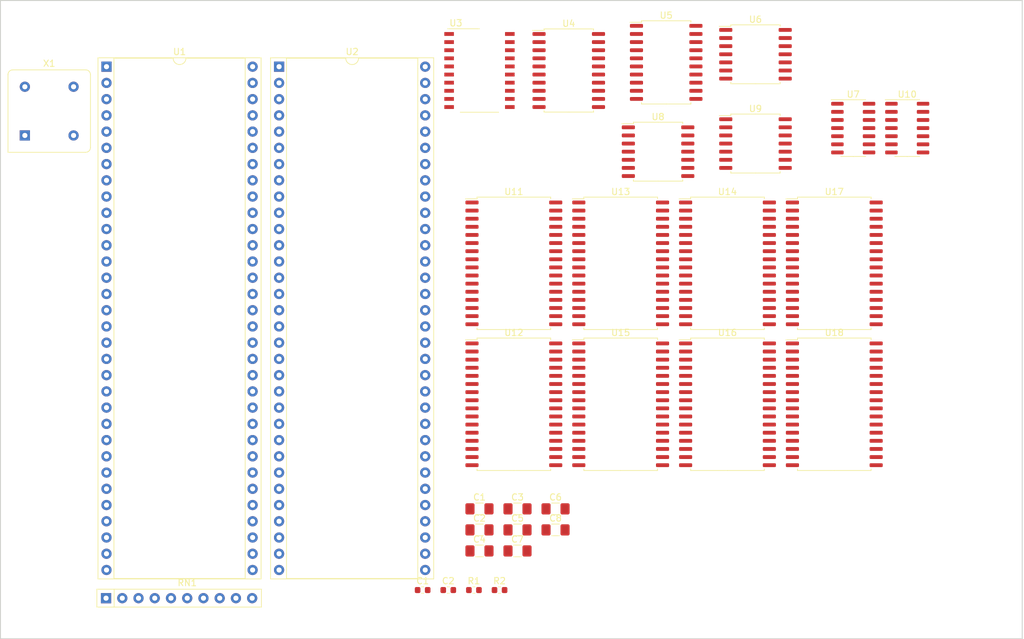
<source format=kicad_pcb>
(kicad_pcb (version 20171130) (host pcbnew "(5.1.5-0-10_14)")

  (general
    (thickness 1.6)
    (drawings 8)
    (tracks 0)
    (zones 0)
    (modules 36)
    (nets 388)
  )

  (page A4)
  (layers
    (0 F.Cu signal)
    (31 B.Cu signal)
    (32 B.Adhes user)
    (33 F.Adhes user)
    (34 B.Paste user)
    (35 F.Paste user)
    (36 B.SilkS user)
    (37 F.SilkS user)
    (38 B.Mask user)
    (39 F.Mask user)
    (40 Dwgs.User user)
    (41 Cmts.User user)
    (42 Eco1.User user)
    (43 Eco2.User user)
    (44 Edge.Cuts user)
    (45 Margin user)
    (46 B.CrtYd user)
    (47 F.CrtYd user)
    (48 B.Fab user)
    (49 F.Fab user)
  )

  (setup
    (last_trace_width 0.25)
    (trace_clearance 0.2)
    (zone_clearance 0.508)
    (zone_45_only no)
    (trace_min 0.2)
    (via_size 0.8)
    (via_drill 0.4)
    (via_min_size 0.4)
    (via_min_drill 0.3)
    (uvia_size 0.3)
    (uvia_drill 0.1)
    (uvias_allowed no)
    (uvia_min_size 0.2)
    (uvia_min_drill 0.1)
    (edge_width 0.15)
    (segment_width 0.2)
    (pcb_text_width 0.3)
    (pcb_text_size 1.5 1.5)
    (mod_edge_width 0.15)
    (mod_text_size 1 1)
    (mod_text_width 0.15)
    (pad_size 1.524 1.524)
    (pad_drill 0.762)
    (pad_to_mask_clearance 0.2)
    (aux_axis_origin 0 0)
    (grid_origin 55.08 144.93)
    (visible_elements FFFFFFFF)
    (pcbplotparams
      (layerselection 0x00030_ffffffff)
      (usegerberextensions false)
      (usegerberattributes false)
      (usegerberadvancedattributes false)
      (creategerberjobfile false)
      (excludeedgelayer true)
      (linewidth 0.100000)
      (plotframeref false)
      (viasonmask false)
      (mode 1)
      (useauxorigin false)
      (hpglpennumber 1)
      (hpglpenspeed 20)
      (hpglpendiameter 15.000000)
      (psnegative false)
      (psa4output false)
      (plotreference true)
      (plotvalue true)
      (plotinvisibletext false)
      (padsonsilk false)
      (subtractmaskfromsilk false)
      (outputformat 1)
      (mirror false)
      (drillshape 0)
      (scaleselection 1)
      (outputdirectory ""))
  )

  (net 0 "")
  (net 1 "Net-(MK1-Pad1)")
  (net 2 "Net-(MK2-Pad1)")
  (net 3 "Net-(MK3-Pad1)")
  (net 4 "Net-(MK4-Pad1)")
  (net 5 "Net-(C1-Pad2)")
  (net 6 "Net-(C1-Pad1)")
  (net 7 "Net-(C2-Pad2)")
  (net 8 "Net-(C2-Pad1)")
  (net 9 PUDS)
  (net 10 +5V)
  (net 11 PLDS)
  (net 12 /ED)
  (net 13 /GO)
  (net 14 /ANY)
  (net 15 /DTACK)
  (net 16 /D5)
  (net 17 PA4)
  (net 18 /D6)
  (net 19 PA3)
  (net 20 /D7)
  (net 21 PA2)
  (net 22 /D8)
  (net 23 PA1)
  (net 24 /D9)
  (net 25 /D10)
  (net 26 /D11)
  (net 27 /D12)
  (net 28 "Net-(U1-Pad25)")
  (net 29 /D13)
  (net 30 "Net-(U1-Pad24)")
  (net 31 /D14)
  (net 32 "Net-(U1-Pad23)")
  (net 33 /D15)
  (net 34 "Net-(U1-Pad22)")
  (net 35 GND)
  (net 36 "Net-(U1-Pad21)")
  (net 37 /A23)
  (net 38 "Net-(U1-Pad20)")
  (net 39 /A22)
  (net 40 "Net-(U1-Pad19)")
  (net 41 /A21)
  (net 42 "Net-(U1-Pad18)")
  (net 43 "Net-(U1-Pad17)")
  (net 44 /A20)
  (net 45 /A19)
  (net 46 CLK)
  (net 47 /A18)
  (net 48 /A17)
  (net 49 "Net-(U1-Pad13)")
  (net 50 /A16)
  (net 51 "Net-(U1-Pad12)")
  (net 52 /A15)
  (net 53 "Net-(U1-Pad11)")
  (net 54 /A14)
  (net 55 /A13)
  (net 56 RW)
  (net 57 /A12)
  (net 58 LDS)
  (net 59 /A11)
  (net 60 UDS)
  (net 61 /A10)
  (net 62 /A9)
  (net 63 /D0)
  (net 64 /A8)
  (net 65 /D1)
  (net 66 PA7)
  (net 67 /D2)
  (net 68 PA6)
  (net 69 /D3)
  (net 70 PA5)
  (net 71 /D4)
  (net 72 PA9)
  (net 73 PA10)
  (net 74 PA11)
  (net 75 PA12)
  (net 76 PA13)
  (net 77 PA14)
  (net 78 PA15)
  (net 79 PA16)
  (net 80 PA17)
  (net 81 "Net-(U2-Pad23)")
  (net 82 PA18)
  (net 83 "Net-(U2-Pad22)")
  (net 84 PA19)
  (net 85 PA20)
  (net 86 PA21)
  (net 87 PA22)
  (net 88 MLDS)
  (net 89 PA23)
  (net 90 MUDS)
  (net 91 "Net-(U2-Pad14)")
  (net 92 "Net-(U2-Pad7)")
  (net 93 "Net-(U2-Pad6)")
  (net 94 WIN)
  (net 95 "Net-(U2-Pad3)")
  (net 96 MAS)
  (net 97 PA8)
  (net 98 DATA0)
  (net 99 DATA1)
  (net 100 DATA2)
  (net 101 DATA3)
  (net 102 DATA4)
  (net 103 DATA5)
  (net 104 DATA6)
  (net 105 DATA7)
  (net 106 DATA8)
  (net 107 DATA9)
  (net 108 DATA10)
  (net 109 DATA11)
  (net 110 DATA12)
  (net 111 DATA13)
  (net 112 DATA14)
  (net 113 DATA15)
  (net 114 "Net-(U5-Pad6)")
  (net 115 "Net-(U5-Pad5)")
  (net 116 /\AS)
  (net 117 /\MAS)
  (net 118 /PAS)
  (net 119 "Net-(U8-Pad9)")
  (net 120 "Net-(U8-Pad2)")
  (net 121 "Net-(U9-Pad9)")
  (net 122 "Net-(X1-Pad1)")
  (net 123 ALL)
  (net 124 FC0)
  (net 125 FC1)
  (net 126 FC2)
  (net 127 AS)
  (net 128 "Net-(U5-Pad8)")
  (net 129 "Net-(U7-Pad10)")
  (net 130 "Net-(U7-Pad3)")
  (net 131 "Net-(U10-Pad1)")
  (net 132 "Net-(U11-Pad32)")
  (net 133 "Net-(U11-Pad31)")
  (net 134 "Net-(U11-Pad30)")
  (net 135 "Net-(U11-Pad29)")
  (net 136 "Net-(U11-Pad28)")
  (net 137 "Net-(U11-Pad27)")
  (net 138 "Net-(U11-Pad26)")
  (net 139 "Net-(U11-Pad25)")
  (net 140 "Net-(U11-Pad24)")
  (net 141 "Net-(U11-Pad23)")
  (net 142 "Net-(U11-Pad22)")
  (net 143 "Net-(U11-Pad21)")
  (net 144 "Net-(U11-Pad20)")
  (net 145 "Net-(U11-Pad19)")
  (net 146 "Net-(U11-Pad18)")
  (net 147 "Net-(U11-Pad17)")
  (net 148 "Net-(U11-Pad16)")
  (net 149 "Net-(U11-Pad15)")
  (net 150 "Net-(U11-Pad14)")
  (net 151 "Net-(U11-Pad13)")
  (net 152 "Net-(U11-Pad12)")
  (net 153 "Net-(U11-Pad11)")
  (net 154 "Net-(U11-Pad10)")
  (net 155 "Net-(U11-Pad9)")
  (net 156 "Net-(U11-Pad8)")
  (net 157 "Net-(U11-Pad7)")
  (net 158 "Net-(U11-Pad6)")
  (net 159 "Net-(U11-Pad5)")
  (net 160 "Net-(U11-Pad4)")
  (net 161 "Net-(U11-Pad3)")
  (net 162 "Net-(U11-Pad2)")
  (net 163 "Net-(U11-Pad1)")
  (net 164 "Net-(U12-Pad32)")
  (net 165 "Net-(U12-Pad31)")
  (net 166 "Net-(U12-Pad30)")
  (net 167 "Net-(U12-Pad29)")
  (net 168 "Net-(U12-Pad28)")
  (net 169 "Net-(U12-Pad27)")
  (net 170 "Net-(U12-Pad26)")
  (net 171 "Net-(U12-Pad25)")
  (net 172 "Net-(U12-Pad24)")
  (net 173 "Net-(U12-Pad23)")
  (net 174 "Net-(U12-Pad22)")
  (net 175 "Net-(U12-Pad21)")
  (net 176 "Net-(U12-Pad20)")
  (net 177 "Net-(U12-Pad19)")
  (net 178 "Net-(U12-Pad18)")
  (net 179 "Net-(U12-Pad17)")
  (net 180 "Net-(U12-Pad16)")
  (net 181 "Net-(U12-Pad15)")
  (net 182 "Net-(U12-Pad14)")
  (net 183 "Net-(U12-Pad13)")
  (net 184 "Net-(U12-Pad12)")
  (net 185 "Net-(U12-Pad11)")
  (net 186 "Net-(U12-Pad10)")
  (net 187 "Net-(U12-Pad9)")
  (net 188 "Net-(U12-Pad8)")
  (net 189 "Net-(U12-Pad7)")
  (net 190 "Net-(U12-Pad6)")
  (net 191 "Net-(U12-Pad5)")
  (net 192 "Net-(U12-Pad4)")
  (net 193 "Net-(U12-Pad3)")
  (net 194 "Net-(U12-Pad2)")
  (net 195 "Net-(U12-Pad1)")
  (net 196 "Net-(U13-Pad32)")
  (net 197 "Net-(U13-Pad31)")
  (net 198 "Net-(U13-Pad30)")
  (net 199 "Net-(U13-Pad29)")
  (net 200 "Net-(U13-Pad28)")
  (net 201 "Net-(U13-Pad27)")
  (net 202 "Net-(U13-Pad26)")
  (net 203 "Net-(U13-Pad25)")
  (net 204 "Net-(U13-Pad24)")
  (net 205 "Net-(U13-Pad23)")
  (net 206 "Net-(U13-Pad22)")
  (net 207 "Net-(U13-Pad21)")
  (net 208 "Net-(U13-Pad20)")
  (net 209 "Net-(U13-Pad19)")
  (net 210 "Net-(U13-Pad18)")
  (net 211 "Net-(U13-Pad17)")
  (net 212 "Net-(U13-Pad16)")
  (net 213 "Net-(U13-Pad15)")
  (net 214 "Net-(U13-Pad14)")
  (net 215 "Net-(U13-Pad13)")
  (net 216 "Net-(U13-Pad12)")
  (net 217 "Net-(U13-Pad11)")
  (net 218 "Net-(U13-Pad10)")
  (net 219 "Net-(U13-Pad9)")
  (net 220 "Net-(U13-Pad8)")
  (net 221 "Net-(U13-Pad7)")
  (net 222 "Net-(U13-Pad6)")
  (net 223 "Net-(U13-Pad5)")
  (net 224 "Net-(U13-Pad4)")
  (net 225 "Net-(U13-Pad3)")
  (net 226 "Net-(U13-Pad2)")
  (net 227 "Net-(U13-Pad1)")
  (net 228 "Net-(U14-Pad32)")
  (net 229 "Net-(U14-Pad31)")
  (net 230 "Net-(U14-Pad30)")
  (net 231 "Net-(U14-Pad29)")
  (net 232 "Net-(U14-Pad28)")
  (net 233 "Net-(U14-Pad27)")
  (net 234 "Net-(U14-Pad26)")
  (net 235 "Net-(U14-Pad25)")
  (net 236 "Net-(U14-Pad24)")
  (net 237 "Net-(U14-Pad23)")
  (net 238 "Net-(U14-Pad22)")
  (net 239 "Net-(U14-Pad21)")
  (net 240 "Net-(U14-Pad20)")
  (net 241 "Net-(U14-Pad19)")
  (net 242 "Net-(U14-Pad18)")
  (net 243 "Net-(U14-Pad17)")
  (net 244 "Net-(U14-Pad16)")
  (net 245 "Net-(U14-Pad15)")
  (net 246 "Net-(U14-Pad14)")
  (net 247 "Net-(U14-Pad13)")
  (net 248 "Net-(U14-Pad12)")
  (net 249 "Net-(U14-Pad11)")
  (net 250 "Net-(U14-Pad10)")
  (net 251 "Net-(U14-Pad9)")
  (net 252 "Net-(U14-Pad8)")
  (net 253 "Net-(U14-Pad7)")
  (net 254 "Net-(U14-Pad6)")
  (net 255 "Net-(U14-Pad5)")
  (net 256 "Net-(U14-Pad4)")
  (net 257 "Net-(U14-Pad3)")
  (net 258 "Net-(U14-Pad2)")
  (net 259 "Net-(U14-Pad1)")
  (net 260 "Net-(U15-Pad32)")
  (net 261 "Net-(U15-Pad31)")
  (net 262 "Net-(U15-Pad30)")
  (net 263 "Net-(U15-Pad29)")
  (net 264 "Net-(U15-Pad28)")
  (net 265 "Net-(U15-Pad27)")
  (net 266 "Net-(U15-Pad26)")
  (net 267 "Net-(U15-Pad25)")
  (net 268 "Net-(U15-Pad24)")
  (net 269 "Net-(U15-Pad23)")
  (net 270 "Net-(U15-Pad22)")
  (net 271 "Net-(U15-Pad21)")
  (net 272 "Net-(U15-Pad20)")
  (net 273 "Net-(U15-Pad19)")
  (net 274 "Net-(U15-Pad18)")
  (net 275 "Net-(U15-Pad17)")
  (net 276 "Net-(U15-Pad16)")
  (net 277 "Net-(U15-Pad15)")
  (net 278 "Net-(U15-Pad14)")
  (net 279 "Net-(U15-Pad13)")
  (net 280 "Net-(U15-Pad12)")
  (net 281 "Net-(U15-Pad11)")
  (net 282 "Net-(U15-Pad10)")
  (net 283 "Net-(U15-Pad9)")
  (net 284 "Net-(U15-Pad8)")
  (net 285 "Net-(U15-Pad7)")
  (net 286 "Net-(U15-Pad6)")
  (net 287 "Net-(U15-Pad5)")
  (net 288 "Net-(U15-Pad4)")
  (net 289 "Net-(U15-Pad3)")
  (net 290 "Net-(U15-Pad2)")
  (net 291 "Net-(U15-Pad1)")
  (net 292 "Net-(U16-Pad32)")
  (net 293 "Net-(U16-Pad31)")
  (net 294 "Net-(U16-Pad30)")
  (net 295 "Net-(U16-Pad29)")
  (net 296 "Net-(U16-Pad28)")
  (net 297 "Net-(U16-Pad27)")
  (net 298 "Net-(U16-Pad26)")
  (net 299 "Net-(U16-Pad25)")
  (net 300 "Net-(U16-Pad24)")
  (net 301 "Net-(U16-Pad23)")
  (net 302 "Net-(U16-Pad22)")
  (net 303 "Net-(U16-Pad21)")
  (net 304 "Net-(U16-Pad20)")
  (net 305 "Net-(U16-Pad19)")
  (net 306 "Net-(U16-Pad18)")
  (net 307 "Net-(U16-Pad17)")
  (net 308 "Net-(U16-Pad16)")
  (net 309 "Net-(U16-Pad15)")
  (net 310 "Net-(U16-Pad14)")
  (net 311 "Net-(U16-Pad13)")
  (net 312 "Net-(U16-Pad12)")
  (net 313 "Net-(U16-Pad11)")
  (net 314 "Net-(U16-Pad10)")
  (net 315 "Net-(U16-Pad9)")
  (net 316 "Net-(U16-Pad8)")
  (net 317 "Net-(U16-Pad7)")
  (net 318 "Net-(U16-Pad6)")
  (net 319 "Net-(U16-Pad5)")
  (net 320 "Net-(U16-Pad4)")
  (net 321 "Net-(U16-Pad3)")
  (net 322 "Net-(U16-Pad2)")
  (net 323 "Net-(U16-Pad1)")
  (net 324 "Net-(U17-Pad32)")
  (net 325 "Net-(U17-Pad31)")
  (net 326 "Net-(U17-Pad30)")
  (net 327 "Net-(U17-Pad29)")
  (net 328 "Net-(U17-Pad28)")
  (net 329 "Net-(U17-Pad27)")
  (net 330 "Net-(U17-Pad26)")
  (net 331 "Net-(U17-Pad25)")
  (net 332 "Net-(U17-Pad24)")
  (net 333 "Net-(U17-Pad23)")
  (net 334 "Net-(U17-Pad22)")
  (net 335 "Net-(U17-Pad21)")
  (net 336 "Net-(U17-Pad20)")
  (net 337 "Net-(U17-Pad19)")
  (net 338 "Net-(U17-Pad18)")
  (net 339 "Net-(U17-Pad17)")
  (net 340 "Net-(U17-Pad16)")
  (net 341 "Net-(U17-Pad15)")
  (net 342 "Net-(U17-Pad14)")
  (net 343 "Net-(U17-Pad13)")
  (net 344 "Net-(U17-Pad12)")
  (net 345 "Net-(U17-Pad11)")
  (net 346 "Net-(U17-Pad10)")
  (net 347 "Net-(U17-Pad9)")
  (net 348 "Net-(U17-Pad8)")
  (net 349 "Net-(U17-Pad7)")
  (net 350 "Net-(U17-Pad6)")
  (net 351 "Net-(U17-Pad5)")
  (net 352 "Net-(U17-Pad4)")
  (net 353 "Net-(U17-Pad3)")
  (net 354 "Net-(U17-Pad2)")
  (net 355 "Net-(U17-Pad1)")
  (net 356 "Net-(U18-Pad32)")
  (net 357 "Net-(U18-Pad31)")
  (net 358 "Net-(U18-Pad30)")
  (net 359 "Net-(U18-Pad29)")
  (net 360 "Net-(U18-Pad28)")
  (net 361 "Net-(U18-Pad27)")
  (net 362 "Net-(U18-Pad26)")
  (net 363 "Net-(U18-Pad25)")
  (net 364 "Net-(U18-Pad24)")
  (net 365 "Net-(U18-Pad23)")
  (net 366 "Net-(U18-Pad22)")
  (net 367 "Net-(U18-Pad21)")
  (net 368 "Net-(U18-Pad20)")
  (net 369 "Net-(U18-Pad19)")
  (net 370 "Net-(U18-Pad18)")
  (net 371 "Net-(U18-Pad17)")
  (net 372 "Net-(U18-Pad16)")
  (net 373 "Net-(U18-Pad15)")
  (net 374 "Net-(U18-Pad14)")
  (net 375 "Net-(U18-Pad13)")
  (net 376 "Net-(U18-Pad12)")
  (net 377 "Net-(U18-Pad11)")
  (net 378 "Net-(U18-Pad10)")
  (net 379 "Net-(U18-Pad9)")
  (net 380 "Net-(U18-Pad8)")
  (net 381 "Net-(U18-Pad7)")
  (net 382 "Net-(U18-Pad6)")
  (net 383 "Net-(U18-Pad5)")
  (net 384 "Net-(U18-Pad4)")
  (net 385 "Net-(U18-Pad3)")
  (net 386 "Net-(U18-Pad2)")
  (net 387 "Net-(U18-Pad1)")

  (net_class Default "This is the default net class."
    (clearance 0.2)
    (trace_width 0.25)
    (via_dia 0.8)
    (via_drill 0.4)
    (uvia_dia 0.3)
    (uvia_drill 0.1)
    (add_net +5V)
    (add_net /A10)
    (add_net /A11)
    (add_net /A12)
    (add_net /A13)
    (add_net /A14)
    (add_net /A15)
    (add_net /A16)
    (add_net /A17)
    (add_net /A18)
    (add_net /A19)
    (add_net /A20)
    (add_net /A21)
    (add_net /A22)
    (add_net /A23)
    (add_net /A8)
    (add_net /A9)
    (add_net /ANY)
    (add_net /D0)
    (add_net /D1)
    (add_net /D10)
    (add_net /D11)
    (add_net /D12)
    (add_net /D13)
    (add_net /D14)
    (add_net /D15)
    (add_net /D2)
    (add_net /D3)
    (add_net /D4)
    (add_net /D5)
    (add_net /D6)
    (add_net /D7)
    (add_net /D8)
    (add_net /D9)
    (add_net /DTACK)
    (add_net /ED)
    (add_net /GO)
    (add_net /PAS)
    (add_net /\AS)
    (add_net /\MAS)
    (add_net ALL)
    (add_net AS)
    (add_net CLK)
    (add_net DATA0)
    (add_net DATA1)
    (add_net DATA10)
    (add_net DATA11)
    (add_net DATA12)
    (add_net DATA13)
    (add_net DATA14)
    (add_net DATA15)
    (add_net DATA2)
    (add_net DATA3)
    (add_net DATA4)
    (add_net DATA5)
    (add_net DATA6)
    (add_net DATA7)
    (add_net DATA8)
    (add_net DATA9)
    (add_net FC0)
    (add_net FC1)
    (add_net FC2)
    (add_net GND)
    (add_net LDS)
    (add_net MAS)
    (add_net MLDS)
    (add_net MUDS)
    (add_net "Net-(C1-Pad1)")
    (add_net "Net-(C1-Pad2)")
    (add_net "Net-(C2-Pad1)")
    (add_net "Net-(C2-Pad2)")
    (add_net "Net-(MK1-Pad1)")
    (add_net "Net-(MK2-Pad1)")
    (add_net "Net-(MK3-Pad1)")
    (add_net "Net-(MK4-Pad1)")
    (add_net "Net-(U1-Pad11)")
    (add_net "Net-(U1-Pad12)")
    (add_net "Net-(U1-Pad13)")
    (add_net "Net-(U1-Pad17)")
    (add_net "Net-(U1-Pad18)")
    (add_net "Net-(U1-Pad19)")
    (add_net "Net-(U1-Pad20)")
    (add_net "Net-(U1-Pad21)")
    (add_net "Net-(U1-Pad22)")
    (add_net "Net-(U1-Pad23)")
    (add_net "Net-(U1-Pad24)")
    (add_net "Net-(U1-Pad25)")
    (add_net "Net-(U10-Pad1)")
    (add_net "Net-(U11-Pad1)")
    (add_net "Net-(U11-Pad10)")
    (add_net "Net-(U11-Pad11)")
    (add_net "Net-(U11-Pad12)")
    (add_net "Net-(U11-Pad13)")
    (add_net "Net-(U11-Pad14)")
    (add_net "Net-(U11-Pad15)")
    (add_net "Net-(U11-Pad16)")
    (add_net "Net-(U11-Pad17)")
    (add_net "Net-(U11-Pad18)")
    (add_net "Net-(U11-Pad19)")
    (add_net "Net-(U11-Pad2)")
    (add_net "Net-(U11-Pad20)")
    (add_net "Net-(U11-Pad21)")
    (add_net "Net-(U11-Pad22)")
    (add_net "Net-(U11-Pad23)")
    (add_net "Net-(U11-Pad24)")
    (add_net "Net-(U11-Pad25)")
    (add_net "Net-(U11-Pad26)")
    (add_net "Net-(U11-Pad27)")
    (add_net "Net-(U11-Pad28)")
    (add_net "Net-(U11-Pad29)")
    (add_net "Net-(U11-Pad3)")
    (add_net "Net-(U11-Pad30)")
    (add_net "Net-(U11-Pad31)")
    (add_net "Net-(U11-Pad32)")
    (add_net "Net-(U11-Pad4)")
    (add_net "Net-(U11-Pad5)")
    (add_net "Net-(U11-Pad6)")
    (add_net "Net-(U11-Pad7)")
    (add_net "Net-(U11-Pad8)")
    (add_net "Net-(U11-Pad9)")
    (add_net "Net-(U12-Pad1)")
    (add_net "Net-(U12-Pad10)")
    (add_net "Net-(U12-Pad11)")
    (add_net "Net-(U12-Pad12)")
    (add_net "Net-(U12-Pad13)")
    (add_net "Net-(U12-Pad14)")
    (add_net "Net-(U12-Pad15)")
    (add_net "Net-(U12-Pad16)")
    (add_net "Net-(U12-Pad17)")
    (add_net "Net-(U12-Pad18)")
    (add_net "Net-(U12-Pad19)")
    (add_net "Net-(U12-Pad2)")
    (add_net "Net-(U12-Pad20)")
    (add_net "Net-(U12-Pad21)")
    (add_net "Net-(U12-Pad22)")
    (add_net "Net-(U12-Pad23)")
    (add_net "Net-(U12-Pad24)")
    (add_net "Net-(U12-Pad25)")
    (add_net "Net-(U12-Pad26)")
    (add_net "Net-(U12-Pad27)")
    (add_net "Net-(U12-Pad28)")
    (add_net "Net-(U12-Pad29)")
    (add_net "Net-(U12-Pad3)")
    (add_net "Net-(U12-Pad30)")
    (add_net "Net-(U12-Pad31)")
    (add_net "Net-(U12-Pad32)")
    (add_net "Net-(U12-Pad4)")
    (add_net "Net-(U12-Pad5)")
    (add_net "Net-(U12-Pad6)")
    (add_net "Net-(U12-Pad7)")
    (add_net "Net-(U12-Pad8)")
    (add_net "Net-(U12-Pad9)")
    (add_net "Net-(U13-Pad1)")
    (add_net "Net-(U13-Pad10)")
    (add_net "Net-(U13-Pad11)")
    (add_net "Net-(U13-Pad12)")
    (add_net "Net-(U13-Pad13)")
    (add_net "Net-(U13-Pad14)")
    (add_net "Net-(U13-Pad15)")
    (add_net "Net-(U13-Pad16)")
    (add_net "Net-(U13-Pad17)")
    (add_net "Net-(U13-Pad18)")
    (add_net "Net-(U13-Pad19)")
    (add_net "Net-(U13-Pad2)")
    (add_net "Net-(U13-Pad20)")
    (add_net "Net-(U13-Pad21)")
    (add_net "Net-(U13-Pad22)")
    (add_net "Net-(U13-Pad23)")
    (add_net "Net-(U13-Pad24)")
    (add_net "Net-(U13-Pad25)")
    (add_net "Net-(U13-Pad26)")
    (add_net "Net-(U13-Pad27)")
    (add_net "Net-(U13-Pad28)")
    (add_net "Net-(U13-Pad29)")
    (add_net "Net-(U13-Pad3)")
    (add_net "Net-(U13-Pad30)")
    (add_net "Net-(U13-Pad31)")
    (add_net "Net-(U13-Pad32)")
    (add_net "Net-(U13-Pad4)")
    (add_net "Net-(U13-Pad5)")
    (add_net "Net-(U13-Pad6)")
    (add_net "Net-(U13-Pad7)")
    (add_net "Net-(U13-Pad8)")
    (add_net "Net-(U13-Pad9)")
    (add_net "Net-(U14-Pad1)")
    (add_net "Net-(U14-Pad10)")
    (add_net "Net-(U14-Pad11)")
    (add_net "Net-(U14-Pad12)")
    (add_net "Net-(U14-Pad13)")
    (add_net "Net-(U14-Pad14)")
    (add_net "Net-(U14-Pad15)")
    (add_net "Net-(U14-Pad16)")
    (add_net "Net-(U14-Pad17)")
    (add_net "Net-(U14-Pad18)")
    (add_net "Net-(U14-Pad19)")
    (add_net "Net-(U14-Pad2)")
    (add_net "Net-(U14-Pad20)")
    (add_net "Net-(U14-Pad21)")
    (add_net "Net-(U14-Pad22)")
    (add_net "Net-(U14-Pad23)")
    (add_net "Net-(U14-Pad24)")
    (add_net "Net-(U14-Pad25)")
    (add_net "Net-(U14-Pad26)")
    (add_net "Net-(U14-Pad27)")
    (add_net "Net-(U14-Pad28)")
    (add_net "Net-(U14-Pad29)")
    (add_net "Net-(U14-Pad3)")
    (add_net "Net-(U14-Pad30)")
    (add_net "Net-(U14-Pad31)")
    (add_net "Net-(U14-Pad32)")
    (add_net "Net-(U14-Pad4)")
    (add_net "Net-(U14-Pad5)")
    (add_net "Net-(U14-Pad6)")
    (add_net "Net-(U14-Pad7)")
    (add_net "Net-(U14-Pad8)")
    (add_net "Net-(U14-Pad9)")
    (add_net "Net-(U15-Pad1)")
    (add_net "Net-(U15-Pad10)")
    (add_net "Net-(U15-Pad11)")
    (add_net "Net-(U15-Pad12)")
    (add_net "Net-(U15-Pad13)")
    (add_net "Net-(U15-Pad14)")
    (add_net "Net-(U15-Pad15)")
    (add_net "Net-(U15-Pad16)")
    (add_net "Net-(U15-Pad17)")
    (add_net "Net-(U15-Pad18)")
    (add_net "Net-(U15-Pad19)")
    (add_net "Net-(U15-Pad2)")
    (add_net "Net-(U15-Pad20)")
    (add_net "Net-(U15-Pad21)")
    (add_net "Net-(U15-Pad22)")
    (add_net "Net-(U15-Pad23)")
    (add_net "Net-(U15-Pad24)")
    (add_net "Net-(U15-Pad25)")
    (add_net "Net-(U15-Pad26)")
    (add_net "Net-(U15-Pad27)")
    (add_net "Net-(U15-Pad28)")
    (add_net "Net-(U15-Pad29)")
    (add_net "Net-(U15-Pad3)")
    (add_net "Net-(U15-Pad30)")
    (add_net "Net-(U15-Pad31)")
    (add_net "Net-(U15-Pad32)")
    (add_net "Net-(U15-Pad4)")
    (add_net "Net-(U15-Pad5)")
    (add_net "Net-(U15-Pad6)")
    (add_net "Net-(U15-Pad7)")
    (add_net "Net-(U15-Pad8)")
    (add_net "Net-(U15-Pad9)")
    (add_net "Net-(U16-Pad1)")
    (add_net "Net-(U16-Pad10)")
    (add_net "Net-(U16-Pad11)")
    (add_net "Net-(U16-Pad12)")
    (add_net "Net-(U16-Pad13)")
    (add_net "Net-(U16-Pad14)")
    (add_net "Net-(U16-Pad15)")
    (add_net "Net-(U16-Pad16)")
    (add_net "Net-(U16-Pad17)")
    (add_net "Net-(U16-Pad18)")
    (add_net "Net-(U16-Pad19)")
    (add_net "Net-(U16-Pad2)")
    (add_net "Net-(U16-Pad20)")
    (add_net "Net-(U16-Pad21)")
    (add_net "Net-(U16-Pad22)")
    (add_net "Net-(U16-Pad23)")
    (add_net "Net-(U16-Pad24)")
    (add_net "Net-(U16-Pad25)")
    (add_net "Net-(U16-Pad26)")
    (add_net "Net-(U16-Pad27)")
    (add_net "Net-(U16-Pad28)")
    (add_net "Net-(U16-Pad29)")
    (add_net "Net-(U16-Pad3)")
    (add_net "Net-(U16-Pad30)")
    (add_net "Net-(U16-Pad31)")
    (add_net "Net-(U16-Pad32)")
    (add_net "Net-(U16-Pad4)")
    (add_net "Net-(U16-Pad5)")
    (add_net "Net-(U16-Pad6)")
    (add_net "Net-(U16-Pad7)")
    (add_net "Net-(U16-Pad8)")
    (add_net "Net-(U16-Pad9)")
    (add_net "Net-(U17-Pad1)")
    (add_net "Net-(U17-Pad10)")
    (add_net "Net-(U17-Pad11)")
    (add_net "Net-(U17-Pad12)")
    (add_net "Net-(U17-Pad13)")
    (add_net "Net-(U17-Pad14)")
    (add_net "Net-(U17-Pad15)")
    (add_net "Net-(U17-Pad16)")
    (add_net "Net-(U17-Pad17)")
    (add_net "Net-(U17-Pad18)")
    (add_net "Net-(U17-Pad19)")
    (add_net "Net-(U17-Pad2)")
    (add_net "Net-(U17-Pad20)")
    (add_net "Net-(U17-Pad21)")
    (add_net "Net-(U17-Pad22)")
    (add_net "Net-(U17-Pad23)")
    (add_net "Net-(U17-Pad24)")
    (add_net "Net-(U17-Pad25)")
    (add_net "Net-(U17-Pad26)")
    (add_net "Net-(U17-Pad27)")
    (add_net "Net-(U17-Pad28)")
    (add_net "Net-(U17-Pad29)")
    (add_net "Net-(U17-Pad3)")
    (add_net "Net-(U17-Pad30)")
    (add_net "Net-(U17-Pad31)")
    (add_net "Net-(U17-Pad32)")
    (add_net "Net-(U17-Pad4)")
    (add_net "Net-(U17-Pad5)")
    (add_net "Net-(U17-Pad6)")
    (add_net "Net-(U17-Pad7)")
    (add_net "Net-(U17-Pad8)")
    (add_net "Net-(U17-Pad9)")
    (add_net "Net-(U18-Pad1)")
    (add_net "Net-(U18-Pad10)")
    (add_net "Net-(U18-Pad11)")
    (add_net "Net-(U18-Pad12)")
    (add_net "Net-(U18-Pad13)")
    (add_net "Net-(U18-Pad14)")
    (add_net "Net-(U18-Pad15)")
    (add_net "Net-(U18-Pad16)")
    (add_net "Net-(U18-Pad17)")
    (add_net "Net-(U18-Pad18)")
    (add_net "Net-(U18-Pad19)")
    (add_net "Net-(U18-Pad2)")
    (add_net "Net-(U18-Pad20)")
    (add_net "Net-(U18-Pad21)")
    (add_net "Net-(U18-Pad22)")
    (add_net "Net-(U18-Pad23)")
    (add_net "Net-(U18-Pad24)")
    (add_net "Net-(U18-Pad25)")
    (add_net "Net-(U18-Pad26)")
    (add_net "Net-(U18-Pad27)")
    (add_net "Net-(U18-Pad28)")
    (add_net "Net-(U18-Pad29)")
    (add_net "Net-(U18-Pad3)")
    (add_net "Net-(U18-Pad30)")
    (add_net "Net-(U18-Pad31)")
    (add_net "Net-(U18-Pad32)")
    (add_net "Net-(U18-Pad4)")
    (add_net "Net-(U18-Pad5)")
    (add_net "Net-(U18-Pad6)")
    (add_net "Net-(U18-Pad7)")
    (add_net "Net-(U18-Pad8)")
    (add_net "Net-(U18-Pad9)")
    (add_net "Net-(U2-Pad14)")
    (add_net "Net-(U2-Pad22)")
    (add_net "Net-(U2-Pad23)")
    (add_net "Net-(U2-Pad3)")
    (add_net "Net-(U2-Pad6)")
    (add_net "Net-(U2-Pad7)")
    (add_net "Net-(U5-Pad5)")
    (add_net "Net-(U5-Pad6)")
    (add_net "Net-(U5-Pad8)")
    (add_net "Net-(U7-Pad10)")
    (add_net "Net-(U7-Pad3)")
    (add_net "Net-(U8-Pad2)")
    (add_net "Net-(U8-Pad9)")
    (add_net "Net-(U9-Pad9)")
    (add_net "Net-(X1-Pad1)")
    (add_net PA1)
    (add_net PA10)
    (add_net PA11)
    (add_net PA12)
    (add_net PA13)
    (add_net PA14)
    (add_net PA15)
    (add_net PA16)
    (add_net PA17)
    (add_net PA18)
    (add_net PA19)
    (add_net PA2)
    (add_net PA20)
    (add_net PA21)
    (add_net PA22)
    (add_net PA23)
    (add_net PA3)
    (add_net PA4)
    (add_net PA5)
    (add_net PA6)
    (add_net PA7)
    (add_net PA8)
    (add_net PA9)
    (add_net PLDS)
    (add_net PUDS)
    (add_net RW)
    (add_net UDS)
    (add_net WIN)
  )

  (module Package_SO:SSOP-32_11.305x20.495mm_P1.27mm (layer F.Cu) (tedit 5D9F72B1) (tstamp 5F434CDF)
    (at 185.52 108.25)
    (descr "SSOP, 32 Pin (http://www.issi.com/WW/pdf/61-64C5128AL.pdf), generated with kicad-footprint-generator ipc_gullwing_generator.py")
    (tags "SSOP SO")
    (path /5F4348A9/5F43A634)
    (attr smd)
    (fp_text reference U18 (at 0 -11.2) (layer F.SilkS)
      (effects (font (size 1 1) (thickness 0.15)))
    )
    (fp_text value IS61C5128AS-25QLI (at 0 11.2) (layer F.Fab)
      (effects (font (size 1 1) (thickness 0.15)))
    )
    (fp_text user %R (at 0 0) (layer F.Fab)
      (effects (font (size 1 1) (thickness 0.15)))
    )
    (fp_line (start 7.83 -10.5) (end -7.83 -10.5) (layer F.CrtYd) (width 0.05))
    (fp_line (start 7.83 10.5) (end 7.83 -10.5) (layer F.CrtYd) (width 0.05))
    (fp_line (start -7.83 10.5) (end 7.83 10.5) (layer F.CrtYd) (width 0.05))
    (fp_line (start -7.83 -10.5) (end -7.83 10.5) (layer F.CrtYd) (width 0.05))
    (fp_line (start -5.6525 -9.2475) (end -4.6525 -10.2475) (layer F.Fab) (width 0.1))
    (fp_line (start -5.6525 10.2475) (end -5.6525 -9.2475) (layer F.Fab) (width 0.1))
    (fp_line (start 5.6525 10.2475) (end -5.6525 10.2475) (layer F.Fab) (width 0.1))
    (fp_line (start 5.6525 -10.2475) (end 5.6525 10.2475) (layer F.Fab) (width 0.1))
    (fp_line (start -4.6525 -10.2475) (end 5.6525 -10.2475) (layer F.Fab) (width 0.1))
    (fp_line (start -5.7625 -10.085) (end -7.575 -10.085) (layer F.SilkS) (width 0.12))
    (fp_line (start -5.7625 -10.3575) (end -5.7625 -10.085) (layer F.SilkS) (width 0.12))
    (fp_line (start 0 -10.3575) (end -5.7625 -10.3575) (layer F.SilkS) (width 0.12))
    (fp_line (start 5.7625 -10.3575) (end 5.7625 -10.085) (layer F.SilkS) (width 0.12))
    (fp_line (start 0 -10.3575) (end 5.7625 -10.3575) (layer F.SilkS) (width 0.12))
    (fp_line (start -5.7625 10.3575) (end -5.7625 10.085) (layer F.SilkS) (width 0.12))
    (fp_line (start 0 10.3575) (end -5.7625 10.3575) (layer F.SilkS) (width 0.12))
    (fp_line (start 5.7625 10.3575) (end 5.7625 10.085) (layer F.SilkS) (width 0.12))
    (fp_line (start 0 10.3575) (end 5.7625 10.3575) (layer F.SilkS) (width 0.12))
    (pad 32 smd roundrect (at 6.55 -9.525) (size 2.05 0.6) (layers F.Cu F.Paste F.Mask) (roundrect_rratio 0.25)
      (net 356 "Net-(U18-Pad32)"))
    (pad 31 smd roundrect (at 6.55 -8.255) (size 2.05 0.6) (layers F.Cu F.Paste F.Mask) (roundrect_rratio 0.25)
      (net 357 "Net-(U18-Pad31)"))
    (pad 30 smd roundrect (at 6.55 -6.985) (size 2.05 0.6) (layers F.Cu F.Paste F.Mask) (roundrect_rratio 0.25)
      (net 358 "Net-(U18-Pad30)"))
    (pad 29 smd roundrect (at 6.55 -5.715) (size 2.05 0.6) (layers F.Cu F.Paste F.Mask) (roundrect_rratio 0.25)
      (net 359 "Net-(U18-Pad29)"))
    (pad 28 smd roundrect (at 6.55 -4.445) (size 2.05 0.6) (layers F.Cu F.Paste F.Mask) (roundrect_rratio 0.25)
      (net 360 "Net-(U18-Pad28)"))
    (pad 27 smd roundrect (at 6.55 -3.175) (size 2.05 0.6) (layers F.Cu F.Paste F.Mask) (roundrect_rratio 0.25)
      (net 361 "Net-(U18-Pad27)"))
    (pad 26 smd roundrect (at 6.55 -1.905) (size 2.05 0.6) (layers F.Cu F.Paste F.Mask) (roundrect_rratio 0.25)
      (net 362 "Net-(U18-Pad26)"))
    (pad 25 smd roundrect (at 6.55 -0.635) (size 2.05 0.6) (layers F.Cu F.Paste F.Mask) (roundrect_rratio 0.25)
      (net 363 "Net-(U18-Pad25)"))
    (pad 24 smd roundrect (at 6.55 0.635) (size 2.05 0.6) (layers F.Cu F.Paste F.Mask) (roundrect_rratio 0.25)
      (net 364 "Net-(U18-Pad24)"))
    (pad 23 smd roundrect (at 6.55 1.905) (size 2.05 0.6) (layers F.Cu F.Paste F.Mask) (roundrect_rratio 0.25)
      (net 365 "Net-(U18-Pad23)"))
    (pad 22 smd roundrect (at 6.55 3.175) (size 2.05 0.6) (layers F.Cu F.Paste F.Mask) (roundrect_rratio 0.25)
      (net 366 "Net-(U18-Pad22)"))
    (pad 21 smd roundrect (at 6.55 4.445) (size 2.05 0.6) (layers F.Cu F.Paste F.Mask) (roundrect_rratio 0.25)
      (net 367 "Net-(U18-Pad21)"))
    (pad 20 smd roundrect (at 6.55 5.715) (size 2.05 0.6) (layers F.Cu F.Paste F.Mask) (roundrect_rratio 0.25)
      (net 368 "Net-(U18-Pad20)"))
    (pad 19 smd roundrect (at 6.55 6.985) (size 2.05 0.6) (layers F.Cu F.Paste F.Mask) (roundrect_rratio 0.25)
      (net 369 "Net-(U18-Pad19)"))
    (pad 18 smd roundrect (at 6.55 8.255) (size 2.05 0.6) (layers F.Cu F.Paste F.Mask) (roundrect_rratio 0.25)
      (net 370 "Net-(U18-Pad18)"))
    (pad 17 smd roundrect (at 6.55 9.525) (size 2.05 0.6) (layers F.Cu F.Paste F.Mask) (roundrect_rratio 0.25)
      (net 371 "Net-(U18-Pad17)"))
    (pad 16 smd roundrect (at -6.55 9.525) (size 2.05 0.6) (layers F.Cu F.Paste F.Mask) (roundrect_rratio 0.25)
      (net 372 "Net-(U18-Pad16)"))
    (pad 15 smd roundrect (at -6.55 8.255) (size 2.05 0.6) (layers F.Cu F.Paste F.Mask) (roundrect_rratio 0.25)
      (net 373 "Net-(U18-Pad15)"))
    (pad 14 smd roundrect (at -6.55 6.985) (size 2.05 0.6) (layers F.Cu F.Paste F.Mask) (roundrect_rratio 0.25)
      (net 374 "Net-(U18-Pad14)"))
    (pad 13 smd roundrect (at -6.55 5.715) (size 2.05 0.6) (layers F.Cu F.Paste F.Mask) (roundrect_rratio 0.25)
      (net 375 "Net-(U18-Pad13)"))
    (pad 12 smd roundrect (at -6.55 4.445) (size 2.05 0.6) (layers F.Cu F.Paste F.Mask) (roundrect_rratio 0.25)
      (net 376 "Net-(U18-Pad12)"))
    (pad 11 smd roundrect (at -6.55 3.175) (size 2.05 0.6) (layers F.Cu F.Paste F.Mask) (roundrect_rratio 0.25)
      (net 377 "Net-(U18-Pad11)"))
    (pad 10 smd roundrect (at -6.55 1.905) (size 2.05 0.6) (layers F.Cu F.Paste F.Mask) (roundrect_rratio 0.25)
      (net 378 "Net-(U18-Pad10)"))
    (pad 9 smd roundrect (at -6.55 0.635) (size 2.05 0.6) (layers F.Cu F.Paste F.Mask) (roundrect_rratio 0.25)
      (net 379 "Net-(U18-Pad9)"))
    (pad 8 smd roundrect (at -6.55 -0.635) (size 2.05 0.6) (layers F.Cu F.Paste F.Mask) (roundrect_rratio 0.25)
      (net 380 "Net-(U18-Pad8)"))
    (pad 7 smd roundrect (at -6.55 -1.905) (size 2.05 0.6) (layers F.Cu F.Paste F.Mask) (roundrect_rratio 0.25)
      (net 381 "Net-(U18-Pad7)"))
    (pad 6 smd roundrect (at -6.55 -3.175) (size 2.05 0.6) (layers F.Cu F.Paste F.Mask) (roundrect_rratio 0.25)
      (net 382 "Net-(U18-Pad6)"))
    (pad 5 smd roundrect (at -6.55 -4.445) (size 2.05 0.6) (layers F.Cu F.Paste F.Mask) (roundrect_rratio 0.25)
      (net 383 "Net-(U18-Pad5)"))
    (pad 4 smd roundrect (at -6.55 -5.715) (size 2.05 0.6) (layers F.Cu F.Paste F.Mask) (roundrect_rratio 0.25)
      (net 384 "Net-(U18-Pad4)"))
    (pad 3 smd roundrect (at -6.55 -6.985) (size 2.05 0.6) (layers F.Cu F.Paste F.Mask) (roundrect_rratio 0.25)
      (net 385 "Net-(U18-Pad3)"))
    (pad 2 smd roundrect (at -6.55 -8.255) (size 2.05 0.6) (layers F.Cu F.Paste F.Mask) (roundrect_rratio 0.25)
      (net 386 "Net-(U18-Pad2)"))
    (pad 1 smd roundrect (at -6.55 -9.525) (size 2.05 0.6) (layers F.Cu F.Paste F.Mask) (roundrect_rratio 0.25)
      (net 387 "Net-(U18-Pad1)"))
    (model ${KISYS3DMOD}/Package_SO.3dshapes/SSOP-32_11.305x20.495mm_P1.27mm.wrl
      (at (xyz 0 0 0))
      (scale (xyz 1 1 1))
      (rotate (xyz 0 0 0))
    )
  )

  (module Package_SO:SSOP-32_11.305x20.495mm_P1.27mm (layer F.Cu) (tedit 5D9F72B1) (tstamp 5F434CA8)
    (at 185.52 86.2)
    (descr "SSOP, 32 Pin (http://www.issi.com/WW/pdf/61-64C5128AL.pdf), generated with kicad-footprint-generator ipc_gullwing_generator.py")
    (tags "SSOP SO")
    (path /5F4348A9/5F43B756)
    (attr smd)
    (fp_text reference U17 (at 0 -11.2) (layer F.SilkS)
      (effects (font (size 1 1) (thickness 0.15)))
    )
    (fp_text value IS61C5128AS-25QLI (at 0 11.2) (layer F.Fab)
      (effects (font (size 1 1) (thickness 0.15)))
    )
    (fp_text user %R (at 0 0) (layer F.Fab)
      (effects (font (size 1 1) (thickness 0.15)))
    )
    (fp_line (start 7.83 -10.5) (end -7.83 -10.5) (layer F.CrtYd) (width 0.05))
    (fp_line (start 7.83 10.5) (end 7.83 -10.5) (layer F.CrtYd) (width 0.05))
    (fp_line (start -7.83 10.5) (end 7.83 10.5) (layer F.CrtYd) (width 0.05))
    (fp_line (start -7.83 -10.5) (end -7.83 10.5) (layer F.CrtYd) (width 0.05))
    (fp_line (start -5.6525 -9.2475) (end -4.6525 -10.2475) (layer F.Fab) (width 0.1))
    (fp_line (start -5.6525 10.2475) (end -5.6525 -9.2475) (layer F.Fab) (width 0.1))
    (fp_line (start 5.6525 10.2475) (end -5.6525 10.2475) (layer F.Fab) (width 0.1))
    (fp_line (start 5.6525 -10.2475) (end 5.6525 10.2475) (layer F.Fab) (width 0.1))
    (fp_line (start -4.6525 -10.2475) (end 5.6525 -10.2475) (layer F.Fab) (width 0.1))
    (fp_line (start -5.7625 -10.085) (end -7.575 -10.085) (layer F.SilkS) (width 0.12))
    (fp_line (start -5.7625 -10.3575) (end -5.7625 -10.085) (layer F.SilkS) (width 0.12))
    (fp_line (start 0 -10.3575) (end -5.7625 -10.3575) (layer F.SilkS) (width 0.12))
    (fp_line (start 5.7625 -10.3575) (end 5.7625 -10.085) (layer F.SilkS) (width 0.12))
    (fp_line (start 0 -10.3575) (end 5.7625 -10.3575) (layer F.SilkS) (width 0.12))
    (fp_line (start -5.7625 10.3575) (end -5.7625 10.085) (layer F.SilkS) (width 0.12))
    (fp_line (start 0 10.3575) (end -5.7625 10.3575) (layer F.SilkS) (width 0.12))
    (fp_line (start 5.7625 10.3575) (end 5.7625 10.085) (layer F.SilkS) (width 0.12))
    (fp_line (start 0 10.3575) (end 5.7625 10.3575) (layer F.SilkS) (width 0.12))
    (pad 32 smd roundrect (at 6.55 -9.525) (size 2.05 0.6) (layers F.Cu F.Paste F.Mask) (roundrect_rratio 0.25)
      (net 324 "Net-(U17-Pad32)"))
    (pad 31 smd roundrect (at 6.55 -8.255) (size 2.05 0.6) (layers F.Cu F.Paste F.Mask) (roundrect_rratio 0.25)
      (net 325 "Net-(U17-Pad31)"))
    (pad 30 smd roundrect (at 6.55 -6.985) (size 2.05 0.6) (layers F.Cu F.Paste F.Mask) (roundrect_rratio 0.25)
      (net 326 "Net-(U17-Pad30)"))
    (pad 29 smd roundrect (at 6.55 -5.715) (size 2.05 0.6) (layers F.Cu F.Paste F.Mask) (roundrect_rratio 0.25)
      (net 327 "Net-(U17-Pad29)"))
    (pad 28 smd roundrect (at 6.55 -4.445) (size 2.05 0.6) (layers F.Cu F.Paste F.Mask) (roundrect_rratio 0.25)
      (net 328 "Net-(U17-Pad28)"))
    (pad 27 smd roundrect (at 6.55 -3.175) (size 2.05 0.6) (layers F.Cu F.Paste F.Mask) (roundrect_rratio 0.25)
      (net 329 "Net-(U17-Pad27)"))
    (pad 26 smd roundrect (at 6.55 -1.905) (size 2.05 0.6) (layers F.Cu F.Paste F.Mask) (roundrect_rratio 0.25)
      (net 330 "Net-(U17-Pad26)"))
    (pad 25 smd roundrect (at 6.55 -0.635) (size 2.05 0.6) (layers F.Cu F.Paste F.Mask) (roundrect_rratio 0.25)
      (net 331 "Net-(U17-Pad25)"))
    (pad 24 smd roundrect (at 6.55 0.635) (size 2.05 0.6) (layers F.Cu F.Paste F.Mask) (roundrect_rratio 0.25)
      (net 332 "Net-(U17-Pad24)"))
    (pad 23 smd roundrect (at 6.55 1.905) (size 2.05 0.6) (layers F.Cu F.Paste F.Mask) (roundrect_rratio 0.25)
      (net 333 "Net-(U17-Pad23)"))
    (pad 22 smd roundrect (at 6.55 3.175) (size 2.05 0.6) (layers F.Cu F.Paste F.Mask) (roundrect_rratio 0.25)
      (net 334 "Net-(U17-Pad22)"))
    (pad 21 smd roundrect (at 6.55 4.445) (size 2.05 0.6) (layers F.Cu F.Paste F.Mask) (roundrect_rratio 0.25)
      (net 335 "Net-(U17-Pad21)"))
    (pad 20 smd roundrect (at 6.55 5.715) (size 2.05 0.6) (layers F.Cu F.Paste F.Mask) (roundrect_rratio 0.25)
      (net 336 "Net-(U17-Pad20)"))
    (pad 19 smd roundrect (at 6.55 6.985) (size 2.05 0.6) (layers F.Cu F.Paste F.Mask) (roundrect_rratio 0.25)
      (net 337 "Net-(U17-Pad19)"))
    (pad 18 smd roundrect (at 6.55 8.255) (size 2.05 0.6) (layers F.Cu F.Paste F.Mask) (roundrect_rratio 0.25)
      (net 338 "Net-(U17-Pad18)"))
    (pad 17 smd roundrect (at 6.55 9.525) (size 2.05 0.6) (layers F.Cu F.Paste F.Mask) (roundrect_rratio 0.25)
      (net 339 "Net-(U17-Pad17)"))
    (pad 16 smd roundrect (at -6.55 9.525) (size 2.05 0.6) (layers F.Cu F.Paste F.Mask) (roundrect_rratio 0.25)
      (net 340 "Net-(U17-Pad16)"))
    (pad 15 smd roundrect (at -6.55 8.255) (size 2.05 0.6) (layers F.Cu F.Paste F.Mask) (roundrect_rratio 0.25)
      (net 341 "Net-(U17-Pad15)"))
    (pad 14 smd roundrect (at -6.55 6.985) (size 2.05 0.6) (layers F.Cu F.Paste F.Mask) (roundrect_rratio 0.25)
      (net 342 "Net-(U17-Pad14)"))
    (pad 13 smd roundrect (at -6.55 5.715) (size 2.05 0.6) (layers F.Cu F.Paste F.Mask) (roundrect_rratio 0.25)
      (net 343 "Net-(U17-Pad13)"))
    (pad 12 smd roundrect (at -6.55 4.445) (size 2.05 0.6) (layers F.Cu F.Paste F.Mask) (roundrect_rratio 0.25)
      (net 344 "Net-(U17-Pad12)"))
    (pad 11 smd roundrect (at -6.55 3.175) (size 2.05 0.6) (layers F.Cu F.Paste F.Mask) (roundrect_rratio 0.25)
      (net 345 "Net-(U17-Pad11)"))
    (pad 10 smd roundrect (at -6.55 1.905) (size 2.05 0.6) (layers F.Cu F.Paste F.Mask) (roundrect_rratio 0.25)
      (net 346 "Net-(U17-Pad10)"))
    (pad 9 smd roundrect (at -6.55 0.635) (size 2.05 0.6) (layers F.Cu F.Paste F.Mask) (roundrect_rratio 0.25)
      (net 347 "Net-(U17-Pad9)"))
    (pad 8 smd roundrect (at -6.55 -0.635) (size 2.05 0.6) (layers F.Cu F.Paste F.Mask) (roundrect_rratio 0.25)
      (net 348 "Net-(U17-Pad8)"))
    (pad 7 smd roundrect (at -6.55 -1.905) (size 2.05 0.6) (layers F.Cu F.Paste F.Mask) (roundrect_rratio 0.25)
      (net 349 "Net-(U17-Pad7)"))
    (pad 6 smd roundrect (at -6.55 -3.175) (size 2.05 0.6) (layers F.Cu F.Paste F.Mask) (roundrect_rratio 0.25)
      (net 350 "Net-(U17-Pad6)"))
    (pad 5 smd roundrect (at -6.55 -4.445) (size 2.05 0.6) (layers F.Cu F.Paste F.Mask) (roundrect_rratio 0.25)
      (net 351 "Net-(U17-Pad5)"))
    (pad 4 smd roundrect (at -6.55 -5.715) (size 2.05 0.6) (layers F.Cu F.Paste F.Mask) (roundrect_rratio 0.25)
      (net 352 "Net-(U17-Pad4)"))
    (pad 3 smd roundrect (at -6.55 -6.985) (size 2.05 0.6) (layers F.Cu F.Paste F.Mask) (roundrect_rratio 0.25)
      (net 353 "Net-(U17-Pad3)"))
    (pad 2 smd roundrect (at -6.55 -8.255) (size 2.05 0.6) (layers F.Cu F.Paste F.Mask) (roundrect_rratio 0.25)
      (net 354 "Net-(U17-Pad2)"))
    (pad 1 smd roundrect (at -6.55 -9.525) (size 2.05 0.6) (layers F.Cu F.Paste F.Mask) (roundrect_rratio 0.25)
      (net 355 "Net-(U17-Pad1)"))
    (model ${KISYS3DMOD}/Package_SO.3dshapes/SSOP-32_11.305x20.495mm_P1.27mm.wrl
      (at (xyz 0 0 0))
      (scale (xyz 1 1 1))
      (rotate (xyz 0 0 0))
    )
  )

  (module Package_SO:SSOP-32_11.305x20.495mm_P1.27mm (layer F.Cu) (tedit 5D9F72B1) (tstamp 5F434C71)
    (at 168.81 108.25)
    (descr "SSOP, 32 Pin (http://www.issi.com/WW/pdf/61-64C5128AL.pdf), generated with kicad-footprint-generator ipc_gullwing_generator.py")
    (tags "SSOP SO")
    (path /5F4348A9/5F43A586)
    (attr smd)
    (fp_text reference U16 (at 0 -11.2) (layer F.SilkS)
      (effects (font (size 1 1) (thickness 0.15)))
    )
    (fp_text value IS61C5128AS-25QLI (at 0 11.2) (layer F.Fab)
      (effects (font (size 1 1) (thickness 0.15)))
    )
    (fp_text user %R (at 0 0) (layer F.Fab)
      (effects (font (size 1 1) (thickness 0.15)))
    )
    (fp_line (start 7.83 -10.5) (end -7.83 -10.5) (layer F.CrtYd) (width 0.05))
    (fp_line (start 7.83 10.5) (end 7.83 -10.5) (layer F.CrtYd) (width 0.05))
    (fp_line (start -7.83 10.5) (end 7.83 10.5) (layer F.CrtYd) (width 0.05))
    (fp_line (start -7.83 -10.5) (end -7.83 10.5) (layer F.CrtYd) (width 0.05))
    (fp_line (start -5.6525 -9.2475) (end -4.6525 -10.2475) (layer F.Fab) (width 0.1))
    (fp_line (start -5.6525 10.2475) (end -5.6525 -9.2475) (layer F.Fab) (width 0.1))
    (fp_line (start 5.6525 10.2475) (end -5.6525 10.2475) (layer F.Fab) (width 0.1))
    (fp_line (start 5.6525 -10.2475) (end 5.6525 10.2475) (layer F.Fab) (width 0.1))
    (fp_line (start -4.6525 -10.2475) (end 5.6525 -10.2475) (layer F.Fab) (width 0.1))
    (fp_line (start -5.7625 -10.085) (end -7.575 -10.085) (layer F.SilkS) (width 0.12))
    (fp_line (start -5.7625 -10.3575) (end -5.7625 -10.085) (layer F.SilkS) (width 0.12))
    (fp_line (start 0 -10.3575) (end -5.7625 -10.3575) (layer F.SilkS) (width 0.12))
    (fp_line (start 5.7625 -10.3575) (end 5.7625 -10.085) (layer F.SilkS) (width 0.12))
    (fp_line (start 0 -10.3575) (end 5.7625 -10.3575) (layer F.SilkS) (width 0.12))
    (fp_line (start -5.7625 10.3575) (end -5.7625 10.085) (layer F.SilkS) (width 0.12))
    (fp_line (start 0 10.3575) (end -5.7625 10.3575) (layer F.SilkS) (width 0.12))
    (fp_line (start 5.7625 10.3575) (end 5.7625 10.085) (layer F.SilkS) (width 0.12))
    (fp_line (start 0 10.3575) (end 5.7625 10.3575) (layer F.SilkS) (width 0.12))
    (pad 32 smd roundrect (at 6.55 -9.525) (size 2.05 0.6) (layers F.Cu F.Paste F.Mask) (roundrect_rratio 0.25)
      (net 292 "Net-(U16-Pad32)"))
    (pad 31 smd roundrect (at 6.55 -8.255) (size 2.05 0.6) (layers F.Cu F.Paste F.Mask) (roundrect_rratio 0.25)
      (net 293 "Net-(U16-Pad31)"))
    (pad 30 smd roundrect (at 6.55 -6.985) (size 2.05 0.6) (layers F.Cu F.Paste F.Mask) (roundrect_rratio 0.25)
      (net 294 "Net-(U16-Pad30)"))
    (pad 29 smd roundrect (at 6.55 -5.715) (size 2.05 0.6) (layers F.Cu F.Paste F.Mask) (roundrect_rratio 0.25)
      (net 295 "Net-(U16-Pad29)"))
    (pad 28 smd roundrect (at 6.55 -4.445) (size 2.05 0.6) (layers F.Cu F.Paste F.Mask) (roundrect_rratio 0.25)
      (net 296 "Net-(U16-Pad28)"))
    (pad 27 smd roundrect (at 6.55 -3.175) (size 2.05 0.6) (layers F.Cu F.Paste F.Mask) (roundrect_rratio 0.25)
      (net 297 "Net-(U16-Pad27)"))
    (pad 26 smd roundrect (at 6.55 -1.905) (size 2.05 0.6) (layers F.Cu F.Paste F.Mask) (roundrect_rratio 0.25)
      (net 298 "Net-(U16-Pad26)"))
    (pad 25 smd roundrect (at 6.55 -0.635) (size 2.05 0.6) (layers F.Cu F.Paste F.Mask) (roundrect_rratio 0.25)
      (net 299 "Net-(U16-Pad25)"))
    (pad 24 smd roundrect (at 6.55 0.635) (size 2.05 0.6) (layers F.Cu F.Paste F.Mask) (roundrect_rratio 0.25)
      (net 300 "Net-(U16-Pad24)"))
    (pad 23 smd roundrect (at 6.55 1.905) (size 2.05 0.6) (layers F.Cu F.Paste F.Mask) (roundrect_rratio 0.25)
      (net 301 "Net-(U16-Pad23)"))
    (pad 22 smd roundrect (at 6.55 3.175) (size 2.05 0.6) (layers F.Cu F.Paste F.Mask) (roundrect_rratio 0.25)
      (net 302 "Net-(U16-Pad22)"))
    (pad 21 smd roundrect (at 6.55 4.445) (size 2.05 0.6) (layers F.Cu F.Paste F.Mask) (roundrect_rratio 0.25)
      (net 303 "Net-(U16-Pad21)"))
    (pad 20 smd roundrect (at 6.55 5.715) (size 2.05 0.6) (layers F.Cu F.Paste F.Mask) (roundrect_rratio 0.25)
      (net 304 "Net-(U16-Pad20)"))
    (pad 19 smd roundrect (at 6.55 6.985) (size 2.05 0.6) (layers F.Cu F.Paste F.Mask) (roundrect_rratio 0.25)
      (net 305 "Net-(U16-Pad19)"))
    (pad 18 smd roundrect (at 6.55 8.255) (size 2.05 0.6) (layers F.Cu F.Paste F.Mask) (roundrect_rratio 0.25)
      (net 306 "Net-(U16-Pad18)"))
    (pad 17 smd roundrect (at 6.55 9.525) (size 2.05 0.6) (layers F.Cu F.Paste F.Mask) (roundrect_rratio 0.25)
      (net 307 "Net-(U16-Pad17)"))
    (pad 16 smd roundrect (at -6.55 9.525) (size 2.05 0.6) (layers F.Cu F.Paste F.Mask) (roundrect_rratio 0.25)
      (net 308 "Net-(U16-Pad16)"))
    (pad 15 smd roundrect (at -6.55 8.255) (size 2.05 0.6) (layers F.Cu F.Paste F.Mask) (roundrect_rratio 0.25)
      (net 309 "Net-(U16-Pad15)"))
    (pad 14 smd roundrect (at -6.55 6.985) (size 2.05 0.6) (layers F.Cu F.Paste F.Mask) (roundrect_rratio 0.25)
      (net 310 "Net-(U16-Pad14)"))
    (pad 13 smd roundrect (at -6.55 5.715) (size 2.05 0.6) (layers F.Cu F.Paste F.Mask) (roundrect_rratio 0.25)
      (net 311 "Net-(U16-Pad13)"))
    (pad 12 smd roundrect (at -6.55 4.445) (size 2.05 0.6) (layers F.Cu F.Paste F.Mask) (roundrect_rratio 0.25)
      (net 312 "Net-(U16-Pad12)"))
    (pad 11 smd roundrect (at -6.55 3.175) (size 2.05 0.6) (layers F.Cu F.Paste F.Mask) (roundrect_rratio 0.25)
      (net 313 "Net-(U16-Pad11)"))
    (pad 10 smd roundrect (at -6.55 1.905) (size 2.05 0.6) (layers F.Cu F.Paste F.Mask) (roundrect_rratio 0.25)
      (net 314 "Net-(U16-Pad10)"))
    (pad 9 smd roundrect (at -6.55 0.635) (size 2.05 0.6) (layers F.Cu F.Paste F.Mask) (roundrect_rratio 0.25)
      (net 315 "Net-(U16-Pad9)"))
    (pad 8 smd roundrect (at -6.55 -0.635) (size 2.05 0.6) (layers F.Cu F.Paste F.Mask) (roundrect_rratio 0.25)
      (net 316 "Net-(U16-Pad8)"))
    (pad 7 smd roundrect (at -6.55 -1.905) (size 2.05 0.6) (layers F.Cu F.Paste F.Mask) (roundrect_rratio 0.25)
      (net 317 "Net-(U16-Pad7)"))
    (pad 6 smd roundrect (at -6.55 -3.175) (size 2.05 0.6) (layers F.Cu F.Paste F.Mask) (roundrect_rratio 0.25)
      (net 318 "Net-(U16-Pad6)"))
    (pad 5 smd roundrect (at -6.55 -4.445) (size 2.05 0.6) (layers F.Cu F.Paste F.Mask) (roundrect_rratio 0.25)
      (net 319 "Net-(U16-Pad5)"))
    (pad 4 smd roundrect (at -6.55 -5.715) (size 2.05 0.6) (layers F.Cu F.Paste F.Mask) (roundrect_rratio 0.25)
      (net 320 "Net-(U16-Pad4)"))
    (pad 3 smd roundrect (at -6.55 -6.985) (size 2.05 0.6) (layers F.Cu F.Paste F.Mask) (roundrect_rratio 0.25)
      (net 321 "Net-(U16-Pad3)"))
    (pad 2 smd roundrect (at -6.55 -8.255) (size 2.05 0.6) (layers F.Cu F.Paste F.Mask) (roundrect_rratio 0.25)
      (net 322 "Net-(U16-Pad2)"))
    (pad 1 smd roundrect (at -6.55 -9.525) (size 2.05 0.6) (layers F.Cu F.Paste F.Mask) (roundrect_rratio 0.25)
      (net 323 "Net-(U16-Pad1)"))
    (model ${KISYS3DMOD}/Package_SO.3dshapes/SSOP-32_11.305x20.495mm_P1.27mm.wrl
      (at (xyz 0 0 0))
      (scale (xyz 1 1 1))
      (rotate (xyz 0 0 0))
    )
  )

  (module Package_SO:SSOP-32_11.305x20.495mm_P1.27mm (layer F.Cu) (tedit 5D9F72B1) (tstamp 5F434C3A)
    (at 152.1 108.25)
    (descr "SSOP, 32 Pin (http://www.issi.com/WW/pdf/61-64C5128AL.pdf), generated with kicad-footprint-generator ipc_gullwing_generator.py")
    (tags "SSOP SO")
    (path /5F4348A9/5F439320)
    (attr smd)
    (fp_text reference U15 (at 0 -11.2) (layer F.SilkS)
      (effects (font (size 1 1) (thickness 0.15)))
    )
    (fp_text value IS61C5128AS-25QLI (at 0 11.2) (layer F.Fab)
      (effects (font (size 1 1) (thickness 0.15)))
    )
    (fp_text user %R (at 0 0) (layer F.Fab)
      (effects (font (size 1 1) (thickness 0.15)))
    )
    (fp_line (start 7.83 -10.5) (end -7.83 -10.5) (layer F.CrtYd) (width 0.05))
    (fp_line (start 7.83 10.5) (end 7.83 -10.5) (layer F.CrtYd) (width 0.05))
    (fp_line (start -7.83 10.5) (end 7.83 10.5) (layer F.CrtYd) (width 0.05))
    (fp_line (start -7.83 -10.5) (end -7.83 10.5) (layer F.CrtYd) (width 0.05))
    (fp_line (start -5.6525 -9.2475) (end -4.6525 -10.2475) (layer F.Fab) (width 0.1))
    (fp_line (start -5.6525 10.2475) (end -5.6525 -9.2475) (layer F.Fab) (width 0.1))
    (fp_line (start 5.6525 10.2475) (end -5.6525 10.2475) (layer F.Fab) (width 0.1))
    (fp_line (start 5.6525 -10.2475) (end 5.6525 10.2475) (layer F.Fab) (width 0.1))
    (fp_line (start -4.6525 -10.2475) (end 5.6525 -10.2475) (layer F.Fab) (width 0.1))
    (fp_line (start -5.7625 -10.085) (end -7.575 -10.085) (layer F.SilkS) (width 0.12))
    (fp_line (start -5.7625 -10.3575) (end -5.7625 -10.085) (layer F.SilkS) (width 0.12))
    (fp_line (start 0 -10.3575) (end -5.7625 -10.3575) (layer F.SilkS) (width 0.12))
    (fp_line (start 5.7625 -10.3575) (end 5.7625 -10.085) (layer F.SilkS) (width 0.12))
    (fp_line (start 0 -10.3575) (end 5.7625 -10.3575) (layer F.SilkS) (width 0.12))
    (fp_line (start -5.7625 10.3575) (end -5.7625 10.085) (layer F.SilkS) (width 0.12))
    (fp_line (start 0 10.3575) (end -5.7625 10.3575) (layer F.SilkS) (width 0.12))
    (fp_line (start 5.7625 10.3575) (end 5.7625 10.085) (layer F.SilkS) (width 0.12))
    (fp_line (start 0 10.3575) (end 5.7625 10.3575) (layer F.SilkS) (width 0.12))
    (pad 32 smd roundrect (at 6.55 -9.525) (size 2.05 0.6) (layers F.Cu F.Paste F.Mask) (roundrect_rratio 0.25)
      (net 260 "Net-(U15-Pad32)"))
    (pad 31 smd roundrect (at 6.55 -8.255) (size 2.05 0.6) (layers F.Cu F.Paste F.Mask) (roundrect_rratio 0.25)
      (net 261 "Net-(U15-Pad31)"))
    (pad 30 smd roundrect (at 6.55 -6.985) (size 2.05 0.6) (layers F.Cu F.Paste F.Mask) (roundrect_rratio 0.25)
      (net 262 "Net-(U15-Pad30)"))
    (pad 29 smd roundrect (at 6.55 -5.715) (size 2.05 0.6) (layers F.Cu F.Paste F.Mask) (roundrect_rratio 0.25)
      (net 263 "Net-(U15-Pad29)"))
    (pad 28 smd roundrect (at 6.55 -4.445) (size 2.05 0.6) (layers F.Cu F.Paste F.Mask) (roundrect_rratio 0.25)
      (net 264 "Net-(U15-Pad28)"))
    (pad 27 smd roundrect (at 6.55 -3.175) (size 2.05 0.6) (layers F.Cu F.Paste F.Mask) (roundrect_rratio 0.25)
      (net 265 "Net-(U15-Pad27)"))
    (pad 26 smd roundrect (at 6.55 -1.905) (size 2.05 0.6) (layers F.Cu F.Paste F.Mask) (roundrect_rratio 0.25)
      (net 266 "Net-(U15-Pad26)"))
    (pad 25 smd roundrect (at 6.55 -0.635) (size 2.05 0.6) (layers F.Cu F.Paste F.Mask) (roundrect_rratio 0.25)
      (net 267 "Net-(U15-Pad25)"))
    (pad 24 smd roundrect (at 6.55 0.635) (size 2.05 0.6) (layers F.Cu F.Paste F.Mask) (roundrect_rratio 0.25)
      (net 268 "Net-(U15-Pad24)"))
    (pad 23 smd roundrect (at 6.55 1.905) (size 2.05 0.6) (layers F.Cu F.Paste F.Mask) (roundrect_rratio 0.25)
      (net 269 "Net-(U15-Pad23)"))
    (pad 22 smd roundrect (at 6.55 3.175) (size 2.05 0.6) (layers F.Cu F.Paste F.Mask) (roundrect_rratio 0.25)
      (net 270 "Net-(U15-Pad22)"))
    (pad 21 smd roundrect (at 6.55 4.445) (size 2.05 0.6) (layers F.Cu F.Paste F.Mask) (roundrect_rratio 0.25)
      (net 271 "Net-(U15-Pad21)"))
    (pad 20 smd roundrect (at 6.55 5.715) (size 2.05 0.6) (layers F.Cu F.Paste F.Mask) (roundrect_rratio 0.25)
      (net 272 "Net-(U15-Pad20)"))
    (pad 19 smd roundrect (at 6.55 6.985) (size 2.05 0.6) (layers F.Cu F.Paste F.Mask) (roundrect_rratio 0.25)
      (net 273 "Net-(U15-Pad19)"))
    (pad 18 smd roundrect (at 6.55 8.255) (size 2.05 0.6) (layers F.Cu F.Paste F.Mask) (roundrect_rratio 0.25)
      (net 274 "Net-(U15-Pad18)"))
    (pad 17 smd roundrect (at 6.55 9.525) (size 2.05 0.6) (layers F.Cu F.Paste F.Mask) (roundrect_rratio 0.25)
      (net 275 "Net-(U15-Pad17)"))
    (pad 16 smd roundrect (at -6.55 9.525) (size 2.05 0.6) (layers F.Cu F.Paste F.Mask) (roundrect_rratio 0.25)
      (net 276 "Net-(U15-Pad16)"))
    (pad 15 smd roundrect (at -6.55 8.255) (size 2.05 0.6) (layers F.Cu F.Paste F.Mask) (roundrect_rratio 0.25)
      (net 277 "Net-(U15-Pad15)"))
    (pad 14 smd roundrect (at -6.55 6.985) (size 2.05 0.6) (layers F.Cu F.Paste F.Mask) (roundrect_rratio 0.25)
      (net 278 "Net-(U15-Pad14)"))
    (pad 13 smd roundrect (at -6.55 5.715) (size 2.05 0.6) (layers F.Cu F.Paste F.Mask) (roundrect_rratio 0.25)
      (net 279 "Net-(U15-Pad13)"))
    (pad 12 smd roundrect (at -6.55 4.445) (size 2.05 0.6) (layers F.Cu F.Paste F.Mask) (roundrect_rratio 0.25)
      (net 280 "Net-(U15-Pad12)"))
    (pad 11 smd roundrect (at -6.55 3.175) (size 2.05 0.6) (layers F.Cu F.Paste F.Mask) (roundrect_rratio 0.25)
      (net 281 "Net-(U15-Pad11)"))
    (pad 10 smd roundrect (at -6.55 1.905) (size 2.05 0.6) (layers F.Cu F.Paste F.Mask) (roundrect_rratio 0.25)
      (net 282 "Net-(U15-Pad10)"))
    (pad 9 smd roundrect (at -6.55 0.635) (size 2.05 0.6) (layers F.Cu F.Paste F.Mask) (roundrect_rratio 0.25)
      (net 283 "Net-(U15-Pad9)"))
    (pad 8 smd roundrect (at -6.55 -0.635) (size 2.05 0.6) (layers F.Cu F.Paste F.Mask) (roundrect_rratio 0.25)
      (net 284 "Net-(U15-Pad8)"))
    (pad 7 smd roundrect (at -6.55 -1.905) (size 2.05 0.6) (layers F.Cu F.Paste F.Mask) (roundrect_rratio 0.25)
      (net 285 "Net-(U15-Pad7)"))
    (pad 6 smd roundrect (at -6.55 -3.175) (size 2.05 0.6) (layers F.Cu F.Paste F.Mask) (roundrect_rratio 0.25)
      (net 286 "Net-(U15-Pad6)"))
    (pad 5 smd roundrect (at -6.55 -4.445) (size 2.05 0.6) (layers F.Cu F.Paste F.Mask) (roundrect_rratio 0.25)
      (net 287 "Net-(U15-Pad5)"))
    (pad 4 smd roundrect (at -6.55 -5.715) (size 2.05 0.6) (layers F.Cu F.Paste F.Mask) (roundrect_rratio 0.25)
      (net 288 "Net-(U15-Pad4)"))
    (pad 3 smd roundrect (at -6.55 -6.985) (size 2.05 0.6) (layers F.Cu F.Paste F.Mask) (roundrect_rratio 0.25)
      (net 289 "Net-(U15-Pad3)"))
    (pad 2 smd roundrect (at -6.55 -8.255) (size 2.05 0.6) (layers F.Cu F.Paste F.Mask) (roundrect_rratio 0.25)
      (net 290 "Net-(U15-Pad2)"))
    (pad 1 smd roundrect (at -6.55 -9.525) (size 2.05 0.6) (layers F.Cu F.Paste F.Mask) (roundrect_rratio 0.25)
      (net 291 "Net-(U15-Pad1)"))
    (model ${KISYS3DMOD}/Package_SO.3dshapes/SSOP-32_11.305x20.495mm_P1.27mm.wrl
      (at (xyz 0 0 0))
      (scale (xyz 1 1 1))
      (rotate (xyz 0 0 0))
    )
  )

  (module Package_SO:SSOP-32_11.305x20.495mm_P1.27mm (layer F.Cu) (tedit 5D9F72B1) (tstamp 5F434C03)
    (at 168.81 86.2)
    (descr "SSOP, 32 Pin (http://www.issi.com/WW/pdf/61-64C5128AL.pdf), generated with kicad-footprint-generator ipc_gullwing_generator.py")
    (tags "SSOP SO")
    (path /5F4348A9/5F438753)
    (attr smd)
    (fp_text reference U14 (at 0 -11.2) (layer F.SilkS)
      (effects (font (size 1 1) (thickness 0.15)))
    )
    (fp_text value IS61C5128AS-25QLI (at 0 11.2) (layer F.Fab)
      (effects (font (size 1 1) (thickness 0.15)))
    )
    (fp_text user %R (at 0 0) (layer F.Fab)
      (effects (font (size 1 1) (thickness 0.15)))
    )
    (fp_line (start 7.83 -10.5) (end -7.83 -10.5) (layer F.CrtYd) (width 0.05))
    (fp_line (start 7.83 10.5) (end 7.83 -10.5) (layer F.CrtYd) (width 0.05))
    (fp_line (start -7.83 10.5) (end 7.83 10.5) (layer F.CrtYd) (width 0.05))
    (fp_line (start -7.83 -10.5) (end -7.83 10.5) (layer F.CrtYd) (width 0.05))
    (fp_line (start -5.6525 -9.2475) (end -4.6525 -10.2475) (layer F.Fab) (width 0.1))
    (fp_line (start -5.6525 10.2475) (end -5.6525 -9.2475) (layer F.Fab) (width 0.1))
    (fp_line (start 5.6525 10.2475) (end -5.6525 10.2475) (layer F.Fab) (width 0.1))
    (fp_line (start 5.6525 -10.2475) (end 5.6525 10.2475) (layer F.Fab) (width 0.1))
    (fp_line (start -4.6525 -10.2475) (end 5.6525 -10.2475) (layer F.Fab) (width 0.1))
    (fp_line (start -5.7625 -10.085) (end -7.575 -10.085) (layer F.SilkS) (width 0.12))
    (fp_line (start -5.7625 -10.3575) (end -5.7625 -10.085) (layer F.SilkS) (width 0.12))
    (fp_line (start 0 -10.3575) (end -5.7625 -10.3575) (layer F.SilkS) (width 0.12))
    (fp_line (start 5.7625 -10.3575) (end 5.7625 -10.085) (layer F.SilkS) (width 0.12))
    (fp_line (start 0 -10.3575) (end 5.7625 -10.3575) (layer F.SilkS) (width 0.12))
    (fp_line (start -5.7625 10.3575) (end -5.7625 10.085) (layer F.SilkS) (width 0.12))
    (fp_line (start 0 10.3575) (end -5.7625 10.3575) (layer F.SilkS) (width 0.12))
    (fp_line (start 5.7625 10.3575) (end 5.7625 10.085) (layer F.SilkS) (width 0.12))
    (fp_line (start 0 10.3575) (end 5.7625 10.3575) (layer F.SilkS) (width 0.12))
    (pad 32 smd roundrect (at 6.55 -9.525) (size 2.05 0.6) (layers F.Cu F.Paste F.Mask) (roundrect_rratio 0.25)
      (net 228 "Net-(U14-Pad32)"))
    (pad 31 smd roundrect (at 6.55 -8.255) (size 2.05 0.6) (layers F.Cu F.Paste F.Mask) (roundrect_rratio 0.25)
      (net 229 "Net-(U14-Pad31)"))
    (pad 30 smd roundrect (at 6.55 -6.985) (size 2.05 0.6) (layers F.Cu F.Paste F.Mask) (roundrect_rratio 0.25)
      (net 230 "Net-(U14-Pad30)"))
    (pad 29 smd roundrect (at 6.55 -5.715) (size 2.05 0.6) (layers F.Cu F.Paste F.Mask) (roundrect_rratio 0.25)
      (net 231 "Net-(U14-Pad29)"))
    (pad 28 smd roundrect (at 6.55 -4.445) (size 2.05 0.6) (layers F.Cu F.Paste F.Mask) (roundrect_rratio 0.25)
      (net 232 "Net-(U14-Pad28)"))
    (pad 27 smd roundrect (at 6.55 -3.175) (size 2.05 0.6) (layers F.Cu F.Paste F.Mask) (roundrect_rratio 0.25)
      (net 233 "Net-(U14-Pad27)"))
    (pad 26 smd roundrect (at 6.55 -1.905) (size 2.05 0.6) (layers F.Cu F.Paste F.Mask) (roundrect_rratio 0.25)
      (net 234 "Net-(U14-Pad26)"))
    (pad 25 smd roundrect (at 6.55 -0.635) (size 2.05 0.6) (layers F.Cu F.Paste F.Mask) (roundrect_rratio 0.25)
      (net 235 "Net-(U14-Pad25)"))
    (pad 24 smd roundrect (at 6.55 0.635) (size 2.05 0.6) (layers F.Cu F.Paste F.Mask) (roundrect_rratio 0.25)
      (net 236 "Net-(U14-Pad24)"))
    (pad 23 smd roundrect (at 6.55 1.905) (size 2.05 0.6) (layers F.Cu F.Paste F.Mask) (roundrect_rratio 0.25)
      (net 237 "Net-(U14-Pad23)"))
    (pad 22 smd roundrect (at 6.55 3.175) (size 2.05 0.6) (layers F.Cu F.Paste F.Mask) (roundrect_rratio 0.25)
      (net 238 "Net-(U14-Pad22)"))
    (pad 21 smd roundrect (at 6.55 4.445) (size 2.05 0.6) (layers F.Cu F.Paste F.Mask) (roundrect_rratio 0.25)
      (net 239 "Net-(U14-Pad21)"))
    (pad 20 smd roundrect (at 6.55 5.715) (size 2.05 0.6) (layers F.Cu F.Paste F.Mask) (roundrect_rratio 0.25)
      (net 240 "Net-(U14-Pad20)"))
    (pad 19 smd roundrect (at 6.55 6.985) (size 2.05 0.6) (layers F.Cu F.Paste F.Mask) (roundrect_rratio 0.25)
      (net 241 "Net-(U14-Pad19)"))
    (pad 18 smd roundrect (at 6.55 8.255) (size 2.05 0.6) (layers F.Cu F.Paste F.Mask) (roundrect_rratio 0.25)
      (net 242 "Net-(U14-Pad18)"))
    (pad 17 smd roundrect (at 6.55 9.525) (size 2.05 0.6) (layers F.Cu F.Paste F.Mask) (roundrect_rratio 0.25)
      (net 243 "Net-(U14-Pad17)"))
    (pad 16 smd roundrect (at -6.55 9.525) (size 2.05 0.6) (layers F.Cu F.Paste F.Mask) (roundrect_rratio 0.25)
      (net 244 "Net-(U14-Pad16)"))
    (pad 15 smd roundrect (at -6.55 8.255) (size 2.05 0.6) (layers F.Cu F.Paste F.Mask) (roundrect_rratio 0.25)
      (net 245 "Net-(U14-Pad15)"))
    (pad 14 smd roundrect (at -6.55 6.985) (size 2.05 0.6) (layers F.Cu F.Paste F.Mask) (roundrect_rratio 0.25)
      (net 246 "Net-(U14-Pad14)"))
    (pad 13 smd roundrect (at -6.55 5.715) (size 2.05 0.6) (layers F.Cu F.Paste F.Mask) (roundrect_rratio 0.25)
      (net 247 "Net-(U14-Pad13)"))
    (pad 12 smd roundrect (at -6.55 4.445) (size 2.05 0.6) (layers F.Cu F.Paste F.Mask) (roundrect_rratio 0.25)
      (net 248 "Net-(U14-Pad12)"))
    (pad 11 smd roundrect (at -6.55 3.175) (size 2.05 0.6) (layers F.Cu F.Paste F.Mask) (roundrect_rratio 0.25)
      (net 249 "Net-(U14-Pad11)"))
    (pad 10 smd roundrect (at -6.55 1.905) (size 2.05 0.6) (layers F.Cu F.Paste F.Mask) (roundrect_rratio 0.25)
      (net 250 "Net-(U14-Pad10)"))
    (pad 9 smd roundrect (at -6.55 0.635) (size 2.05 0.6) (layers F.Cu F.Paste F.Mask) (roundrect_rratio 0.25)
      (net 251 "Net-(U14-Pad9)"))
    (pad 8 smd roundrect (at -6.55 -0.635) (size 2.05 0.6) (layers F.Cu F.Paste F.Mask) (roundrect_rratio 0.25)
      (net 252 "Net-(U14-Pad8)"))
    (pad 7 smd roundrect (at -6.55 -1.905) (size 2.05 0.6) (layers F.Cu F.Paste F.Mask) (roundrect_rratio 0.25)
      (net 253 "Net-(U14-Pad7)"))
    (pad 6 smd roundrect (at -6.55 -3.175) (size 2.05 0.6) (layers F.Cu F.Paste F.Mask) (roundrect_rratio 0.25)
      (net 254 "Net-(U14-Pad6)"))
    (pad 5 smd roundrect (at -6.55 -4.445) (size 2.05 0.6) (layers F.Cu F.Paste F.Mask) (roundrect_rratio 0.25)
      (net 255 "Net-(U14-Pad5)"))
    (pad 4 smd roundrect (at -6.55 -5.715) (size 2.05 0.6) (layers F.Cu F.Paste F.Mask) (roundrect_rratio 0.25)
      (net 256 "Net-(U14-Pad4)"))
    (pad 3 smd roundrect (at -6.55 -6.985) (size 2.05 0.6) (layers F.Cu F.Paste F.Mask) (roundrect_rratio 0.25)
      (net 257 "Net-(U14-Pad3)"))
    (pad 2 smd roundrect (at -6.55 -8.255) (size 2.05 0.6) (layers F.Cu F.Paste F.Mask) (roundrect_rratio 0.25)
      (net 258 "Net-(U14-Pad2)"))
    (pad 1 smd roundrect (at -6.55 -9.525) (size 2.05 0.6) (layers F.Cu F.Paste F.Mask) (roundrect_rratio 0.25)
      (net 259 "Net-(U14-Pad1)"))
    (model ${KISYS3DMOD}/Package_SO.3dshapes/SSOP-32_11.305x20.495mm_P1.27mm.wrl
      (at (xyz 0 0 0))
      (scale (xyz 1 1 1))
      (rotate (xyz 0 0 0))
    )
  )

  (module Package_SO:SSOP-32_11.305x20.495mm_P1.27mm (layer F.Cu) (tedit 5D9F72B1) (tstamp 5F434BCC)
    (at 152.1 86.2)
    (descr "SSOP, 32 Pin (http://www.issi.com/WW/pdf/61-64C5128AL.pdf), generated with kicad-footprint-generator ipc_gullwing_generator.py")
    (tags "SSOP SO")
    (path /5F4348A9/5F439272)
    (attr smd)
    (fp_text reference U13 (at 0 -11.2) (layer F.SilkS)
      (effects (font (size 1 1) (thickness 0.15)))
    )
    (fp_text value IS61C5128AS-25QLI (at 0 11.2) (layer F.Fab)
      (effects (font (size 1 1) (thickness 0.15)))
    )
    (fp_text user %R (at 0 0) (layer F.Fab)
      (effects (font (size 1 1) (thickness 0.15)))
    )
    (fp_line (start 7.83 -10.5) (end -7.83 -10.5) (layer F.CrtYd) (width 0.05))
    (fp_line (start 7.83 10.5) (end 7.83 -10.5) (layer F.CrtYd) (width 0.05))
    (fp_line (start -7.83 10.5) (end 7.83 10.5) (layer F.CrtYd) (width 0.05))
    (fp_line (start -7.83 -10.5) (end -7.83 10.5) (layer F.CrtYd) (width 0.05))
    (fp_line (start -5.6525 -9.2475) (end -4.6525 -10.2475) (layer F.Fab) (width 0.1))
    (fp_line (start -5.6525 10.2475) (end -5.6525 -9.2475) (layer F.Fab) (width 0.1))
    (fp_line (start 5.6525 10.2475) (end -5.6525 10.2475) (layer F.Fab) (width 0.1))
    (fp_line (start 5.6525 -10.2475) (end 5.6525 10.2475) (layer F.Fab) (width 0.1))
    (fp_line (start -4.6525 -10.2475) (end 5.6525 -10.2475) (layer F.Fab) (width 0.1))
    (fp_line (start -5.7625 -10.085) (end -7.575 -10.085) (layer F.SilkS) (width 0.12))
    (fp_line (start -5.7625 -10.3575) (end -5.7625 -10.085) (layer F.SilkS) (width 0.12))
    (fp_line (start 0 -10.3575) (end -5.7625 -10.3575) (layer F.SilkS) (width 0.12))
    (fp_line (start 5.7625 -10.3575) (end 5.7625 -10.085) (layer F.SilkS) (width 0.12))
    (fp_line (start 0 -10.3575) (end 5.7625 -10.3575) (layer F.SilkS) (width 0.12))
    (fp_line (start -5.7625 10.3575) (end -5.7625 10.085) (layer F.SilkS) (width 0.12))
    (fp_line (start 0 10.3575) (end -5.7625 10.3575) (layer F.SilkS) (width 0.12))
    (fp_line (start 5.7625 10.3575) (end 5.7625 10.085) (layer F.SilkS) (width 0.12))
    (fp_line (start 0 10.3575) (end 5.7625 10.3575) (layer F.SilkS) (width 0.12))
    (pad 32 smd roundrect (at 6.55 -9.525) (size 2.05 0.6) (layers F.Cu F.Paste F.Mask) (roundrect_rratio 0.25)
      (net 196 "Net-(U13-Pad32)"))
    (pad 31 smd roundrect (at 6.55 -8.255) (size 2.05 0.6) (layers F.Cu F.Paste F.Mask) (roundrect_rratio 0.25)
      (net 197 "Net-(U13-Pad31)"))
    (pad 30 smd roundrect (at 6.55 -6.985) (size 2.05 0.6) (layers F.Cu F.Paste F.Mask) (roundrect_rratio 0.25)
      (net 198 "Net-(U13-Pad30)"))
    (pad 29 smd roundrect (at 6.55 -5.715) (size 2.05 0.6) (layers F.Cu F.Paste F.Mask) (roundrect_rratio 0.25)
      (net 199 "Net-(U13-Pad29)"))
    (pad 28 smd roundrect (at 6.55 -4.445) (size 2.05 0.6) (layers F.Cu F.Paste F.Mask) (roundrect_rratio 0.25)
      (net 200 "Net-(U13-Pad28)"))
    (pad 27 smd roundrect (at 6.55 -3.175) (size 2.05 0.6) (layers F.Cu F.Paste F.Mask) (roundrect_rratio 0.25)
      (net 201 "Net-(U13-Pad27)"))
    (pad 26 smd roundrect (at 6.55 -1.905) (size 2.05 0.6) (layers F.Cu F.Paste F.Mask) (roundrect_rratio 0.25)
      (net 202 "Net-(U13-Pad26)"))
    (pad 25 smd roundrect (at 6.55 -0.635) (size 2.05 0.6) (layers F.Cu F.Paste F.Mask) (roundrect_rratio 0.25)
      (net 203 "Net-(U13-Pad25)"))
    (pad 24 smd roundrect (at 6.55 0.635) (size 2.05 0.6) (layers F.Cu F.Paste F.Mask) (roundrect_rratio 0.25)
      (net 204 "Net-(U13-Pad24)"))
    (pad 23 smd roundrect (at 6.55 1.905) (size 2.05 0.6) (layers F.Cu F.Paste F.Mask) (roundrect_rratio 0.25)
      (net 205 "Net-(U13-Pad23)"))
    (pad 22 smd roundrect (at 6.55 3.175) (size 2.05 0.6) (layers F.Cu F.Paste F.Mask) (roundrect_rratio 0.25)
      (net 206 "Net-(U13-Pad22)"))
    (pad 21 smd roundrect (at 6.55 4.445) (size 2.05 0.6) (layers F.Cu F.Paste F.Mask) (roundrect_rratio 0.25)
      (net 207 "Net-(U13-Pad21)"))
    (pad 20 smd roundrect (at 6.55 5.715) (size 2.05 0.6) (layers F.Cu F.Paste F.Mask) (roundrect_rratio 0.25)
      (net 208 "Net-(U13-Pad20)"))
    (pad 19 smd roundrect (at 6.55 6.985) (size 2.05 0.6) (layers F.Cu F.Paste F.Mask) (roundrect_rratio 0.25)
      (net 209 "Net-(U13-Pad19)"))
    (pad 18 smd roundrect (at 6.55 8.255) (size 2.05 0.6) (layers F.Cu F.Paste F.Mask) (roundrect_rratio 0.25)
      (net 210 "Net-(U13-Pad18)"))
    (pad 17 smd roundrect (at 6.55 9.525) (size 2.05 0.6) (layers F.Cu F.Paste F.Mask) (roundrect_rratio 0.25)
      (net 211 "Net-(U13-Pad17)"))
    (pad 16 smd roundrect (at -6.55 9.525) (size 2.05 0.6) (layers F.Cu F.Paste F.Mask) (roundrect_rratio 0.25)
      (net 212 "Net-(U13-Pad16)"))
    (pad 15 smd roundrect (at -6.55 8.255) (size 2.05 0.6) (layers F.Cu F.Paste F.Mask) (roundrect_rratio 0.25)
      (net 213 "Net-(U13-Pad15)"))
    (pad 14 smd roundrect (at -6.55 6.985) (size 2.05 0.6) (layers F.Cu F.Paste F.Mask) (roundrect_rratio 0.25)
      (net 214 "Net-(U13-Pad14)"))
    (pad 13 smd roundrect (at -6.55 5.715) (size 2.05 0.6) (layers F.Cu F.Paste F.Mask) (roundrect_rratio 0.25)
      (net 215 "Net-(U13-Pad13)"))
    (pad 12 smd roundrect (at -6.55 4.445) (size 2.05 0.6) (layers F.Cu F.Paste F.Mask) (roundrect_rratio 0.25)
      (net 216 "Net-(U13-Pad12)"))
    (pad 11 smd roundrect (at -6.55 3.175) (size 2.05 0.6) (layers F.Cu F.Paste F.Mask) (roundrect_rratio 0.25)
      (net 217 "Net-(U13-Pad11)"))
    (pad 10 smd roundrect (at -6.55 1.905) (size 2.05 0.6) (layers F.Cu F.Paste F.Mask) (roundrect_rratio 0.25)
      (net 218 "Net-(U13-Pad10)"))
    (pad 9 smd roundrect (at -6.55 0.635) (size 2.05 0.6) (layers F.Cu F.Paste F.Mask) (roundrect_rratio 0.25)
      (net 219 "Net-(U13-Pad9)"))
    (pad 8 smd roundrect (at -6.55 -0.635) (size 2.05 0.6) (layers F.Cu F.Paste F.Mask) (roundrect_rratio 0.25)
      (net 220 "Net-(U13-Pad8)"))
    (pad 7 smd roundrect (at -6.55 -1.905) (size 2.05 0.6) (layers F.Cu F.Paste F.Mask) (roundrect_rratio 0.25)
      (net 221 "Net-(U13-Pad7)"))
    (pad 6 smd roundrect (at -6.55 -3.175) (size 2.05 0.6) (layers F.Cu F.Paste F.Mask) (roundrect_rratio 0.25)
      (net 222 "Net-(U13-Pad6)"))
    (pad 5 smd roundrect (at -6.55 -4.445) (size 2.05 0.6) (layers F.Cu F.Paste F.Mask) (roundrect_rratio 0.25)
      (net 223 "Net-(U13-Pad5)"))
    (pad 4 smd roundrect (at -6.55 -5.715) (size 2.05 0.6) (layers F.Cu F.Paste F.Mask) (roundrect_rratio 0.25)
      (net 224 "Net-(U13-Pad4)"))
    (pad 3 smd roundrect (at -6.55 -6.985) (size 2.05 0.6) (layers F.Cu F.Paste F.Mask) (roundrect_rratio 0.25)
      (net 225 "Net-(U13-Pad3)"))
    (pad 2 smd roundrect (at -6.55 -8.255) (size 2.05 0.6) (layers F.Cu F.Paste F.Mask) (roundrect_rratio 0.25)
      (net 226 "Net-(U13-Pad2)"))
    (pad 1 smd roundrect (at -6.55 -9.525) (size 2.05 0.6) (layers F.Cu F.Paste F.Mask) (roundrect_rratio 0.25)
      (net 227 "Net-(U13-Pad1)"))
    (model ${KISYS3DMOD}/Package_SO.3dshapes/SSOP-32_11.305x20.495mm_P1.27mm.wrl
      (at (xyz 0 0 0))
      (scale (xyz 1 1 1))
      (rotate (xyz 0 0 0))
    )
  )

  (module Package_SO:SSOP-32_11.305x20.495mm_P1.27mm (layer F.Cu) (tedit 5D9F72B1) (tstamp 5F434B95)
    (at 135.39 108.25)
    (descr "SSOP, 32 Pin (http://www.issi.com/WW/pdf/61-64C5128AL.pdf), generated with kicad-footprint-generator ipc_gullwing_generator.py")
    (tags "SSOP SO")
    (path /5F4348A9/5F435CB9)
    (attr smd)
    (fp_text reference U12 (at 0 -11.2) (layer F.SilkS)
      (effects (font (size 1 1) (thickness 0.15)))
    )
    (fp_text value IS61C5128AS-25QLI (at 0 11.2) (layer F.Fab)
      (effects (font (size 1 1) (thickness 0.15)))
    )
    (fp_text user %R (at 0 0) (layer F.Fab)
      (effects (font (size 1 1) (thickness 0.15)))
    )
    (fp_line (start 7.83 -10.5) (end -7.83 -10.5) (layer F.CrtYd) (width 0.05))
    (fp_line (start 7.83 10.5) (end 7.83 -10.5) (layer F.CrtYd) (width 0.05))
    (fp_line (start -7.83 10.5) (end 7.83 10.5) (layer F.CrtYd) (width 0.05))
    (fp_line (start -7.83 -10.5) (end -7.83 10.5) (layer F.CrtYd) (width 0.05))
    (fp_line (start -5.6525 -9.2475) (end -4.6525 -10.2475) (layer F.Fab) (width 0.1))
    (fp_line (start -5.6525 10.2475) (end -5.6525 -9.2475) (layer F.Fab) (width 0.1))
    (fp_line (start 5.6525 10.2475) (end -5.6525 10.2475) (layer F.Fab) (width 0.1))
    (fp_line (start 5.6525 -10.2475) (end 5.6525 10.2475) (layer F.Fab) (width 0.1))
    (fp_line (start -4.6525 -10.2475) (end 5.6525 -10.2475) (layer F.Fab) (width 0.1))
    (fp_line (start -5.7625 -10.085) (end -7.575 -10.085) (layer F.SilkS) (width 0.12))
    (fp_line (start -5.7625 -10.3575) (end -5.7625 -10.085) (layer F.SilkS) (width 0.12))
    (fp_line (start 0 -10.3575) (end -5.7625 -10.3575) (layer F.SilkS) (width 0.12))
    (fp_line (start 5.7625 -10.3575) (end 5.7625 -10.085) (layer F.SilkS) (width 0.12))
    (fp_line (start 0 -10.3575) (end 5.7625 -10.3575) (layer F.SilkS) (width 0.12))
    (fp_line (start -5.7625 10.3575) (end -5.7625 10.085) (layer F.SilkS) (width 0.12))
    (fp_line (start 0 10.3575) (end -5.7625 10.3575) (layer F.SilkS) (width 0.12))
    (fp_line (start 5.7625 10.3575) (end 5.7625 10.085) (layer F.SilkS) (width 0.12))
    (fp_line (start 0 10.3575) (end 5.7625 10.3575) (layer F.SilkS) (width 0.12))
    (pad 32 smd roundrect (at 6.55 -9.525) (size 2.05 0.6) (layers F.Cu F.Paste F.Mask) (roundrect_rratio 0.25)
      (net 164 "Net-(U12-Pad32)"))
    (pad 31 smd roundrect (at 6.55 -8.255) (size 2.05 0.6) (layers F.Cu F.Paste F.Mask) (roundrect_rratio 0.25)
      (net 165 "Net-(U12-Pad31)"))
    (pad 30 smd roundrect (at 6.55 -6.985) (size 2.05 0.6) (layers F.Cu F.Paste F.Mask) (roundrect_rratio 0.25)
      (net 166 "Net-(U12-Pad30)"))
    (pad 29 smd roundrect (at 6.55 -5.715) (size 2.05 0.6) (layers F.Cu F.Paste F.Mask) (roundrect_rratio 0.25)
      (net 167 "Net-(U12-Pad29)"))
    (pad 28 smd roundrect (at 6.55 -4.445) (size 2.05 0.6) (layers F.Cu F.Paste F.Mask) (roundrect_rratio 0.25)
      (net 168 "Net-(U12-Pad28)"))
    (pad 27 smd roundrect (at 6.55 -3.175) (size 2.05 0.6) (layers F.Cu F.Paste F.Mask) (roundrect_rratio 0.25)
      (net 169 "Net-(U12-Pad27)"))
    (pad 26 smd roundrect (at 6.55 -1.905) (size 2.05 0.6) (layers F.Cu F.Paste F.Mask) (roundrect_rratio 0.25)
      (net 170 "Net-(U12-Pad26)"))
    (pad 25 smd roundrect (at 6.55 -0.635) (size 2.05 0.6) (layers F.Cu F.Paste F.Mask) (roundrect_rratio 0.25)
      (net 171 "Net-(U12-Pad25)"))
    (pad 24 smd roundrect (at 6.55 0.635) (size 2.05 0.6) (layers F.Cu F.Paste F.Mask) (roundrect_rratio 0.25)
      (net 172 "Net-(U12-Pad24)"))
    (pad 23 smd roundrect (at 6.55 1.905) (size 2.05 0.6) (layers F.Cu F.Paste F.Mask) (roundrect_rratio 0.25)
      (net 173 "Net-(U12-Pad23)"))
    (pad 22 smd roundrect (at 6.55 3.175) (size 2.05 0.6) (layers F.Cu F.Paste F.Mask) (roundrect_rratio 0.25)
      (net 174 "Net-(U12-Pad22)"))
    (pad 21 smd roundrect (at 6.55 4.445) (size 2.05 0.6) (layers F.Cu F.Paste F.Mask) (roundrect_rratio 0.25)
      (net 175 "Net-(U12-Pad21)"))
    (pad 20 smd roundrect (at 6.55 5.715) (size 2.05 0.6) (layers F.Cu F.Paste F.Mask) (roundrect_rratio 0.25)
      (net 176 "Net-(U12-Pad20)"))
    (pad 19 smd roundrect (at 6.55 6.985) (size 2.05 0.6) (layers F.Cu F.Paste F.Mask) (roundrect_rratio 0.25)
      (net 177 "Net-(U12-Pad19)"))
    (pad 18 smd roundrect (at 6.55 8.255) (size 2.05 0.6) (layers F.Cu F.Paste F.Mask) (roundrect_rratio 0.25)
      (net 178 "Net-(U12-Pad18)"))
    (pad 17 smd roundrect (at 6.55 9.525) (size 2.05 0.6) (layers F.Cu F.Paste F.Mask) (roundrect_rratio 0.25)
      (net 179 "Net-(U12-Pad17)"))
    (pad 16 smd roundrect (at -6.55 9.525) (size 2.05 0.6) (layers F.Cu F.Paste F.Mask) (roundrect_rratio 0.25)
      (net 180 "Net-(U12-Pad16)"))
    (pad 15 smd roundrect (at -6.55 8.255) (size 2.05 0.6) (layers F.Cu F.Paste F.Mask) (roundrect_rratio 0.25)
      (net 181 "Net-(U12-Pad15)"))
    (pad 14 smd roundrect (at -6.55 6.985) (size 2.05 0.6) (layers F.Cu F.Paste F.Mask) (roundrect_rratio 0.25)
      (net 182 "Net-(U12-Pad14)"))
    (pad 13 smd roundrect (at -6.55 5.715) (size 2.05 0.6) (layers F.Cu F.Paste F.Mask) (roundrect_rratio 0.25)
      (net 183 "Net-(U12-Pad13)"))
    (pad 12 smd roundrect (at -6.55 4.445) (size 2.05 0.6) (layers F.Cu F.Paste F.Mask) (roundrect_rratio 0.25)
      (net 184 "Net-(U12-Pad12)"))
    (pad 11 smd roundrect (at -6.55 3.175) (size 2.05 0.6) (layers F.Cu F.Paste F.Mask) (roundrect_rratio 0.25)
      (net 185 "Net-(U12-Pad11)"))
    (pad 10 smd roundrect (at -6.55 1.905) (size 2.05 0.6) (layers F.Cu F.Paste F.Mask) (roundrect_rratio 0.25)
      (net 186 "Net-(U12-Pad10)"))
    (pad 9 smd roundrect (at -6.55 0.635) (size 2.05 0.6) (layers F.Cu F.Paste F.Mask) (roundrect_rratio 0.25)
      (net 187 "Net-(U12-Pad9)"))
    (pad 8 smd roundrect (at -6.55 -0.635) (size 2.05 0.6) (layers F.Cu F.Paste F.Mask) (roundrect_rratio 0.25)
      (net 188 "Net-(U12-Pad8)"))
    (pad 7 smd roundrect (at -6.55 -1.905) (size 2.05 0.6) (layers F.Cu F.Paste F.Mask) (roundrect_rratio 0.25)
      (net 189 "Net-(U12-Pad7)"))
    (pad 6 smd roundrect (at -6.55 -3.175) (size 2.05 0.6) (layers F.Cu F.Paste F.Mask) (roundrect_rratio 0.25)
      (net 190 "Net-(U12-Pad6)"))
    (pad 5 smd roundrect (at -6.55 -4.445) (size 2.05 0.6) (layers F.Cu F.Paste F.Mask) (roundrect_rratio 0.25)
      (net 191 "Net-(U12-Pad5)"))
    (pad 4 smd roundrect (at -6.55 -5.715) (size 2.05 0.6) (layers F.Cu F.Paste F.Mask) (roundrect_rratio 0.25)
      (net 192 "Net-(U12-Pad4)"))
    (pad 3 smd roundrect (at -6.55 -6.985) (size 2.05 0.6) (layers F.Cu F.Paste F.Mask) (roundrect_rratio 0.25)
      (net 193 "Net-(U12-Pad3)"))
    (pad 2 smd roundrect (at -6.55 -8.255) (size 2.05 0.6) (layers F.Cu F.Paste F.Mask) (roundrect_rratio 0.25)
      (net 194 "Net-(U12-Pad2)"))
    (pad 1 smd roundrect (at -6.55 -9.525) (size 2.05 0.6) (layers F.Cu F.Paste F.Mask) (roundrect_rratio 0.25)
      (net 195 "Net-(U12-Pad1)"))
    (model ${KISYS3DMOD}/Package_SO.3dshapes/SSOP-32_11.305x20.495mm_P1.27mm.wrl
      (at (xyz 0 0 0))
      (scale (xyz 1 1 1))
      (rotate (xyz 0 0 0))
    )
  )

  (module Package_SO:SSOP-32_11.305x20.495mm_P1.27mm (layer F.Cu) (tedit 5D9F72B1) (tstamp 5F434B5E)
    (at 135.39 86.2)
    (descr "SSOP, 32 Pin (http://www.issi.com/WW/pdf/61-64C5128AL.pdf), generated with kicad-footprint-generator ipc_gullwing_generator.py")
    (tags "SSOP SO")
    (path /5F4348A9/5F437CD6)
    (attr smd)
    (fp_text reference U11 (at 0 -11.2) (layer F.SilkS)
      (effects (font (size 1 1) (thickness 0.15)))
    )
    (fp_text value IS61C5128AS-25QLI (at 0 11.2) (layer F.Fab)
      (effects (font (size 1 1) (thickness 0.15)))
    )
    (fp_text user %R (at 0 0) (layer F.Fab)
      (effects (font (size 1 1) (thickness 0.15)))
    )
    (fp_line (start 7.83 -10.5) (end -7.83 -10.5) (layer F.CrtYd) (width 0.05))
    (fp_line (start 7.83 10.5) (end 7.83 -10.5) (layer F.CrtYd) (width 0.05))
    (fp_line (start -7.83 10.5) (end 7.83 10.5) (layer F.CrtYd) (width 0.05))
    (fp_line (start -7.83 -10.5) (end -7.83 10.5) (layer F.CrtYd) (width 0.05))
    (fp_line (start -5.6525 -9.2475) (end -4.6525 -10.2475) (layer F.Fab) (width 0.1))
    (fp_line (start -5.6525 10.2475) (end -5.6525 -9.2475) (layer F.Fab) (width 0.1))
    (fp_line (start 5.6525 10.2475) (end -5.6525 10.2475) (layer F.Fab) (width 0.1))
    (fp_line (start 5.6525 -10.2475) (end 5.6525 10.2475) (layer F.Fab) (width 0.1))
    (fp_line (start -4.6525 -10.2475) (end 5.6525 -10.2475) (layer F.Fab) (width 0.1))
    (fp_line (start -5.7625 -10.085) (end -7.575 -10.085) (layer F.SilkS) (width 0.12))
    (fp_line (start -5.7625 -10.3575) (end -5.7625 -10.085) (layer F.SilkS) (width 0.12))
    (fp_line (start 0 -10.3575) (end -5.7625 -10.3575) (layer F.SilkS) (width 0.12))
    (fp_line (start 5.7625 -10.3575) (end 5.7625 -10.085) (layer F.SilkS) (width 0.12))
    (fp_line (start 0 -10.3575) (end 5.7625 -10.3575) (layer F.SilkS) (width 0.12))
    (fp_line (start -5.7625 10.3575) (end -5.7625 10.085) (layer F.SilkS) (width 0.12))
    (fp_line (start 0 10.3575) (end -5.7625 10.3575) (layer F.SilkS) (width 0.12))
    (fp_line (start 5.7625 10.3575) (end 5.7625 10.085) (layer F.SilkS) (width 0.12))
    (fp_line (start 0 10.3575) (end 5.7625 10.3575) (layer F.SilkS) (width 0.12))
    (pad 32 smd roundrect (at 6.55 -9.525) (size 2.05 0.6) (layers F.Cu F.Paste F.Mask) (roundrect_rratio 0.25)
      (net 132 "Net-(U11-Pad32)"))
    (pad 31 smd roundrect (at 6.55 -8.255) (size 2.05 0.6) (layers F.Cu F.Paste F.Mask) (roundrect_rratio 0.25)
      (net 133 "Net-(U11-Pad31)"))
    (pad 30 smd roundrect (at 6.55 -6.985) (size 2.05 0.6) (layers F.Cu F.Paste F.Mask) (roundrect_rratio 0.25)
      (net 134 "Net-(U11-Pad30)"))
    (pad 29 smd roundrect (at 6.55 -5.715) (size 2.05 0.6) (layers F.Cu F.Paste F.Mask) (roundrect_rratio 0.25)
      (net 135 "Net-(U11-Pad29)"))
    (pad 28 smd roundrect (at 6.55 -4.445) (size 2.05 0.6) (layers F.Cu F.Paste F.Mask) (roundrect_rratio 0.25)
      (net 136 "Net-(U11-Pad28)"))
    (pad 27 smd roundrect (at 6.55 -3.175) (size 2.05 0.6) (layers F.Cu F.Paste F.Mask) (roundrect_rratio 0.25)
      (net 137 "Net-(U11-Pad27)"))
    (pad 26 smd roundrect (at 6.55 -1.905) (size 2.05 0.6) (layers F.Cu F.Paste F.Mask) (roundrect_rratio 0.25)
      (net 138 "Net-(U11-Pad26)"))
    (pad 25 smd roundrect (at 6.55 -0.635) (size 2.05 0.6) (layers F.Cu F.Paste F.Mask) (roundrect_rratio 0.25)
      (net 139 "Net-(U11-Pad25)"))
    (pad 24 smd roundrect (at 6.55 0.635) (size 2.05 0.6) (layers F.Cu F.Paste F.Mask) (roundrect_rratio 0.25)
      (net 140 "Net-(U11-Pad24)"))
    (pad 23 smd roundrect (at 6.55 1.905) (size 2.05 0.6) (layers F.Cu F.Paste F.Mask) (roundrect_rratio 0.25)
      (net 141 "Net-(U11-Pad23)"))
    (pad 22 smd roundrect (at 6.55 3.175) (size 2.05 0.6) (layers F.Cu F.Paste F.Mask) (roundrect_rratio 0.25)
      (net 142 "Net-(U11-Pad22)"))
    (pad 21 smd roundrect (at 6.55 4.445) (size 2.05 0.6) (layers F.Cu F.Paste F.Mask) (roundrect_rratio 0.25)
      (net 143 "Net-(U11-Pad21)"))
    (pad 20 smd roundrect (at 6.55 5.715) (size 2.05 0.6) (layers F.Cu F.Paste F.Mask) (roundrect_rratio 0.25)
      (net 144 "Net-(U11-Pad20)"))
    (pad 19 smd roundrect (at 6.55 6.985) (size 2.05 0.6) (layers F.Cu F.Paste F.Mask) (roundrect_rratio 0.25)
      (net 145 "Net-(U11-Pad19)"))
    (pad 18 smd roundrect (at 6.55 8.255) (size 2.05 0.6) (layers F.Cu F.Paste F.Mask) (roundrect_rratio 0.25)
      (net 146 "Net-(U11-Pad18)"))
    (pad 17 smd roundrect (at 6.55 9.525) (size 2.05 0.6) (layers F.Cu F.Paste F.Mask) (roundrect_rratio 0.25)
      (net 147 "Net-(U11-Pad17)"))
    (pad 16 smd roundrect (at -6.55 9.525) (size 2.05 0.6) (layers F.Cu F.Paste F.Mask) (roundrect_rratio 0.25)
      (net 148 "Net-(U11-Pad16)"))
    (pad 15 smd roundrect (at -6.55 8.255) (size 2.05 0.6) (layers F.Cu F.Paste F.Mask) (roundrect_rratio 0.25)
      (net 149 "Net-(U11-Pad15)"))
    (pad 14 smd roundrect (at -6.55 6.985) (size 2.05 0.6) (layers F.Cu F.Paste F.Mask) (roundrect_rratio 0.25)
      (net 150 "Net-(U11-Pad14)"))
    (pad 13 smd roundrect (at -6.55 5.715) (size 2.05 0.6) (layers F.Cu F.Paste F.Mask) (roundrect_rratio 0.25)
      (net 151 "Net-(U11-Pad13)"))
    (pad 12 smd roundrect (at -6.55 4.445) (size 2.05 0.6) (layers F.Cu F.Paste F.Mask) (roundrect_rratio 0.25)
      (net 152 "Net-(U11-Pad12)"))
    (pad 11 smd roundrect (at -6.55 3.175) (size 2.05 0.6) (layers F.Cu F.Paste F.Mask) (roundrect_rratio 0.25)
      (net 153 "Net-(U11-Pad11)"))
    (pad 10 smd roundrect (at -6.55 1.905) (size 2.05 0.6) (layers F.Cu F.Paste F.Mask) (roundrect_rratio 0.25)
      (net 154 "Net-(U11-Pad10)"))
    (pad 9 smd roundrect (at -6.55 0.635) (size 2.05 0.6) (layers F.Cu F.Paste F.Mask) (roundrect_rratio 0.25)
      (net 155 "Net-(U11-Pad9)"))
    (pad 8 smd roundrect (at -6.55 -0.635) (size 2.05 0.6) (layers F.Cu F.Paste F.Mask) (roundrect_rratio 0.25)
      (net 156 "Net-(U11-Pad8)"))
    (pad 7 smd roundrect (at -6.55 -1.905) (size 2.05 0.6) (layers F.Cu F.Paste F.Mask) (roundrect_rratio 0.25)
      (net 157 "Net-(U11-Pad7)"))
    (pad 6 smd roundrect (at -6.55 -3.175) (size 2.05 0.6) (layers F.Cu F.Paste F.Mask) (roundrect_rratio 0.25)
      (net 158 "Net-(U11-Pad6)"))
    (pad 5 smd roundrect (at -6.55 -4.445) (size 2.05 0.6) (layers F.Cu F.Paste F.Mask) (roundrect_rratio 0.25)
      (net 159 "Net-(U11-Pad5)"))
    (pad 4 smd roundrect (at -6.55 -5.715) (size 2.05 0.6) (layers F.Cu F.Paste F.Mask) (roundrect_rratio 0.25)
      (net 160 "Net-(U11-Pad4)"))
    (pad 3 smd roundrect (at -6.55 -6.985) (size 2.05 0.6) (layers F.Cu F.Paste F.Mask) (roundrect_rratio 0.25)
      (net 161 "Net-(U11-Pad3)"))
    (pad 2 smd roundrect (at -6.55 -8.255) (size 2.05 0.6) (layers F.Cu F.Paste F.Mask) (roundrect_rratio 0.25)
      (net 162 "Net-(U11-Pad2)"))
    (pad 1 smd roundrect (at -6.55 -9.525) (size 2.05 0.6) (layers F.Cu F.Paste F.Mask) (roundrect_rratio 0.25)
      (net 163 "Net-(U11-Pad1)"))
    (model ${KISYS3DMOD}/Package_SO.3dshapes/SSOP-32_11.305x20.495mm_P1.27mm.wrl
      (at (xyz 0 0 0))
      (scale (xyz 1 1 1))
      (rotate (xyz 0 0 0))
    )
  )

  (module Package_SO:SOIC-14_3.9x8.7mm_P1.27mm (layer F.Cu) (tedit 5D9F72B1) (tstamp 5F434B27)
    (at 196.93 65.04)
    (descr "SOIC, 14 Pin (JEDEC MS-012AB, https://www.analog.com/media/en/package-pcb-resources/package/pkg_pdf/soic_narrow-r/r_14.pdf), generated with kicad-footprint-generator ipc_gullwing_generator.py")
    (tags "SOIC SO")
    (path /5F51607C/5F522D4E)
    (attr smd)
    (fp_text reference U10 (at 0 -5.28) (layer F.SilkS)
      (effects (font (size 1 1) (thickness 0.15)))
    )
    (fp_text value 74LS05 (at 0 5.28) (layer F.Fab)
      (effects (font (size 1 1) (thickness 0.15)))
    )
    (fp_text user %R (at 0 0) (layer F.Fab)
      (effects (font (size 0.98 0.98) (thickness 0.15)))
    )
    (fp_line (start 3.7 -4.58) (end -3.7 -4.58) (layer F.CrtYd) (width 0.05))
    (fp_line (start 3.7 4.58) (end 3.7 -4.58) (layer F.CrtYd) (width 0.05))
    (fp_line (start -3.7 4.58) (end 3.7 4.58) (layer F.CrtYd) (width 0.05))
    (fp_line (start -3.7 -4.58) (end -3.7 4.58) (layer F.CrtYd) (width 0.05))
    (fp_line (start -1.95 -3.35) (end -0.975 -4.325) (layer F.Fab) (width 0.1))
    (fp_line (start -1.95 4.325) (end -1.95 -3.35) (layer F.Fab) (width 0.1))
    (fp_line (start 1.95 4.325) (end -1.95 4.325) (layer F.Fab) (width 0.1))
    (fp_line (start 1.95 -4.325) (end 1.95 4.325) (layer F.Fab) (width 0.1))
    (fp_line (start -0.975 -4.325) (end 1.95 -4.325) (layer F.Fab) (width 0.1))
    (fp_line (start 0 -4.435) (end -3.45 -4.435) (layer F.SilkS) (width 0.12))
    (fp_line (start 0 -4.435) (end 1.95 -4.435) (layer F.SilkS) (width 0.12))
    (fp_line (start 0 4.435) (end -1.95 4.435) (layer F.SilkS) (width 0.12))
    (fp_line (start 0 4.435) (end 1.95 4.435) (layer F.SilkS) (width 0.12))
    (pad 14 smd roundrect (at 2.475 -3.81) (size 1.95 0.6) (layers F.Cu F.Paste F.Mask) (roundrect_rratio 0.25))
    (pad 13 smd roundrect (at 2.475 -2.54) (size 1.95 0.6) (layers F.Cu F.Paste F.Mask) (roundrect_rratio 0.25))
    (pad 12 smd roundrect (at 2.475 -1.27) (size 1.95 0.6) (layers F.Cu F.Paste F.Mask) (roundrect_rratio 0.25))
    (pad 11 smd roundrect (at 2.475 0) (size 1.95 0.6) (layers F.Cu F.Paste F.Mask) (roundrect_rratio 0.25))
    (pad 10 smd roundrect (at 2.475 1.27) (size 1.95 0.6) (layers F.Cu F.Paste F.Mask) (roundrect_rratio 0.25))
    (pad 9 smd roundrect (at 2.475 2.54) (size 1.95 0.6) (layers F.Cu F.Paste F.Mask) (roundrect_rratio 0.25))
    (pad 8 smd roundrect (at 2.475 3.81) (size 1.95 0.6) (layers F.Cu F.Paste F.Mask) (roundrect_rratio 0.25))
    (pad 7 smd roundrect (at -2.475 3.81) (size 1.95 0.6) (layers F.Cu F.Paste F.Mask) (roundrect_rratio 0.25))
    (pad 6 smd roundrect (at -2.475 2.54) (size 1.95 0.6) (layers F.Cu F.Paste F.Mask) (roundrect_rratio 0.25))
    (pad 5 smd roundrect (at -2.475 1.27) (size 1.95 0.6) (layers F.Cu F.Paste F.Mask) (roundrect_rratio 0.25))
    (pad 4 smd roundrect (at -2.475 0) (size 1.95 0.6) (layers F.Cu F.Paste F.Mask) (roundrect_rratio 0.25)
      (net 96 MAS))
    (pad 3 smd roundrect (at -2.475 -1.27) (size 1.95 0.6) (layers F.Cu F.Paste F.Mask) (roundrect_rratio 0.25)
      (net 131 "Net-(U10-Pad1)"))
    (pad 2 smd roundrect (at -2.475 -2.54) (size 1.95 0.6) (layers F.Cu F.Paste F.Mask) (roundrect_rratio 0.25)
      (net 123 ALL))
    (pad 1 smd roundrect (at -2.475 -3.81) (size 1.95 0.6) (layers F.Cu F.Paste F.Mask) (roundrect_rratio 0.25)
      (net 131 "Net-(U10-Pad1)"))
    (model ${KISYS3DMOD}/Package_SO.3dshapes/SOIC-14_3.9x8.7mm_P1.27mm.wrl
      (at (xyz 0 0 0))
      (scale (xyz 1 1 1))
      (rotate (xyz 0 0 0))
    )
  )

  (module Package_SO:SOIC-14_3.9x8.7mm_P1.27mm (layer F.Cu) (tedit 5D9F72B1) (tstamp 5F434A77)
    (at 188.48 65.04)
    (descr "SOIC, 14 Pin (JEDEC MS-012AB, https://www.analog.com/media/en/package-pcb-resources/package/pkg_pdf/soic_narrow-r/r_14.pdf), generated with kicad-footprint-generator ipc_gullwing_generator.py")
    (tags "SOIC SO")
    (path /5F51607C/5F517C5D)
    (attr smd)
    (fp_text reference U7 (at 0 -5.28) (layer F.SilkS)
      (effects (font (size 1 1) (thickness 0.15)))
    )
    (fp_text value 74LS08 (at 0 5.28) (layer F.Fab)
      (effects (font (size 1 1) (thickness 0.15)))
    )
    (fp_text user %R (at 0 0) (layer F.Fab)
      (effects (font (size 0.98 0.98) (thickness 0.15)))
    )
    (fp_line (start 3.7 -4.58) (end -3.7 -4.58) (layer F.CrtYd) (width 0.05))
    (fp_line (start 3.7 4.58) (end 3.7 -4.58) (layer F.CrtYd) (width 0.05))
    (fp_line (start -3.7 4.58) (end 3.7 4.58) (layer F.CrtYd) (width 0.05))
    (fp_line (start -3.7 -4.58) (end -3.7 4.58) (layer F.CrtYd) (width 0.05))
    (fp_line (start -1.95 -3.35) (end -0.975 -4.325) (layer F.Fab) (width 0.1))
    (fp_line (start -1.95 4.325) (end -1.95 -3.35) (layer F.Fab) (width 0.1))
    (fp_line (start 1.95 4.325) (end -1.95 4.325) (layer F.Fab) (width 0.1))
    (fp_line (start 1.95 -4.325) (end 1.95 4.325) (layer F.Fab) (width 0.1))
    (fp_line (start -0.975 -4.325) (end 1.95 -4.325) (layer F.Fab) (width 0.1))
    (fp_line (start 0 -4.435) (end -3.45 -4.435) (layer F.SilkS) (width 0.12))
    (fp_line (start 0 -4.435) (end 1.95 -4.435) (layer F.SilkS) (width 0.12))
    (fp_line (start 0 4.435) (end -1.95 4.435) (layer F.SilkS) (width 0.12))
    (fp_line (start 0 4.435) (end 1.95 4.435) (layer F.SilkS) (width 0.12))
    (pad 14 smd roundrect (at 2.475 -3.81) (size 1.95 0.6) (layers F.Cu F.Paste F.Mask) (roundrect_rratio 0.25))
    (pad 13 smd roundrect (at 2.475 -2.54) (size 1.95 0.6) (layers F.Cu F.Paste F.Mask) (roundrect_rratio 0.25))
    (pad 12 smd roundrect (at 2.475 -1.27) (size 1.95 0.6) (layers F.Cu F.Paste F.Mask) (roundrect_rratio 0.25))
    (pad 11 smd roundrect (at 2.475 0) (size 1.95 0.6) (layers F.Cu F.Paste F.Mask) (roundrect_rratio 0.25))
    (pad 10 smd roundrect (at 2.475 1.27) (size 1.95 0.6) (layers F.Cu F.Paste F.Mask) (roundrect_rratio 0.25)
      (net 129 "Net-(U7-Pad10)"))
    (pad 9 smd roundrect (at 2.475 2.54) (size 1.95 0.6) (layers F.Cu F.Paste F.Mask) (roundrect_rratio 0.25)
      (net 130 "Net-(U7-Pad3)"))
    (pad 8 smd roundrect (at 2.475 3.81) (size 1.95 0.6) (layers F.Cu F.Paste F.Mask) (roundrect_rratio 0.25)
      (net 131 "Net-(U10-Pad1)"))
    (pad 7 smd roundrect (at -2.475 3.81) (size 1.95 0.6) (layers F.Cu F.Paste F.Mask) (roundrect_rratio 0.25))
    (pad 6 smd roundrect (at -2.475 2.54) (size 1.95 0.6) (layers F.Cu F.Paste F.Mask) (roundrect_rratio 0.25)
      (net 129 "Net-(U7-Pad10)"))
    (pad 5 smd roundrect (at -2.475 1.27) (size 1.95 0.6) (layers F.Cu F.Paste F.Mask) (roundrect_rratio 0.25)
      (net 128 "Net-(U5-Pad8)"))
    (pad 4 smd roundrect (at -2.475 0) (size 1.95 0.6) (layers F.Cu F.Paste F.Mask) (roundrect_rratio 0.25)
      (net 126 FC2))
    (pad 3 smd roundrect (at -2.475 -1.27) (size 1.95 0.6) (layers F.Cu F.Paste F.Mask) (roundrect_rratio 0.25)
      (net 130 "Net-(U7-Pad3)"))
    (pad 2 smd roundrect (at -2.475 -2.54) (size 1.95 0.6) (layers F.Cu F.Paste F.Mask) (roundrect_rratio 0.25)
      (net 125 FC1))
    (pad 1 smd roundrect (at -2.475 -3.81) (size 1.95 0.6) (layers F.Cu F.Paste F.Mask) (roundrect_rratio 0.25)
      (net 124 FC0))
    (model ${KISYS3DMOD}/Package_SO.3dshapes/SOIC-14_3.9x8.7mm_P1.27mm.wrl
      (at (xyz 0 0 0))
      (scale (xyz 1 1 1))
      (rotate (xyz 0 0 0))
    )
  )

  (module Capacitor_SMD:C_1206_3216Metric_Pad1.42x1.75mm_HandSolder (layer F.Cu) (tedit 5B301BBE) (tstamp 5F43474D)
    (at 141.91 127.9)
    (descr "Capacitor SMD 1206 (3216 Metric), square (rectangular) end terminal, IPC_7351 nominal with elongated pad for handsoldering. (Body size source: http://www.tortai-tech.com/upload/download/2011102023233369053.pdf), generated with kicad-footprint-generator")
    (tags "capacitor handsolder")
    (path /5F55C9C5)
    (attr smd)
    (fp_text reference C8 (at 0 -1.82) (layer F.SilkS)
      (effects (font (size 1 1) (thickness 0.15)))
    )
    (fp_text value C (at 0 1.82) (layer F.Fab)
      (effects (font (size 1 1) (thickness 0.15)))
    )
    (fp_text user %R (at 0 0) (layer F.Fab)
      (effects (font (size 0.8 0.8) (thickness 0.12)))
    )
    (fp_line (start 2.45 1.12) (end -2.45 1.12) (layer F.CrtYd) (width 0.05))
    (fp_line (start 2.45 -1.12) (end 2.45 1.12) (layer F.CrtYd) (width 0.05))
    (fp_line (start -2.45 -1.12) (end 2.45 -1.12) (layer F.CrtYd) (width 0.05))
    (fp_line (start -2.45 1.12) (end -2.45 -1.12) (layer F.CrtYd) (width 0.05))
    (fp_line (start -0.602064 0.91) (end 0.602064 0.91) (layer F.SilkS) (width 0.12))
    (fp_line (start -0.602064 -0.91) (end 0.602064 -0.91) (layer F.SilkS) (width 0.12))
    (fp_line (start 1.6 0.8) (end -1.6 0.8) (layer F.Fab) (width 0.1))
    (fp_line (start 1.6 -0.8) (end 1.6 0.8) (layer F.Fab) (width 0.1))
    (fp_line (start -1.6 -0.8) (end 1.6 -0.8) (layer F.Fab) (width 0.1))
    (fp_line (start -1.6 0.8) (end -1.6 -0.8) (layer F.Fab) (width 0.1))
    (pad 2 smd roundrect (at 1.4875 0) (size 1.425 1.75) (layers F.Cu F.Paste F.Mask) (roundrect_rratio 0.175439)
      (net 35 GND))
    (pad 1 smd roundrect (at -1.4875 0) (size 1.425 1.75) (layers F.Cu F.Paste F.Mask) (roundrect_rratio 0.175439)
      (net 10 +5V))
    (model ${KISYS3DMOD}/Capacitor_SMD.3dshapes/C_1206_3216Metric.wrl
      (at (xyz 0 0 0))
      (scale (xyz 1 1 1))
      (rotate (xyz 0 0 0))
    )
  )

  (module Capacitor_SMD:C_1206_3216Metric_Pad1.42x1.75mm_HandSolder (layer F.Cu) (tedit 5B301BBE) (tstamp 5F43473C)
    (at 135.96 131.19)
    (descr "Capacitor SMD 1206 (3216 Metric), square (rectangular) end terminal, IPC_7351 nominal with elongated pad for handsoldering. (Body size source: http://www.tortai-tech.com/upload/download/2011102023233369053.pdf), generated with kicad-footprint-generator")
    (tags "capacitor handsolder")
    (path /5F55BFA5)
    (attr smd)
    (fp_text reference C7 (at 0 -1.82) (layer F.SilkS)
      (effects (font (size 1 1) (thickness 0.15)))
    )
    (fp_text value C (at 0 1.82) (layer F.Fab)
      (effects (font (size 1 1) (thickness 0.15)))
    )
    (fp_text user %R (at 0 0) (layer F.Fab)
      (effects (font (size 0.8 0.8) (thickness 0.12)))
    )
    (fp_line (start 2.45 1.12) (end -2.45 1.12) (layer F.CrtYd) (width 0.05))
    (fp_line (start 2.45 -1.12) (end 2.45 1.12) (layer F.CrtYd) (width 0.05))
    (fp_line (start -2.45 -1.12) (end 2.45 -1.12) (layer F.CrtYd) (width 0.05))
    (fp_line (start -2.45 1.12) (end -2.45 -1.12) (layer F.CrtYd) (width 0.05))
    (fp_line (start -0.602064 0.91) (end 0.602064 0.91) (layer F.SilkS) (width 0.12))
    (fp_line (start -0.602064 -0.91) (end 0.602064 -0.91) (layer F.SilkS) (width 0.12))
    (fp_line (start 1.6 0.8) (end -1.6 0.8) (layer F.Fab) (width 0.1))
    (fp_line (start 1.6 -0.8) (end 1.6 0.8) (layer F.Fab) (width 0.1))
    (fp_line (start -1.6 -0.8) (end 1.6 -0.8) (layer F.Fab) (width 0.1))
    (fp_line (start -1.6 0.8) (end -1.6 -0.8) (layer F.Fab) (width 0.1))
    (pad 2 smd roundrect (at 1.4875 0) (size 1.425 1.75) (layers F.Cu F.Paste F.Mask) (roundrect_rratio 0.175439)
      (net 35 GND))
    (pad 1 smd roundrect (at -1.4875 0) (size 1.425 1.75) (layers F.Cu F.Paste F.Mask) (roundrect_rratio 0.175439)
      (net 10 +5V))
    (model ${KISYS3DMOD}/Capacitor_SMD.3dshapes/C_1206_3216Metric.wrl
      (at (xyz 0 0 0))
      (scale (xyz 1 1 1))
      (rotate (xyz 0 0 0))
    )
  )

  (module Capacitor_SMD:C_1206_3216Metric_Pad1.42x1.75mm_HandSolder (layer F.Cu) (tedit 5B301BBE) (tstamp 5F43472B)
    (at 141.91 124.61)
    (descr "Capacitor SMD 1206 (3216 Metric), square (rectangular) end terminal, IPC_7351 nominal with elongated pad for handsoldering. (Body size source: http://www.tortai-tech.com/upload/download/2011102023233369053.pdf), generated with kicad-footprint-generator")
    (tags "capacitor handsolder")
    (path /5F52EC4A)
    (attr smd)
    (fp_text reference C6 (at 0 -1.82) (layer F.SilkS)
      (effects (font (size 1 1) (thickness 0.15)))
    )
    (fp_text value C (at 0 1.82) (layer F.Fab)
      (effects (font (size 1 1) (thickness 0.15)))
    )
    (fp_text user %R (at 0 0) (layer F.Fab)
      (effects (font (size 0.8 0.8) (thickness 0.12)))
    )
    (fp_line (start 2.45 1.12) (end -2.45 1.12) (layer F.CrtYd) (width 0.05))
    (fp_line (start 2.45 -1.12) (end 2.45 1.12) (layer F.CrtYd) (width 0.05))
    (fp_line (start -2.45 -1.12) (end 2.45 -1.12) (layer F.CrtYd) (width 0.05))
    (fp_line (start -2.45 1.12) (end -2.45 -1.12) (layer F.CrtYd) (width 0.05))
    (fp_line (start -0.602064 0.91) (end 0.602064 0.91) (layer F.SilkS) (width 0.12))
    (fp_line (start -0.602064 -0.91) (end 0.602064 -0.91) (layer F.SilkS) (width 0.12))
    (fp_line (start 1.6 0.8) (end -1.6 0.8) (layer F.Fab) (width 0.1))
    (fp_line (start 1.6 -0.8) (end 1.6 0.8) (layer F.Fab) (width 0.1))
    (fp_line (start -1.6 -0.8) (end 1.6 -0.8) (layer F.Fab) (width 0.1))
    (fp_line (start -1.6 0.8) (end -1.6 -0.8) (layer F.Fab) (width 0.1))
    (pad 2 smd roundrect (at 1.4875 0) (size 1.425 1.75) (layers F.Cu F.Paste F.Mask) (roundrect_rratio 0.175439)
      (net 35 GND))
    (pad 1 smd roundrect (at -1.4875 0) (size 1.425 1.75) (layers F.Cu F.Paste F.Mask) (roundrect_rratio 0.175439)
      (net 10 +5V))
    (model ${KISYS3DMOD}/Capacitor_SMD.3dshapes/C_1206_3216Metric.wrl
      (at (xyz 0 0 0))
      (scale (xyz 1 1 1))
      (rotate (xyz 0 0 0))
    )
  )

  (module Capacitor_SMD:C_1206_3216Metric_Pad1.42x1.75mm_HandSolder (layer F.Cu) (tedit 5B301BBE) (tstamp 5F43471A)
    (at 135.96 127.9)
    (descr "Capacitor SMD 1206 (3216 Metric), square (rectangular) end terminal, IPC_7351 nominal with elongated pad for handsoldering. (Body size source: http://www.tortai-tech.com/upload/download/2011102023233369053.pdf), generated with kicad-footprint-generator")
    (tags "capacitor handsolder")
    (path /5F52DB54)
    (attr smd)
    (fp_text reference C5 (at 0 -1.82) (layer F.SilkS)
      (effects (font (size 1 1) (thickness 0.15)))
    )
    (fp_text value C (at 0 1.82) (layer F.Fab)
      (effects (font (size 1 1) (thickness 0.15)))
    )
    (fp_text user %R (at 0 0) (layer F.Fab)
      (effects (font (size 0.8 0.8) (thickness 0.12)))
    )
    (fp_line (start 2.45 1.12) (end -2.45 1.12) (layer F.CrtYd) (width 0.05))
    (fp_line (start 2.45 -1.12) (end 2.45 1.12) (layer F.CrtYd) (width 0.05))
    (fp_line (start -2.45 -1.12) (end 2.45 -1.12) (layer F.CrtYd) (width 0.05))
    (fp_line (start -2.45 1.12) (end -2.45 -1.12) (layer F.CrtYd) (width 0.05))
    (fp_line (start -0.602064 0.91) (end 0.602064 0.91) (layer F.SilkS) (width 0.12))
    (fp_line (start -0.602064 -0.91) (end 0.602064 -0.91) (layer F.SilkS) (width 0.12))
    (fp_line (start 1.6 0.8) (end -1.6 0.8) (layer F.Fab) (width 0.1))
    (fp_line (start 1.6 -0.8) (end 1.6 0.8) (layer F.Fab) (width 0.1))
    (fp_line (start -1.6 -0.8) (end 1.6 -0.8) (layer F.Fab) (width 0.1))
    (fp_line (start -1.6 0.8) (end -1.6 -0.8) (layer F.Fab) (width 0.1))
    (pad 2 smd roundrect (at 1.4875 0) (size 1.425 1.75) (layers F.Cu F.Paste F.Mask) (roundrect_rratio 0.175439)
      (net 35 GND))
    (pad 1 smd roundrect (at -1.4875 0) (size 1.425 1.75) (layers F.Cu F.Paste F.Mask) (roundrect_rratio 0.175439)
      (net 10 +5V))
    (model ${KISYS3DMOD}/Capacitor_SMD.3dshapes/C_1206_3216Metric.wrl
      (at (xyz 0 0 0))
      (scale (xyz 1 1 1))
      (rotate (xyz 0 0 0))
    )
  )

  (module Capacitor_SMD:C_1206_3216Metric_Pad1.42x1.75mm_HandSolder (layer F.Cu) (tedit 5B301BBE) (tstamp 5F434709)
    (at 130.01 131.19)
    (descr "Capacitor SMD 1206 (3216 Metric), square (rectangular) end terminal, IPC_7351 nominal with elongated pad for handsoldering. (Body size source: http://www.tortai-tech.com/upload/download/2011102023233369053.pdf), generated with kicad-footprint-generator")
    (tags "capacitor handsolder")
    (path /5F52E61C)
    (attr smd)
    (fp_text reference C4 (at 0 -1.82) (layer F.SilkS)
      (effects (font (size 1 1) (thickness 0.15)))
    )
    (fp_text value C (at 0 1.82) (layer F.Fab)
      (effects (font (size 1 1) (thickness 0.15)))
    )
    (fp_text user %R (at 0 0) (layer F.Fab)
      (effects (font (size 0.8 0.8) (thickness 0.12)))
    )
    (fp_line (start 2.45 1.12) (end -2.45 1.12) (layer F.CrtYd) (width 0.05))
    (fp_line (start 2.45 -1.12) (end 2.45 1.12) (layer F.CrtYd) (width 0.05))
    (fp_line (start -2.45 -1.12) (end 2.45 -1.12) (layer F.CrtYd) (width 0.05))
    (fp_line (start -2.45 1.12) (end -2.45 -1.12) (layer F.CrtYd) (width 0.05))
    (fp_line (start -0.602064 0.91) (end 0.602064 0.91) (layer F.SilkS) (width 0.12))
    (fp_line (start -0.602064 -0.91) (end 0.602064 -0.91) (layer F.SilkS) (width 0.12))
    (fp_line (start 1.6 0.8) (end -1.6 0.8) (layer F.Fab) (width 0.1))
    (fp_line (start 1.6 -0.8) (end 1.6 0.8) (layer F.Fab) (width 0.1))
    (fp_line (start -1.6 -0.8) (end 1.6 -0.8) (layer F.Fab) (width 0.1))
    (fp_line (start -1.6 0.8) (end -1.6 -0.8) (layer F.Fab) (width 0.1))
    (pad 2 smd roundrect (at 1.4875 0) (size 1.425 1.75) (layers F.Cu F.Paste F.Mask) (roundrect_rratio 0.175439)
      (net 35 GND))
    (pad 1 smd roundrect (at -1.4875 0) (size 1.425 1.75) (layers F.Cu F.Paste F.Mask) (roundrect_rratio 0.175439)
      (net 10 +5V))
    (model ${KISYS3DMOD}/Capacitor_SMD.3dshapes/C_1206_3216Metric.wrl
      (at (xyz 0 0 0))
      (scale (xyz 1 1 1))
      (rotate (xyz 0 0 0))
    )
  )

  (module Capacitor_SMD:C_1206_3216Metric_Pad1.42x1.75mm_HandSolder (layer F.Cu) (tedit 5B301BBE) (tstamp 5F4346F8)
    (at 135.96 124.61)
    (descr "Capacitor SMD 1206 (3216 Metric), square (rectangular) end terminal, IPC_7351 nominal with elongated pad for handsoldering. (Body size source: http://www.tortai-tech.com/upload/download/2011102023233369053.pdf), generated with kicad-footprint-generator")
    (tags "capacitor handsolder")
    (path /5F52F233)
    (attr smd)
    (fp_text reference C3 (at 0 -1.82) (layer F.SilkS)
      (effects (font (size 1 1) (thickness 0.15)))
    )
    (fp_text value C (at 0 1.82) (layer F.Fab)
      (effects (font (size 1 1) (thickness 0.15)))
    )
    (fp_text user %R (at 0 0) (layer F.Fab)
      (effects (font (size 0.8 0.8) (thickness 0.12)))
    )
    (fp_line (start 2.45 1.12) (end -2.45 1.12) (layer F.CrtYd) (width 0.05))
    (fp_line (start 2.45 -1.12) (end 2.45 1.12) (layer F.CrtYd) (width 0.05))
    (fp_line (start -2.45 -1.12) (end 2.45 -1.12) (layer F.CrtYd) (width 0.05))
    (fp_line (start -2.45 1.12) (end -2.45 -1.12) (layer F.CrtYd) (width 0.05))
    (fp_line (start -0.602064 0.91) (end 0.602064 0.91) (layer F.SilkS) (width 0.12))
    (fp_line (start -0.602064 -0.91) (end 0.602064 -0.91) (layer F.SilkS) (width 0.12))
    (fp_line (start 1.6 0.8) (end -1.6 0.8) (layer F.Fab) (width 0.1))
    (fp_line (start 1.6 -0.8) (end 1.6 0.8) (layer F.Fab) (width 0.1))
    (fp_line (start -1.6 -0.8) (end 1.6 -0.8) (layer F.Fab) (width 0.1))
    (fp_line (start -1.6 0.8) (end -1.6 -0.8) (layer F.Fab) (width 0.1))
    (pad 2 smd roundrect (at 1.4875 0) (size 1.425 1.75) (layers F.Cu F.Paste F.Mask) (roundrect_rratio 0.175439)
      (net 35 GND))
    (pad 1 smd roundrect (at -1.4875 0) (size 1.425 1.75) (layers F.Cu F.Paste F.Mask) (roundrect_rratio 0.175439)
      (net 10 +5V))
    (model ${KISYS3DMOD}/Capacitor_SMD.3dshapes/C_1206_3216Metric.wrl
      (at (xyz 0 0 0))
      (scale (xyz 1 1 1))
      (rotate (xyz 0 0 0))
    )
  )

  (module Capacitor_SMD:C_1206_3216Metric_Pad1.42x1.75mm_HandSolder (layer F.Cu) (tedit 5B301BBE) (tstamp 5F4346E7)
    (at 130.01 127.9)
    (descr "Capacitor SMD 1206 (3216 Metric), square (rectangular) end terminal, IPC_7351 nominal with elongated pad for handsoldering. (Body size source: http://www.tortai-tech.com/upload/download/2011102023233369053.pdf), generated with kicad-footprint-generator")
    (tags "capacitor handsolder")
    (path /5F53582D)
    (attr smd)
    (fp_text reference C2 (at 0 -1.82) (layer F.SilkS)
      (effects (font (size 1 1) (thickness 0.15)))
    )
    (fp_text value C (at 0 1.82) (layer F.Fab)
      (effects (font (size 1 1) (thickness 0.15)))
    )
    (fp_text user %R (at 0 0) (layer F.Fab)
      (effects (font (size 0.8 0.8) (thickness 0.12)))
    )
    (fp_line (start 2.45 1.12) (end -2.45 1.12) (layer F.CrtYd) (width 0.05))
    (fp_line (start 2.45 -1.12) (end 2.45 1.12) (layer F.CrtYd) (width 0.05))
    (fp_line (start -2.45 -1.12) (end 2.45 -1.12) (layer F.CrtYd) (width 0.05))
    (fp_line (start -2.45 1.12) (end -2.45 -1.12) (layer F.CrtYd) (width 0.05))
    (fp_line (start -0.602064 0.91) (end 0.602064 0.91) (layer F.SilkS) (width 0.12))
    (fp_line (start -0.602064 -0.91) (end 0.602064 -0.91) (layer F.SilkS) (width 0.12))
    (fp_line (start 1.6 0.8) (end -1.6 0.8) (layer F.Fab) (width 0.1))
    (fp_line (start 1.6 -0.8) (end 1.6 0.8) (layer F.Fab) (width 0.1))
    (fp_line (start -1.6 -0.8) (end 1.6 -0.8) (layer F.Fab) (width 0.1))
    (fp_line (start -1.6 0.8) (end -1.6 -0.8) (layer F.Fab) (width 0.1))
    (pad 2 smd roundrect (at 1.4875 0) (size 1.425 1.75) (layers F.Cu F.Paste F.Mask) (roundrect_rratio 0.175439)
      (net 35 GND))
    (pad 1 smd roundrect (at -1.4875 0) (size 1.425 1.75) (layers F.Cu F.Paste F.Mask) (roundrect_rratio 0.175439)
      (net 10 +5V))
    (model ${KISYS3DMOD}/Capacitor_SMD.3dshapes/C_1206_3216Metric.wrl
      (at (xyz 0 0 0))
      (scale (xyz 1 1 1))
      (rotate (xyz 0 0 0))
    )
  )

  (module Capacitor_SMD:C_1206_3216Metric_Pad1.42x1.75mm_HandSolder (layer F.Cu) (tedit 5B301BBE) (tstamp 5F4346D6)
    (at 130.01 124.61)
    (descr "Capacitor SMD 1206 (3216 Metric), square (rectangular) end terminal, IPC_7351 nominal with elongated pad for handsoldering. (Body size source: http://www.tortai-tech.com/upload/download/2011102023233369053.pdf), generated with kicad-footprint-generator")
    (tags "capacitor handsolder")
    (path /5F535E56)
    (attr smd)
    (fp_text reference C1 (at 0 -1.82) (layer F.SilkS)
      (effects (font (size 1 1) (thickness 0.15)))
    )
    (fp_text value C (at 0 1.82) (layer F.Fab)
      (effects (font (size 1 1) (thickness 0.15)))
    )
    (fp_text user %R (at 0 0) (layer F.Fab)
      (effects (font (size 0.8 0.8) (thickness 0.12)))
    )
    (fp_line (start 2.45 1.12) (end -2.45 1.12) (layer F.CrtYd) (width 0.05))
    (fp_line (start 2.45 -1.12) (end 2.45 1.12) (layer F.CrtYd) (width 0.05))
    (fp_line (start -2.45 -1.12) (end 2.45 -1.12) (layer F.CrtYd) (width 0.05))
    (fp_line (start -2.45 1.12) (end -2.45 -1.12) (layer F.CrtYd) (width 0.05))
    (fp_line (start -0.602064 0.91) (end 0.602064 0.91) (layer F.SilkS) (width 0.12))
    (fp_line (start -0.602064 -0.91) (end 0.602064 -0.91) (layer F.SilkS) (width 0.12))
    (fp_line (start 1.6 0.8) (end -1.6 0.8) (layer F.Fab) (width 0.1))
    (fp_line (start 1.6 -0.8) (end 1.6 0.8) (layer F.Fab) (width 0.1))
    (fp_line (start -1.6 -0.8) (end 1.6 -0.8) (layer F.Fab) (width 0.1))
    (fp_line (start -1.6 0.8) (end -1.6 -0.8) (layer F.Fab) (width 0.1))
    (pad 2 smd roundrect (at 1.4875 0) (size 1.425 1.75) (layers F.Cu F.Paste F.Mask) (roundrect_rratio 0.175439)
      (net 35 GND))
    (pad 1 smd roundrect (at -1.4875 0) (size 1.425 1.75) (layers F.Cu F.Paste F.Mask) (roundrect_rratio 0.175439)
      (net 10 +5V))
    (model ${KISYS3DMOD}/Capacitor_SMD.3dshapes/C_1206_3216Metric.wrl
      (at (xyz 0 0 0))
      (scale (xyz 1 1 1))
      (rotate (xyz 0 0 0))
    )
  )

  (module Oscillator:Oscillator_DIP-8 (layer F.Cu) (tedit 58CD3344) (tstamp 5F42A384)
    (at 58.89 66.19)
    (descr "Oscillator, DIP8,http://cdn-reichelt.de/documents/datenblatt/B400/OSZI.pdf")
    (tags oscillator)
    (path /5F43D12C)
    (fp_text reference X1 (at 3.81 -11.26) (layer F.SilkS)
      (effects (font (size 1 1) (thickness 0.15)))
    )
    (fp_text value 8Mhz (at 3.81 3.74) (layer F.Fab)
      (effects (font (size 1 1) (thickness 0.15)))
    )
    (fp_arc (start -1.89 -9.51) (end -2.54 -9.51) (angle 90) (layer F.Fab) (width 0.1))
    (fp_arc (start 9.51 -9.51) (end 9.51 -10.16) (angle 90) (layer F.Fab) (width 0.1))
    (fp_arc (start 9.51 1.89) (end 10.16 1.89) (angle 90) (layer F.Fab) (width 0.1))
    (fp_arc (start -1.89 -9.51) (end -2.64 -9.51) (angle 90) (layer F.SilkS) (width 0.12))
    (fp_arc (start 9.51 -9.51) (end 9.51 -10.26) (angle 90) (layer F.SilkS) (width 0.12))
    (fp_arc (start 9.51 1.89) (end 10.26 1.89) (angle 90) (layer F.SilkS) (width 0.12))
    (fp_arc (start -1.19 -8.81) (end -1.54 -8.81) (angle 90) (layer F.Fab) (width 0.1))
    (fp_arc (start 8.81 -8.81) (end 8.81 -9.16) (angle 90) (layer F.Fab) (width 0.1))
    (fp_arc (start 8.81 1.19) (end 9.16 1.19) (angle 90) (layer F.Fab) (width 0.1))
    (fp_line (start -2.54 2.54) (end -2.54 -9.51) (layer F.Fab) (width 0.1))
    (fp_line (start -1.89 -10.16) (end 9.51 -10.16) (layer F.Fab) (width 0.1))
    (fp_line (start 10.16 -9.51) (end 10.16 1.89) (layer F.Fab) (width 0.1))
    (fp_line (start -2.54 2.54) (end 9.51 2.54) (layer F.Fab) (width 0.1))
    (fp_line (start -2.64 2.64) (end 9.51 2.64) (layer F.SilkS) (width 0.12))
    (fp_line (start 10.26 1.89) (end 10.26 -9.51) (layer F.SilkS) (width 0.12))
    (fp_line (start 9.51 -10.26) (end -1.89 -10.26) (layer F.SilkS) (width 0.12))
    (fp_line (start -2.64 -9.51) (end -2.64 2.64) (layer F.SilkS) (width 0.12))
    (fp_line (start -1.54 1.54) (end 8.81 1.54) (layer F.Fab) (width 0.1))
    (fp_line (start -1.54 1.54) (end -1.54 -8.81) (layer F.Fab) (width 0.1))
    (fp_line (start -1.19 -9.16) (end 8.81 -9.16) (layer F.Fab) (width 0.1))
    (fp_line (start 9.16 1.19) (end 9.16 -8.81) (layer F.Fab) (width 0.1))
    (fp_line (start -2.79 2.79) (end 10.41 2.79) (layer F.CrtYd) (width 0.05))
    (fp_line (start -2.79 -10.41) (end -2.79 2.79) (layer F.CrtYd) (width 0.05))
    (fp_line (start 10.41 -10.41) (end -2.79 -10.41) (layer F.CrtYd) (width 0.05))
    (fp_line (start 10.41 2.79) (end 10.41 -10.41) (layer F.CrtYd) (width 0.05))
    (fp_text user %R (at 3.81 -3.81) (layer F.Fab)
      (effects (font (size 1 1) (thickness 0.15)))
    )
    (pad 4 thru_hole circle (at 7.62 0) (size 1.6 1.6) (drill 0.8) (layers *.Cu *.Mask)
      (net 35 GND))
    (pad 5 thru_hole circle (at 7.62 -7.62) (size 1.6 1.6) (drill 0.8) (layers *.Cu *.Mask)
      (net 46 CLK))
    (pad 8 thru_hole circle (at 0 -7.62) (size 1.6 1.6) (drill 0.8) (layers *.Cu *.Mask)
      (net 10 +5V))
    (pad 1 thru_hole rect (at 0 0) (size 1.6 1.6) (drill 0.8) (layers *.Cu *.Mask)
      (net 122 "Net-(X1-Pad1)"))
    (model ${KISYS3DMOD}/Oscillator.3dshapes/Oscillator_DIP-8.wrl
      (at (xyz 0 0 0))
      (scale (xyz 1 1 1))
      (rotate (xyz 0 0 0))
    )
  )

  (module Package_SO:SOIC-14W_7.5x9mm_P1.27mm (layer F.Cu) (tedit 5D9F72B1) (tstamp 5F42A362)
    (at 173.19 67.46)
    (descr "SOIC, 14 Pin (JEDEC MS-013AF, https://www.analog.com/media/en/package-pcb-resources/package/54614177245586rw_14.pdf), generated with kicad-footprint-generator ipc_gullwing_generator.py")
    (tags "SOIC SO")
    (path /5F4B6B1E/5F4C1069)
    (attr smd)
    (fp_text reference U9 (at 0 -5.45) (layer F.SilkS)
      (effects (font (size 1 1) (thickness 0.15)))
    )
    (fp_text value 74LS32 (at 0 5.45) (layer F.Fab)
      (effects (font (size 1 1) (thickness 0.15)))
    )
    (fp_text user %R (at 0 0) (layer F.Fab)
      (effects (font (size 1 1) (thickness 0.15)))
    )
    (fp_line (start 5.93 -4.75) (end -5.93 -4.75) (layer F.CrtYd) (width 0.05))
    (fp_line (start 5.93 4.75) (end 5.93 -4.75) (layer F.CrtYd) (width 0.05))
    (fp_line (start -5.93 4.75) (end 5.93 4.75) (layer F.CrtYd) (width 0.05))
    (fp_line (start -5.93 -4.75) (end -5.93 4.75) (layer F.CrtYd) (width 0.05))
    (fp_line (start -3.75 -3.5) (end -2.75 -4.5) (layer F.Fab) (width 0.1))
    (fp_line (start -3.75 4.5) (end -3.75 -3.5) (layer F.Fab) (width 0.1))
    (fp_line (start 3.75 4.5) (end -3.75 4.5) (layer F.Fab) (width 0.1))
    (fp_line (start 3.75 -4.5) (end 3.75 4.5) (layer F.Fab) (width 0.1))
    (fp_line (start -2.75 -4.5) (end 3.75 -4.5) (layer F.Fab) (width 0.1))
    (fp_line (start -3.86 -4.37) (end -5.675 -4.37) (layer F.SilkS) (width 0.12))
    (fp_line (start -3.86 -4.61) (end -3.86 -4.37) (layer F.SilkS) (width 0.12))
    (fp_line (start 0 -4.61) (end -3.86 -4.61) (layer F.SilkS) (width 0.12))
    (fp_line (start 3.86 -4.61) (end 3.86 -4.37) (layer F.SilkS) (width 0.12))
    (fp_line (start 0 -4.61) (end 3.86 -4.61) (layer F.SilkS) (width 0.12))
    (fp_line (start -3.86 4.61) (end -3.86 4.37) (layer F.SilkS) (width 0.12))
    (fp_line (start 0 4.61) (end -3.86 4.61) (layer F.SilkS) (width 0.12))
    (fp_line (start 3.86 4.61) (end 3.86 4.37) (layer F.SilkS) (width 0.12))
    (fp_line (start 0 4.61) (end 3.86 4.61) (layer F.SilkS) (width 0.12))
    (pad 14 smd roundrect (at 4.65 -3.81) (size 2.05 0.6) (layers F.Cu F.Paste F.Mask) (roundrect_rratio 0.25)
      (net 10 +5V))
    (pad 13 smd roundrect (at 4.65 -2.54) (size 2.05 0.6) (layers F.Cu F.Paste F.Mask) (roundrect_rratio 0.25))
    (pad 12 smd roundrect (at 4.65 -1.27) (size 2.05 0.6) (layers F.Cu F.Paste F.Mask) (roundrect_rratio 0.25))
    (pad 11 smd roundrect (at 4.65 0) (size 2.05 0.6) (layers F.Cu F.Paste F.Mask) (roundrect_rratio 0.25))
    (pad 10 smd roundrect (at 4.65 1.27) (size 2.05 0.6) (layers F.Cu F.Paste F.Mask) (roundrect_rratio 0.25)
      (net 58 LDS))
    (pad 9 smd roundrect (at 4.65 2.54) (size 2.05 0.6) (layers F.Cu F.Paste F.Mask) (roundrect_rratio 0.25)
      (net 121 "Net-(U9-Pad9)"))
    (pad 8 smd roundrect (at 4.65 3.81) (size 2.05 0.6) (layers F.Cu F.Paste F.Mask) (roundrect_rratio 0.25)
      (net 119 "Net-(U8-Pad9)"))
    (pad 7 smd roundrect (at -4.65 3.81) (size 2.05 0.6) (layers F.Cu F.Paste F.Mask) (roundrect_rratio 0.25)
      (net 35 GND))
    (pad 6 smd roundrect (at -4.65 2.54) (size 2.05 0.6) (layers F.Cu F.Paste F.Mask) (roundrect_rratio 0.25)
      (net 120 "Net-(U8-Pad2)"))
    (pad 5 smd roundrect (at -4.65 1.27) (size 2.05 0.6) (layers F.Cu F.Paste F.Mask) (roundrect_rratio 0.25)
      (net 60 UDS))
    (pad 4 smd roundrect (at -4.65 0) (size 2.05 0.6) (layers F.Cu F.Paste F.Mask) (roundrect_rratio 0.25)
      (net 114 "Net-(U5-Pad6)"))
    (pad 3 smd roundrect (at -4.65 -1.27) (size 2.05 0.6) (layers F.Cu F.Paste F.Mask) (roundrect_rratio 0.25)
      (net 115 "Net-(U5-Pad5)"))
    (pad 2 smd roundrect (at -4.65 -2.54) (size 2.05 0.6) (layers F.Cu F.Paste F.Mask) (roundrect_rratio 0.25)
      (net 94 WIN))
    (pad 1 smd roundrect (at -4.65 -3.81) (size 2.05 0.6) (layers F.Cu F.Paste F.Mask) (roundrect_rratio 0.25)
      (net 56 RW))
    (model ${KISYS3DMOD}/Package_SO.3dshapes/SOIC-14W_7.5x9mm_P1.27mm.wrl
      (at (xyz 0 0 0))
      (scale (xyz 1 1 1))
      (rotate (xyz 0 0 0))
    )
  )

  (module Package_SO:SOIC-14W_7.5x9mm_P1.27mm (layer F.Cu) (tedit 5D9F72B1) (tstamp 5F42A33D)
    (at 157.95 68.73)
    (descr "SOIC, 14 Pin (JEDEC MS-013AF, https://www.analog.com/media/en/package-pcb-resources/package/54614177245586rw_14.pdf), generated with kicad-footprint-generator ipc_gullwing_generator.py")
    (tags "SOIC SO")
    (path /5F4B6B1E/5F4C0C83)
    (attr smd)
    (fp_text reference U8 (at 0 -5.45) (layer F.SilkS)
      (effects (font (size 1 1) (thickness 0.15)))
    )
    (fp_text value 74LS125 (at 0 5.45) (layer F.Fab)
      (effects (font (size 1 1) (thickness 0.15)))
    )
    (fp_text user %R (at 0 0) (layer F.Fab)
      (effects (font (size 1 1) (thickness 0.15)))
    )
    (fp_line (start 5.93 -4.75) (end -5.93 -4.75) (layer F.CrtYd) (width 0.05))
    (fp_line (start 5.93 4.75) (end 5.93 -4.75) (layer F.CrtYd) (width 0.05))
    (fp_line (start -5.93 4.75) (end 5.93 4.75) (layer F.CrtYd) (width 0.05))
    (fp_line (start -5.93 -4.75) (end -5.93 4.75) (layer F.CrtYd) (width 0.05))
    (fp_line (start -3.75 -3.5) (end -2.75 -4.5) (layer F.Fab) (width 0.1))
    (fp_line (start -3.75 4.5) (end -3.75 -3.5) (layer F.Fab) (width 0.1))
    (fp_line (start 3.75 4.5) (end -3.75 4.5) (layer F.Fab) (width 0.1))
    (fp_line (start 3.75 -4.5) (end 3.75 4.5) (layer F.Fab) (width 0.1))
    (fp_line (start -2.75 -4.5) (end 3.75 -4.5) (layer F.Fab) (width 0.1))
    (fp_line (start -3.86 -4.37) (end -5.675 -4.37) (layer F.SilkS) (width 0.12))
    (fp_line (start -3.86 -4.61) (end -3.86 -4.37) (layer F.SilkS) (width 0.12))
    (fp_line (start 0 -4.61) (end -3.86 -4.61) (layer F.SilkS) (width 0.12))
    (fp_line (start 3.86 -4.61) (end 3.86 -4.37) (layer F.SilkS) (width 0.12))
    (fp_line (start 0 -4.61) (end 3.86 -4.61) (layer F.SilkS) (width 0.12))
    (fp_line (start -3.86 4.61) (end -3.86 4.37) (layer F.SilkS) (width 0.12))
    (fp_line (start 0 4.61) (end -3.86 4.61) (layer F.SilkS) (width 0.12))
    (fp_line (start 3.86 4.61) (end 3.86 4.37) (layer F.SilkS) (width 0.12))
    (fp_line (start 0 4.61) (end 3.86 4.61) (layer F.SilkS) (width 0.12))
    (pad 14 smd roundrect (at 4.65 -3.81) (size 2.05 0.6) (layers F.Cu F.Paste F.Mask) (roundrect_rratio 0.25)
      (net 10 +5V))
    (pad 13 smd roundrect (at 4.65 -2.54) (size 2.05 0.6) (layers F.Cu F.Paste F.Mask) (roundrect_rratio 0.25)
      (net 35 GND))
    (pad 12 smd roundrect (at 4.65 -1.27) (size 2.05 0.6) (layers F.Cu F.Paste F.Mask) (roundrect_rratio 0.25)
      (net 9 PUDS))
    (pad 11 smd roundrect (at 4.65 0) (size 2.05 0.6) (layers F.Cu F.Paste F.Mask) (roundrect_rratio 0.25)
      (net 88 MLDS))
    (pad 10 smd roundrect (at 4.65 1.27) (size 2.05 0.6) (layers F.Cu F.Paste F.Mask) (roundrect_rratio 0.25)
      (net 96 MAS))
    (pad 9 smd roundrect (at 4.65 2.54) (size 2.05 0.6) (layers F.Cu F.Paste F.Mask) (roundrect_rratio 0.25)
      (net 119 "Net-(U8-Pad9)"))
    (pad 8 smd roundrect (at 4.65 3.81) (size 2.05 0.6) (layers F.Cu F.Paste F.Mask) (roundrect_rratio 0.25)
      (net 11 PLDS))
    (pad 7 smd roundrect (at -4.65 3.81) (size 2.05 0.6) (layers F.Cu F.Paste F.Mask) (roundrect_rratio 0.25)
      (net 35 GND))
    (pad 6 smd roundrect (at -4.65 2.54) (size 2.05 0.6) (layers F.Cu F.Paste F.Mask) (roundrect_rratio 0.25)
      (net 90 MUDS))
    (pad 5 smd roundrect (at -4.65 1.27) (size 2.05 0.6) (layers F.Cu F.Paste F.Mask) (roundrect_rratio 0.25)
      (net 11 PLDS))
    (pad 4 smd roundrect (at -4.65 0) (size 2.05 0.6) (layers F.Cu F.Paste F.Mask) (roundrect_rratio 0.25)
      (net 35 GND))
    (pad 3 smd roundrect (at -4.65 -1.27) (size 2.05 0.6) (layers F.Cu F.Paste F.Mask) (roundrect_rratio 0.25)
      (net 9 PUDS))
    (pad 2 smd roundrect (at -4.65 -2.54) (size 2.05 0.6) (layers F.Cu F.Paste F.Mask) (roundrect_rratio 0.25)
      (net 120 "Net-(U8-Pad2)"))
    (pad 1 smd roundrect (at -4.65 -3.81) (size 2.05 0.6) (layers F.Cu F.Paste F.Mask) (roundrect_rratio 0.25)
      (net 96 MAS))
    (model ${KISYS3DMOD}/Package_SO.3dshapes/SOIC-14W_7.5x9mm_P1.27mm.wrl
      (at (xyz 0 0 0))
      (scale (xyz 1 1 1))
      (rotate (xyz 0 0 0))
    )
  )

  (module Package_SO:SOIC-14W_7.5x9mm_P1.27mm (layer F.Cu) (tedit 5D9F72B1) (tstamp 5F42A318)
    (at 173.19 53.49)
    (descr "SOIC, 14 Pin (JEDEC MS-013AF, https://www.analog.com/media/en/package-pcb-resources/package/54614177245586rw_14.pdf), generated with kicad-footprint-generator ipc_gullwing_generator.py")
    (tags "SOIC SO")
    (path /5F49A598)
    (attr smd)
    (fp_text reference U6 (at 0 -5.45) (layer F.SilkS)
      (effects (font (size 1 1) (thickness 0.15)))
    )
    (fp_text value 74LS00 (at 0 5.45) (layer F.Fab)
      (effects (font (size 1 1) (thickness 0.15)))
    )
    (fp_text user %R (at 0 0) (layer F.Fab)
      (effects (font (size 1 1) (thickness 0.15)))
    )
    (fp_line (start 5.93 -4.75) (end -5.93 -4.75) (layer F.CrtYd) (width 0.05))
    (fp_line (start 5.93 4.75) (end 5.93 -4.75) (layer F.CrtYd) (width 0.05))
    (fp_line (start -5.93 4.75) (end 5.93 4.75) (layer F.CrtYd) (width 0.05))
    (fp_line (start -5.93 -4.75) (end -5.93 4.75) (layer F.CrtYd) (width 0.05))
    (fp_line (start -3.75 -3.5) (end -2.75 -4.5) (layer F.Fab) (width 0.1))
    (fp_line (start -3.75 4.5) (end -3.75 -3.5) (layer F.Fab) (width 0.1))
    (fp_line (start 3.75 4.5) (end -3.75 4.5) (layer F.Fab) (width 0.1))
    (fp_line (start 3.75 -4.5) (end 3.75 4.5) (layer F.Fab) (width 0.1))
    (fp_line (start -2.75 -4.5) (end 3.75 -4.5) (layer F.Fab) (width 0.1))
    (fp_line (start -3.86 -4.37) (end -5.675 -4.37) (layer F.SilkS) (width 0.12))
    (fp_line (start -3.86 -4.61) (end -3.86 -4.37) (layer F.SilkS) (width 0.12))
    (fp_line (start 0 -4.61) (end -3.86 -4.61) (layer F.SilkS) (width 0.12))
    (fp_line (start 3.86 -4.61) (end 3.86 -4.37) (layer F.SilkS) (width 0.12))
    (fp_line (start 0 -4.61) (end 3.86 -4.61) (layer F.SilkS) (width 0.12))
    (fp_line (start -3.86 4.61) (end -3.86 4.37) (layer F.SilkS) (width 0.12))
    (fp_line (start 0 4.61) (end -3.86 4.61) (layer F.SilkS) (width 0.12))
    (fp_line (start 3.86 4.61) (end 3.86 4.37) (layer F.SilkS) (width 0.12))
    (fp_line (start 0 4.61) (end 3.86 4.61) (layer F.SilkS) (width 0.12))
    (pad 14 smd roundrect (at 4.65 -3.81) (size 2.05 0.6) (layers F.Cu F.Paste F.Mask) (roundrect_rratio 0.25)
      (net 10 +5V))
    (pad 13 smd roundrect (at 4.65 -2.54) (size 2.05 0.6) (layers F.Cu F.Paste F.Mask) (roundrect_rratio 0.25))
    (pad 12 smd roundrect (at 4.65 -1.27) (size 2.05 0.6) (layers F.Cu F.Paste F.Mask) (roundrect_rratio 0.25))
    (pad 11 smd roundrect (at 4.65 0) (size 2.05 0.6) (layers F.Cu F.Paste F.Mask) (roundrect_rratio 0.25))
    (pad 10 smd roundrect (at 4.65 1.27) (size 2.05 0.6) (layers F.Cu F.Paste F.Mask) (roundrect_rratio 0.25))
    (pad 9 smd roundrect (at 4.65 2.54) (size 2.05 0.6) (layers F.Cu F.Paste F.Mask) (roundrect_rratio 0.25))
    (pad 8 smd roundrect (at 4.65 3.81) (size 2.05 0.6) (layers F.Cu F.Paste F.Mask) (roundrect_rratio 0.25))
    (pad 7 smd roundrect (at -4.65 3.81) (size 2.05 0.6) (layers F.Cu F.Paste F.Mask) (roundrect_rratio 0.25)
      (net 35 GND))
    (pad 6 smd roundrect (at -4.65 2.54) (size 2.05 0.6) (layers F.Cu F.Paste F.Mask) (roundrect_rratio 0.25))
    (pad 5 smd roundrect (at -4.65 1.27) (size 2.05 0.6) (layers F.Cu F.Paste F.Mask) (roundrect_rratio 0.25))
    (pad 4 smd roundrect (at -4.65 0) (size 2.05 0.6) (layers F.Cu F.Paste F.Mask) (roundrect_rratio 0.25))
    (pad 3 smd roundrect (at -4.65 -1.27) (size 2.05 0.6) (layers F.Cu F.Paste F.Mask) (roundrect_rratio 0.25)
      (net 118 /PAS))
    (pad 2 smd roundrect (at -4.65 -2.54) (size 2.05 0.6) (layers F.Cu F.Paste F.Mask) (roundrect_rratio 0.25)
      (net 116 /\AS))
    (pad 1 smd roundrect (at -4.65 -3.81) (size 2.05 0.6) (layers F.Cu F.Paste F.Mask) (roundrect_rratio 0.25)
      (net 117 /\MAS))
    (model ${KISYS3DMOD}/Package_SO.3dshapes/SOIC-14W_7.5x9mm_P1.27mm.wrl
      (at (xyz 0 0 0))
      (scale (xyz 1 1 1))
      (rotate (xyz 0 0 0))
    )
  )

  (module Package_SO:SOIC-20W_7.5x12.8mm_P1.27mm (layer F.Cu) (tedit 5D9F72B1) (tstamp 5F42A2F3)
    (at 159.22 54.76)
    (descr "SOIC, 20 Pin (JEDEC MS-013AC, https://www.analog.com/media/en/package-pcb-resources/package/233848rw_20.pdf), generated with kicad-footprint-generator ipc_gullwing_generator.py")
    (tags "SOIC SO")
    (path /5F4A1C91)
    (attr smd)
    (fp_text reference U5 (at 0 -7.35) (layer F.SilkS)
      (effects (font (size 1 1) (thickness 0.15)))
    )
    (fp_text value 74LS04 (at 0 7.35) (layer F.Fab)
      (effects (font (size 1 1) (thickness 0.15)))
    )
    (fp_text user %R (at 0 0) (layer F.Fab)
      (effects (font (size 1 1) (thickness 0.15)))
    )
    (fp_line (start 5.93 -6.65) (end -5.93 -6.65) (layer F.CrtYd) (width 0.05))
    (fp_line (start 5.93 6.65) (end 5.93 -6.65) (layer F.CrtYd) (width 0.05))
    (fp_line (start -5.93 6.65) (end 5.93 6.65) (layer F.CrtYd) (width 0.05))
    (fp_line (start -5.93 -6.65) (end -5.93 6.65) (layer F.CrtYd) (width 0.05))
    (fp_line (start -3.75 -5.4) (end -2.75 -6.4) (layer F.Fab) (width 0.1))
    (fp_line (start -3.75 6.4) (end -3.75 -5.4) (layer F.Fab) (width 0.1))
    (fp_line (start 3.75 6.4) (end -3.75 6.4) (layer F.Fab) (width 0.1))
    (fp_line (start 3.75 -6.4) (end 3.75 6.4) (layer F.Fab) (width 0.1))
    (fp_line (start -2.75 -6.4) (end 3.75 -6.4) (layer F.Fab) (width 0.1))
    (fp_line (start -3.86 -6.275) (end -5.675 -6.275) (layer F.SilkS) (width 0.12))
    (fp_line (start -3.86 -6.51) (end -3.86 -6.275) (layer F.SilkS) (width 0.12))
    (fp_line (start 0 -6.51) (end -3.86 -6.51) (layer F.SilkS) (width 0.12))
    (fp_line (start 3.86 -6.51) (end 3.86 -6.275) (layer F.SilkS) (width 0.12))
    (fp_line (start 0 -6.51) (end 3.86 -6.51) (layer F.SilkS) (width 0.12))
    (fp_line (start -3.86 6.51) (end -3.86 6.275) (layer F.SilkS) (width 0.12))
    (fp_line (start 0 6.51) (end -3.86 6.51) (layer F.SilkS) (width 0.12))
    (fp_line (start 3.86 6.51) (end 3.86 6.275) (layer F.SilkS) (width 0.12))
    (fp_line (start 0 6.51) (end 3.86 6.51) (layer F.SilkS) (width 0.12))
    (pad 20 smd roundrect (at 4.65 -5.715) (size 2.05 0.6) (layers F.Cu F.Paste F.Mask) (roundrect_rratio 0.25))
    (pad 19 smd roundrect (at 4.65 -4.445) (size 2.05 0.6) (layers F.Cu F.Paste F.Mask) (roundrect_rratio 0.25))
    (pad 18 smd roundrect (at 4.65 -3.175) (size 2.05 0.6) (layers F.Cu F.Paste F.Mask) (roundrect_rratio 0.25))
    (pad 17 smd roundrect (at 4.65 -1.905) (size 2.05 0.6) (layers F.Cu F.Paste F.Mask) (roundrect_rratio 0.25))
    (pad 16 smd roundrect (at 4.65 -0.635) (size 2.05 0.6) (layers F.Cu F.Paste F.Mask) (roundrect_rratio 0.25))
    (pad 15 smd roundrect (at 4.65 0.635) (size 2.05 0.6) (layers F.Cu F.Paste F.Mask) (roundrect_rratio 0.25))
    (pad 14 smd roundrect (at 4.65 1.905) (size 2.05 0.6) (layers F.Cu F.Paste F.Mask) (roundrect_rratio 0.25)
      (net 10 +5V))
    (pad 13 smd roundrect (at 4.65 3.175) (size 2.05 0.6) (layers F.Cu F.Paste F.Mask) (roundrect_rratio 0.25))
    (pad 12 smd roundrect (at 4.65 4.445) (size 2.05 0.6) (layers F.Cu F.Paste F.Mask) (roundrect_rratio 0.25))
    (pad 11 smd roundrect (at 4.65 5.715) (size 2.05 0.6) (layers F.Cu F.Paste F.Mask) (roundrect_rratio 0.25))
    (pad 10 smd roundrect (at -4.65 5.715) (size 2.05 0.6) (layers F.Cu F.Paste F.Mask) (roundrect_rratio 0.25))
    (pad 9 smd roundrect (at -4.65 4.445) (size 2.05 0.6) (layers F.Cu F.Paste F.Mask) (roundrect_rratio 0.25)
      (net 127 AS))
    (pad 8 smd roundrect (at -4.65 3.175) (size 2.05 0.6) (layers F.Cu F.Paste F.Mask) (roundrect_rratio 0.25)
      (net 128 "Net-(U5-Pad8)"))
    (pad 7 smd roundrect (at -4.65 1.905) (size 2.05 0.6) (layers F.Cu F.Paste F.Mask) (roundrect_rratio 0.25)
      (net 35 GND))
    (pad 6 smd roundrect (at -4.65 0.635) (size 2.05 0.6) (layers F.Cu F.Paste F.Mask) (roundrect_rratio 0.25)
      (net 114 "Net-(U5-Pad6)"))
    (pad 5 smd roundrect (at -4.65 -0.635) (size 2.05 0.6) (layers F.Cu F.Paste F.Mask) (roundrect_rratio 0.25)
      (net 115 "Net-(U5-Pad5)"))
    (pad 4 smd roundrect (at -4.65 -1.905) (size 2.05 0.6) (layers F.Cu F.Paste F.Mask) (roundrect_rratio 0.25)
      (net 116 /\AS))
    (pad 3 smd roundrect (at -4.65 -3.175) (size 2.05 0.6) (layers F.Cu F.Paste F.Mask) (roundrect_rratio 0.25)
      (net 127 AS))
    (pad 2 smd roundrect (at -4.65 -4.445) (size 2.05 0.6) (layers F.Cu F.Paste F.Mask) (roundrect_rratio 0.25)
      (net 117 /\MAS))
    (pad 1 smd roundrect (at -4.65 -5.715) (size 2.05 0.6) (layers F.Cu F.Paste F.Mask) (roundrect_rratio 0.25)
      (net 96 MAS))
    (model ${KISYS3DMOD}/Package_SO.3dshapes/SOIC-20W_7.5x12.8mm_P1.27mm.wrl
      (at (xyz 0 0 0))
      (scale (xyz 1 1 1))
      (rotate (xyz 0 0 0))
    )
  )

  (module Package_SO:SOIC-20W_7.5x12.8mm_P1.27mm (layer F.Cu) (tedit 5D9F72B1) (tstamp 5F42A2C8)
    (at 143.98 56.03)
    (descr "SOIC, 20 Pin (JEDEC MS-013AC, https://www.analog.com/media/en/package-pcb-resources/package/233848rw_20.pdf), generated with kicad-footprint-generator ipc_gullwing_generator.py")
    (tags "SOIC SO")
    (path /5F45FE06)
    (attr smd)
    (fp_text reference U4 (at 0 -7.35) (layer F.SilkS)
      (effects (font (size 1 1) (thickness 0.15)))
    )
    (fp_text value 74LS245 (at 0 7.35) (layer F.Fab)
      (effects (font (size 1 1) (thickness 0.15)))
    )
    (fp_text user %R (at 0 0) (layer F.Fab)
      (effects (font (size 1 1) (thickness 0.15)))
    )
    (fp_line (start 5.93 -6.65) (end -5.93 -6.65) (layer F.CrtYd) (width 0.05))
    (fp_line (start 5.93 6.65) (end 5.93 -6.65) (layer F.CrtYd) (width 0.05))
    (fp_line (start -5.93 6.65) (end 5.93 6.65) (layer F.CrtYd) (width 0.05))
    (fp_line (start -5.93 -6.65) (end -5.93 6.65) (layer F.CrtYd) (width 0.05))
    (fp_line (start -3.75 -5.4) (end -2.75 -6.4) (layer F.Fab) (width 0.1))
    (fp_line (start -3.75 6.4) (end -3.75 -5.4) (layer F.Fab) (width 0.1))
    (fp_line (start 3.75 6.4) (end -3.75 6.4) (layer F.Fab) (width 0.1))
    (fp_line (start 3.75 -6.4) (end 3.75 6.4) (layer F.Fab) (width 0.1))
    (fp_line (start -2.75 -6.4) (end 3.75 -6.4) (layer F.Fab) (width 0.1))
    (fp_line (start -3.86 -6.275) (end -5.675 -6.275) (layer F.SilkS) (width 0.12))
    (fp_line (start -3.86 -6.51) (end -3.86 -6.275) (layer F.SilkS) (width 0.12))
    (fp_line (start 0 -6.51) (end -3.86 -6.51) (layer F.SilkS) (width 0.12))
    (fp_line (start 3.86 -6.51) (end 3.86 -6.275) (layer F.SilkS) (width 0.12))
    (fp_line (start 0 -6.51) (end 3.86 -6.51) (layer F.SilkS) (width 0.12))
    (fp_line (start -3.86 6.51) (end -3.86 6.275) (layer F.SilkS) (width 0.12))
    (fp_line (start 0 6.51) (end -3.86 6.51) (layer F.SilkS) (width 0.12))
    (fp_line (start 3.86 6.51) (end 3.86 6.275) (layer F.SilkS) (width 0.12))
    (fp_line (start 0 6.51) (end 3.86 6.51) (layer F.SilkS) (width 0.12))
    (pad 20 smd roundrect (at 4.65 -5.715) (size 2.05 0.6) (layers F.Cu F.Paste F.Mask) (roundrect_rratio 0.25)
      (net 10 +5V))
    (pad 19 smd roundrect (at 4.65 -4.445) (size 2.05 0.6) (layers F.Cu F.Paste F.Mask) (roundrect_rratio 0.25)
      (net 12 /ED))
    (pad 18 smd roundrect (at 4.65 -3.175) (size 2.05 0.6) (layers F.Cu F.Paste F.Mask) (roundrect_rratio 0.25)
      (net 106 DATA8))
    (pad 17 smd roundrect (at 4.65 -1.905) (size 2.05 0.6) (layers F.Cu F.Paste F.Mask) (roundrect_rratio 0.25)
      (net 107 DATA9))
    (pad 16 smd roundrect (at 4.65 -0.635) (size 2.05 0.6) (layers F.Cu F.Paste F.Mask) (roundrect_rratio 0.25)
      (net 108 DATA10))
    (pad 15 smd roundrect (at 4.65 0.635) (size 2.05 0.6) (layers F.Cu F.Paste F.Mask) (roundrect_rratio 0.25)
      (net 109 DATA11))
    (pad 14 smd roundrect (at 4.65 1.905) (size 2.05 0.6) (layers F.Cu F.Paste F.Mask) (roundrect_rratio 0.25)
      (net 110 DATA12))
    (pad 13 smd roundrect (at 4.65 3.175) (size 2.05 0.6) (layers F.Cu F.Paste F.Mask) (roundrect_rratio 0.25)
      (net 111 DATA13))
    (pad 12 smd roundrect (at 4.65 4.445) (size 2.05 0.6) (layers F.Cu F.Paste F.Mask) (roundrect_rratio 0.25)
      (net 112 DATA14))
    (pad 11 smd roundrect (at 4.65 5.715) (size 2.05 0.6) (layers F.Cu F.Paste F.Mask) (roundrect_rratio 0.25)
      (net 113 DATA15))
    (pad 10 smd roundrect (at -4.65 5.715) (size 2.05 0.6) (layers F.Cu F.Paste F.Mask) (roundrect_rratio 0.25)
      (net 35 GND))
    (pad 9 smd roundrect (at -4.65 4.445) (size 2.05 0.6) (layers F.Cu F.Paste F.Mask) (roundrect_rratio 0.25)
      (net 33 /D15))
    (pad 8 smd roundrect (at -4.65 3.175) (size 2.05 0.6) (layers F.Cu F.Paste F.Mask) (roundrect_rratio 0.25)
      (net 31 /D14))
    (pad 7 smd roundrect (at -4.65 1.905) (size 2.05 0.6) (layers F.Cu F.Paste F.Mask) (roundrect_rratio 0.25)
      (net 29 /D13))
    (pad 6 smd roundrect (at -4.65 0.635) (size 2.05 0.6) (layers F.Cu F.Paste F.Mask) (roundrect_rratio 0.25)
      (net 27 /D12))
    (pad 5 smd roundrect (at -4.65 -0.635) (size 2.05 0.6) (layers F.Cu F.Paste F.Mask) (roundrect_rratio 0.25)
      (net 26 /D11))
    (pad 4 smd roundrect (at -4.65 -1.905) (size 2.05 0.6) (layers F.Cu F.Paste F.Mask) (roundrect_rratio 0.25)
      (net 25 /D10))
    (pad 3 smd roundrect (at -4.65 -3.175) (size 2.05 0.6) (layers F.Cu F.Paste F.Mask) (roundrect_rratio 0.25)
      (net 24 /D9))
    (pad 2 smd roundrect (at -4.65 -4.445) (size 2.05 0.6) (layers F.Cu F.Paste F.Mask) (roundrect_rratio 0.25)
      (net 22 /D8))
    (pad 1 smd roundrect (at -4.65 -5.715) (size 2.05 0.6) (layers F.Cu F.Paste F.Mask) (roundrect_rratio 0.25)
      (net 56 RW))
    (model ${KISYS3DMOD}/Package_SO.3dshapes/SOIC-20W_7.5x12.8mm_P1.27mm.wrl
      (at (xyz 0 0 0))
      (scale (xyz 1 1 1))
      (rotate (xyz 0 0 0))
    )
  )

  (module Package_SO:SO-20_12.8x7.5mm_P1.27mm (layer F.Cu) (tedit 5A02F2D3) (tstamp 5F42A29D)
    (at 130.01 56.03)
    (descr "SO-20, 12.8x7.5mm, https://www.nxp.com/docs/en/data-sheet/SA605.pdf")
    (tags "S0-20 ")
    (path /5F458781)
    (attr smd)
    (fp_text reference U3 (at -3.69 -7.42) (layer F.SilkS)
      (effects (font (size 1 1) (thickness 0.15)))
    )
    (fp_text value 74LS245 (at 0 7.99) (layer F.Fab)
      (effects (font (size 1 1) (thickness 0.15)))
    )
    (fp_text user %R (at 0 0) (layer F.Fab)
      (effects (font (size 1 1) (thickness 0.15)))
    )
    (fp_line (start -5.7 6.7) (end -5.7 -6.7) (layer F.CrtYd) (width 0.05))
    (fp_line (start 5.7 6.7) (end -5.7 6.7) (layer F.CrtYd) (width 0.05))
    (fp_line (start 5.7 -6.7) (end 5.7 6.7) (layer F.CrtYd) (width 0.05))
    (fp_line (start -5.7 -6.7) (end 5.7 -6.7) (layer F.CrtYd) (width 0.05))
    (fp_line (start -5 -6.53) (end 0 -6.53) (layer F.SilkS) (width 0.12))
    (fp_line (start -3 6.53) (end 3 6.53) (layer F.SilkS) (width 0.12))
    (fp_line (start -2.2 -5.4) (end -1.2 -6.4) (layer F.Fab) (width 0.1))
    (fp_line (start -2.2 6.4) (end -2.2 -5.4) (layer F.Fab) (width 0.1))
    (fp_line (start 2.2 6.4) (end -2.2 6.4) (layer F.Fab) (width 0.1))
    (fp_line (start 2.2 -6.4) (end 2.2 6.4) (layer F.Fab) (width 0.1))
    (fp_line (start -1.2 -6.4) (end 2.2 -6.4) (layer F.Fab) (width 0.1))
    (pad 20 smd rect (at 4.75 -5.715) (size 1.5 0.6) (layers F.Cu F.Paste F.Mask)
      (net 10 +5V))
    (pad 19 smd rect (at 4.75 -4.445) (size 1.5 0.6) (layers F.Cu F.Paste F.Mask)
      (net 12 /ED))
    (pad 18 smd rect (at 4.75 -3.175) (size 1.5 0.6) (layers F.Cu F.Paste F.Mask)
      (net 98 DATA0))
    (pad 17 smd rect (at 4.75 -1.905) (size 1.5 0.6) (layers F.Cu F.Paste F.Mask)
      (net 99 DATA1))
    (pad 16 smd rect (at 4.75 -0.635) (size 1.5 0.6) (layers F.Cu F.Paste F.Mask)
      (net 100 DATA2))
    (pad 15 smd rect (at 4.75 0.635) (size 1.5 0.6) (layers F.Cu F.Paste F.Mask)
      (net 101 DATA3))
    (pad 14 smd rect (at 4.75 1.905) (size 1.5 0.6) (layers F.Cu F.Paste F.Mask)
      (net 102 DATA4))
    (pad 13 smd rect (at 4.75 3.175) (size 1.5 0.6) (layers F.Cu F.Paste F.Mask)
      (net 103 DATA5))
    (pad 12 smd rect (at 4.75 4.445) (size 1.5 0.6) (layers F.Cu F.Paste F.Mask)
      (net 104 DATA6))
    (pad 11 smd rect (at 4.75 5.715) (size 1.5 0.6) (layers F.Cu F.Paste F.Mask)
      (net 105 DATA7))
    (pad 10 smd rect (at -4.75 5.715) (size 1.5 0.6) (layers F.Cu F.Paste F.Mask)
      (net 35 GND))
    (pad 9 smd rect (at -4.75 4.445) (size 1.5 0.6) (layers F.Cu F.Paste F.Mask)
      (net 20 /D7))
    (pad 8 smd rect (at -4.75 3.175) (size 1.5 0.6) (layers F.Cu F.Paste F.Mask)
      (net 18 /D6))
    (pad 7 smd rect (at -4.75 1.905) (size 1.5 0.6) (layers F.Cu F.Paste F.Mask)
      (net 16 /D5))
    (pad 1 smd rect (at -4.75 -5.715) (size 1.5 0.6) (layers F.Cu F.Paste F.Mask)
      (net 56 RW))
    (pad 2 smd rect (at -4.75 -4.445) (size 1.5 0.6) (layers F.Cu F.Paste F.Mask)
      (net 63 /D0))
    (pad 3 smd rect (at -4.75 -3.175) (size 1.5 0.6) (layers F.Cu F.Paste F.Mask)
      (net 65 /D1))
    (pad 4 smd rect (at -4.75 -1.905) (size 1.5 0.6) (layers F.Cu F.Paste F.Mask)
      (net 67 /D2))
    (pad 5 smd rect (at -4.75 -0.635) (size 1.5 0.6) (layers F.Cu F.Paste F.Mask)
      (net 69 /D3))
    (pad 6 smd rect (at -4.75 0.635) (size 1.5 0.6) (layers F.Cu F.Paste F.Mask)
      (net 71 /D4))
    (model ${KISYS3DMOD}/Package_SO.3dshapes/SO-20_12.8x7.5mm_P1.27mm.wrl
      (at (xyz 0 0 0))
      (scale (xyz 1 1 1))
      (rotate (xyz 0 0 0))
    )
  )

  (module Package_DIP:DIP-64_W22.86mm_Socket (layer F.Cu) (tedit 5A02E8C5) (tstamp 5F42A279)
    (at 98.66 55.43)
    (descr "64-lead though-hole mounted DIP package, row spacing 22.86 mm (900 mils), Socket")
    (tags "THT DIP DIL PDIP 2.54mm 22.86mm 900mil Socket")
    (path /5F42176F)
    (fp_text reference U2 (at 11.43 -2.33) (layer F.SilkS)
      (effects (font (size 1 1) (thickness 0.15)))
    )
    (fp_text value 68451 (at 11.43 81.07) (layer F.Fab)
      (effects (font (size 1 1) (thickness 0.15)))
    )
    (fp_text user %R (at 11.43 39.37) (layer F.Fab)
      (effects (font (size 1 1) (thickness 0.15)))
    )
    (fp_line (start 24.4 -1.6) (end -1.55 -1.6) (layer F.CrtYd) (width 0.05))
    (fp_line (start 24.4 80.35) (end 24.4 -1.6) (layer F.CrtYd) (width 0.05))
    (fp_line (start -1.55 80.35) (end 24.4 80.35) (layer F.CrtYd) (width 0.05))
    (fp_line (start -1.55 -1.6) (end -1.55 80.35) (layer F.CrtYd) (width 0.05))
    (fp_line (start 24.19 -1.39) (end -1.33 -1.39) (layer F.SilkS) (width 0.12))
    (fp_line (start 24.19 80.13) (end 24.19 -1.39) (layer F.SilkS) (width 0.12))
    (fp_line (start -1.33 80.13) (end 24.19 80.13) (layer F.SilkS) (width 0.12))
    (fp_line (start -1.33 -1.39) (end -1.33 80.13) (layer F.SilkS) (width 0.12))
    (fp_line (start 21.7 -1.33) (end 12.43 -1.33) (layer F.SilkS) (width 0.12))
    (fp_line (start 21.7 80.07) (end 21.7 -1.33) (layer F.SilkS) (width 0.12))
    (fp_line (start 1.16 80.07) (end 21.7 80.07) (layer F.SilkS) (width 0.12))
    (fp_line (start 1.16 -1.33) (end 1.16 80.07) (layer F.SilkS) (width 0.12))
    (fp_line (start 10.43 -1.33) (end 1.16 -1.33) (layer F.SilkS) (width 0.12))
    (fp_line (start 24.13 -1.33) (end -1.27 -1.33) (layer F.Fab) (width 0.1))
    (fp_line (start 24.13 80.07) (end 24.13 -1.33) (layer F.Fab) (width 0.1))
    (fp_line (start -1.27 80.07) (end 24.13 80.07) (layer F.Fab) (width 0.1))
    (fp_line (start -1.27 -1.33) (end -1.27 80.07) (layer F.Fab) (width 0.1))
    (fp_line (start 0.255 -0.27) (end 1.255 -1.27) (layer F.Fab) (width 0.1))
    (fp_line (start 0.255 80.01) (end 0.255 -0.27) (layer F.Fab) (width 0.1))
    (fp_line (start 22.605 80.01) (end 0.255 80.01) (layer F.Fab) (width 0.1))
    (fp_line (start 22.605 -1.27) (end 22.605 80.01) (layer F.Fab) (width 0.1))
    (fp_line (start 1.255 -1.27) (end 22.605 -1.27) (layer F.Fab) (width 0.1))
    (fp_arc (start 11.43 -1.33) (end 10.43 -1.33) (angle -180) (layer F.SilkS) (width 0.12))
    (pad 64 thru_hole oval (at 22.86 0) (size 1.6 1.6) (drill 0.8) (layers *.Cu *.Mask)
      (net 72 PA9))
    (pad 32 thru_hole oval (at 0 78.74) (size 1.6 1.6) (drill 0.8) (layers *.Cu *.Mask)
      (net 64 /A8))
    (pad 63 thru_hole oval (at 22.86 2.54) (size 1.6 1.6) (drill 0.8) (layers *.Cu *.Mask)
      (net 73 PA10))
    (pad 31 thru_hole oval (at 0 76.2) (size 1.6 1.6) (drill 0.8) (layers *.Cu *.Mask)
      (net 70 PA5))
    (pad 62 thru_hole oval (at 22.86 5.08) (size 1.6 1.6) (drill 0.8) (layers *.Cu *.Mask)
      (net 74 PA11))
    (pad 30 thru_hole oval (at 0 73.66) (size 1.6 1.6) (drill 0.8) (layers *.Cu *.Mask)
      (net 17 PA4))
    (pad 61 thru_hole oval (at 22.86 7.62) (size 1.6 1.6) (drill 0.8) (layers *.Cu *.Mask)
      (net 75 PA12))
    (pad 29 thru_hole oval (at 0 71.12) (size 1.6 1.6) (drill 0.8) (layers *.Cu *.Mask)
      (net 19 PA3))
    (pad 60 thru_hole oval (at 22.86 10.16) (size 1.6 1.6) (drill 0.8) (layers *.Cu *.Mask)
      (net 76 PA13))
    (pad 28 thru_hole oval (at 0 68.58) (size 1.6 1.6) (drill 0.8) (layers *.Cu *.Mask)
      (net 21 PA2))
    (pad 59 thru_hole oval (at 22.86 12.7) (size 1.6 1.6) (drill 0.8) (layers *.Cu *.Mask)
      (net 77 PA14))
    (pad 27 thru_hole oval (at 0 66.04) (size 1.6 1.6) (drill 0.8) (layers *.Cu *.Mask)
      (net 23 PA1))
    (pad 58 thru_hole oval (at 22.86 15.24) (size 1.6 1.6) (drill 0.8) (layers *.Cu *.Mask)
      (net 78 PA15))
    (pad 26 thru_hole oval (at 0 63.5) (size 1.6 1.6) (drill 0.8) (layers *.Cu *.Mask)
      (net 56 RW))
    (pad 57 thru_hole oval (at 22.86 17.78) (size 1.6 1.6) (drill 0.8) (layers *.Cu *.Mask)
      (net 79 PA16))
    (pad 25 thru_hole oval (at 0 60.96) (size 1.6 1.6) (drill 0.8) (layers *.Cu *.Mask)
      (net 10 +5V))
    (pad 56 thru_hole oval (at 22.86 20.32) (size 1.6 1.6) (drill 0.8) (layers *.Cu *.Mask)
      (net 10 +5V))
    (pad 24 thru_hole oval (at 0 58.42) (size 1.6 1.6) (drill 0.8) (layers *.Cu *.Mask)
      (net 46 CLK))
    (pad 55 thru_hole oval (at 22.86 22.86) (size 1.6 1.6) (drill 0.8) (layers *.Cu *.Mask)
      (net 80 PA17))
    (pad 23 thru_hole oval (at 0 55.88) (size 1.6 1.6) (drill 0.8) (layers *.Cu *.Mask)
      (net 81 "Net-(U2-Pad23)"))
    (pad 54 thru_hole oval (at 22.86 25.4) (size 1.6 1.6) (drill 0.8) (layers *.Cu *.Mask)
      (net 82 PA18))
    (pad 22 thru_hole oval (at 0 53.34) (size 1.6 1.6) (drill 0.8) (layers *.Cu *.Mask)
      (net 83 "Net-(U2-Pad22)"))
    (pad 53 thru_hole oval (at 22.86 27.94) (size 1.6 1.6) (drill 0.8) (layers *.Cu *.Mask)
      (net 84 PA19))
    (pad 21 thru_hole oval (at 0 50.8) (size 1.6 1.6) (drill 0.8) (layers *.Cu *.Mask)
      (net 123 ALL))
    (pad 52 thru_hole oval (at 22.86 30.48) (size 1.6 1.6) (drill 0.8) (layers *.Cu *.Mask)
      (net 85 PA20))
    (pad 20 thru_hole oval (at 0 48.26) (size 1.6 1.6) (drill 0.8) (layers *.Cu *.Mask)
      (net 14 /ANY))
    (pad 51 thru_hole oval (at 22.86 33.02) (size 1.6 1.6) (drill 0.8) (layers *.Cu *.Mask)
      (net 86 PA21))
    (pad 19 thru_hole oval (at 0 45.72) (size 1.6 1.6) (drill 0.8) (layers *.Cu *.Mask)
      (net 13 /GO))
    (pad 50 thru_hole oval (at 22.86 35.56) (size 1.6 1.6) (drill 0.8) (layers *.Cu *.Mask)
      (net 87 PA22))
    (pad 18 thru_hole oval (at 0 43.18) (size 1.6 1.6) (drill 0.8) (layers *.Cu *.Mask)
      (net 88 MLDS))
    (pad 49 thru_hole oval (at 22.86 38.1) (size 1.6 1.6) (drill 0.8) (layers *.Cu *.Mask)
      (net 89 PA23))
    (pad 17 thru_hole oval (at 0 40.64) (size 1.6 1.6) (drill 0.8) (layers *.Cu *.Mask)
      (net 90 MUDS))
    (pad 48 thru_hole oval (at 22.86 40.64) (size 1.6 1.6) (drill 0.8) (layers *.Cu *.Mask)
      (net 37 /A23))
    (pad 16 thru_hole oval (at 0 38.1) (size 1.6 1.6) (drill 0.8) (layers *.Cu *.Mask)
      (net 12 /ED))
    (pad 47 thru_hole oval (at 22.86 43.18) (size 1.6 1.6) (drill 0.8) (layers *.Cu *.Mask)
      (net 39 /A22))
    (pad 15 thru_hole oval (at 0 35.56) (size 1.6 1.6) (drill 0.8) (layers *.Cu *.Mask)
      (net 15 /DTACK))
    (pad 46 thru_hole oval (at 22.86 45.72) (size 1.6 1.6) (drill 0.8) (layers *.Cu *.Mask)
      (net 41 /A21))
    (pad 14 thru_hole oval (at 0 33.02) (size 1.6 1.6) (drill 0.8) (layers *.Cu *.Mask)
      (net 91 "Net-(U2-Pad14)"))
    (pad 45 thru_hole oval (at 22.86 48.26) (size 1.6 1.6) (drill 0.8) (layers *.Cu *.Mask)
      (net 44 /A20))
    (pad 13 thru_hole oval (at 0 30.48) (size 1.6 1.6) (drill 0.8) (layers *.Cu *.Mask)
      (net 127 AS))
    (pad 44 thru_hole oval (at 22.86 50.8) (size 1.6 1.6) (drill 0.8) (layers *.Cu *.Mask)
      (net 45 /A19))
    (pad 12 thru_hole oval (at 0 27.94) (size 1.6 1.6) (drill 0.8) (layers *.Cu *.Mask)
      (net 124 FC0))
    (pad 43 thru_hole oval (at 22.86 53.34) (size 1.6 1.6) (drill 0.8) (layers *.Cu *.Mask)
      (net 47 /A18))
    (pad 11 thru_hole oval (at 0 25.4) (size 1.6 1.6) (drill 0.8) (layers *.Cu *.Mask)
      (net 125 FC1))
    (pad 42 thru_hole oval (at 22.86 55.88) (size 1.6 1.6) (drill 0.8) (layers *.Cu *.Mask)
      (net 48 /A17))
    (pad 10 thru_hole oval (at 0 22.86) (size 1.6 1.6) (drill 0.8) (layers *.Cu *.Mask)
      (net 126 FC2))
    (pad 41 thru_hole oval (at 22.86 58.42) (size 1.6 1.6) (drill 0.8) (layers *.Cu *.Mask)
      (net 35 GND))
    (pad 9 thru_hole oval (at 0 20.32) (size 1.6 1.6) (drill 0.8) (layers *.Cu *.Mask)
      (net 35 GND))
    (pad 40 thru_hole oval (at 22.86 60.96) (size 1.6 1.6) (drill 0.8) (layers *.Cu *.Mask)
      (net 50 /A16))
    (pad 8 thru_hole oval (at 0 17.78) (size 1.6 1.6) (drill 0.8) (layers *.Cu *.Mask)
      (net 35 GND))
    (pad 39 thru_hole oval (at 22.86 63.5) (size 1.6 1.6) (drill 0.8) (layers *.Cu *.Mask)
      (net 52 /A15))
    (pad 7 thru_hole oval (at 0 15.24) (size 1.6 1.6) (drill 0.8) (layers *.Cu *.Mask)
      (net 92 "Net-(U2-Pad7)"))
    (pad 38 thru_hole oval (at 22.86 66.04) (size 1.6 1.6) (drill 0.8) (layers *.Cu *.Mask)
      (net 54 /A14))
    (pad 6 thru_hole oval (at 0 12.7) (size 1.6 1.6) (drill 0.8) (layers *.Cu *.Mask)
      (net 93 "Net-(U2-Pad6)"))
    (pad 37 thru_hole oval (at 22.86 68.58) (size 1.6 1.6) (drill 0.8) (layers *.Cu *.Mask)
      (net 55 /A13))
    (pad 5 thru_hole oval (at 0 10.16) (size 1.6 1.6) (drill 0.8) (layers *.Cu *.Mask)
      (net 94 WIN))
    (pad 36 thru_hole oval (at 22.86 71.12) (size 1.6 1.6) (drill 0.8) (layers *.Cu *.Mask)
      (net 57 /A12))
    (pad 4 thru_hole oval (at 0 7.62) (size 1.6 1.6) (drill 0.8) (layers *.Cu *.Mask)
      (net 35 GND))
    (pad 35 thru_hole oval (at 22.86 73.66) (size 1.6 1.6) (drill 0.8) (layers *.Cu *.Mask)
      (net 59 /A11))
    (pad 3 thru_hole oval (at 0 5.08) (size 1.6 1.6) (drill 0.8) (layers *.Cu *.Mask)
      (net 95 "Net-(U2-Pad3)"))
    (pad 34 thru_hole oval (at 22.86 76.2) (size 1.6 1.6) (drill 0.8) (layers *.Cu *.Mask)
      (net 61 /A10))
    (pad 2 thru_hole oval (at 0 2.54) (size 1.6 1.6) (drill 0.8) (layers *.Cu *.Mask)
      (net 96 MAS))
    (pad 33 thru_hole oval (at 22.86 78.74) (size 1.6 1.6) (drill 0.8) (layers *.Cu *.Mask)
      (net 62 /A9))
    (pad 1 thru_hole rect (at 0 0) (size 1.6 1.6) (drill 0.8) (layers *.Cu *.Mask)
      (net 97 PA8))
    (model ${KISYS3DMOD}/Package_DIP.3dshapes/DIP-64_W22.86mm_Socket.wrl
      (at (xyz 0 0 0))
      (scale (xyz 1 1 1))
      (rotate (xyz 0 0 0))
    )
  )

  (module Package_DIP:DIP-64_W22.86mm_Socket (layer F.Cu) (tedit 5A02E8C5) (tstamp 5F42A21D)
    (at 71.66 55.43)
    (descr "64-lead though-hole mounted DIP package, row spacing 22.86 mm (900 mils), Socket")
    (tags "THT DIP DIL PDIP 2.54mm 22.86mm 900mil Socket")
    (path /5F41E042)
    (fp_text reference U1 (at 11.43 -2.33) (layer F.SilkS)
      (effects (font (size 1 1) (thickness 0.15)))
    )
    (fp_text value 68010D (at 11.43 81.07) (layer F.Fab)
      (effects (font (size 1 1) (thickness 0.15)))
    )
    (fp_text user %R (at 11.43 39.37) (layer F.Fab)
      (effects (font (size 1 1) (thickness 0.15)))
    )
    (fp_line (start 24.4 -1.6) (end -1.55 -1.6) (layer F.CrtYd) (width 0.05))
    (fp_line (start 24.4 80.35) (end 24.4 -1.6) (layer F.CrtYd) (width 0.05))
    (fp_line (start -1.55 80.35) (end 24.4 80.35) (layer F.CrtYd) (width 0.05))
    (fp_line (start -1.55 -1.6) (end -1.55 80.35) (layer F.CrtYd) (width 0.05))
    (fp_line (start 24.19 -1.39) (end -1.33 -1.39) (layer F.SilkS) (width 0.12))
    (fp_line (start 24.19 80.13) (end 24.19 -1.39) (layer F.SilkS) (width 0.12))
    (fp_line (start -1.33 80.13) (end 24.19 80.13) (layer F.SilkS) (width 0.12))
    (fp_line (start -1.33 -1.39) (end -1.33 80.13) (layer F.SilkS) (width 0.12))
    (fp_line (start 21.7 -1.33) (end 12.43 -1.33) (layer F.SilkS) (width 0.12))
    (fp_line (start 21.7 80.07) (end 21.7 -1.33) (layer F.SilkS) (width 0.12))
    (fp_line (start 1.16 80.07) (end 21.7 80.07) (layer F.SilkS) (width 0.12))
    (fp_line (start 1.16 -1.33) (end 1.16 80.07) (layer F.SilkS) (width 0.12))
    (fp_line (start 10.43 -1.33) (end 1.16 -1.33) (layer F.SilkS) (width 0.12))
    (fp_line (start 24.13 -1.33) (end -1.27 -1.33) (layer F.Fab) (width 0.1))
    (fp_line (start 24.13 80.07) (end 24.13 -1.33) (layer F.Fab) (width 0.1))
    (fp_line (start -1.27 80.07) (end 24.13 80.07) (layer F.Fab) (width 0.1))
    (fp_line (start -1.27 -1.33) (end -1.27 80.07) (layer F.Fab) (width 0.1))
    (fp_line (start 0.255 -0.27) (end 1.255 -1.27) (layer F.Fab) (width 0.1))
    (fp_line (start 0.255 80.01) (end 0.255 -0.27) (layer F.Fab) (width 0.1))
    (fp_line (start 22.605 80.01) (end 0.255 80.01) (layer F.Fab) (width 0.1))
    (fp_line (start 22.605 -1.27) (end 22.605 80.01) (layer F.Fab) (width 0.1))
    (fp_line (start 1.255 -1.27) (end 22.605 -1.27) (layer F.Fab) (width 0.1))
    (fp_arc (start 11.43 -1.33) (end 10.43 -1.33) (angle -180) (layer F.SilkS) (width 0.12))
    (pad 64 thru_hole oval (at 22.86 0) (size 1.6 1.6) (drill 0.8) (layers *.Cu *.Mask)
      (net 16 /D5))
    (pad 32 thru_hole oval (at 0 78.74) (size 1.6 1.6) (drill 0.8) (layers *.Cu *.Mask)
      (net 17 PA4))
    (pad 63 thru_hole oval (at 22.86 2.54) (size 1.6 1.6) (drill 0.8) (layers *.Cu *.Mask)
      (net 18 /D6))
    (pad 31 thru_hole oval (at 0 76.2) (size 1.6 1.6) (drill 0.8) (layers *.Cu *.Mask)
      (net 19 PA3))
    (pad 62 thru_hole oval (at 22.86 5.08) (size 1.6 1.6) (drill 0.8) (layers *.Cu *.Mask)
      (net 20 /D7))
    (pad 30 thru_hole oval (at 0 73.66) (size 1.6 1.6) (drill 0.8) (layers *.Cu *.Mask)
      (net 21 PA2))
    (pad 61 thru_hole oval (at 22.86 7.62) (size 1.6 1.6) (drill 0.8) (layers *.Cu *.Mask)
      (net 22 /D8))
    (pad 29 thru_hole oval (at 0 71.12) (size 1.6 1.6) (drill 0.8) (layers *.Cu *.Mask)
      (net 23 PA1))
    (pad 60 thru_hole oval (at 22.86 10.16) (size 1.6 1.6) (drill 0.8) (layers *.Cu *.Mask)
      (net 24 /D9))
    (pad 28 thru_hole oval (at 0 68.58) (size 1.6 1.6) (drill 0.8) (layers *.Cu *.Mask)
      (net 124 FC0))
    (pad 59 thru_hole oval (at 22.86 12.7) (size 1.6 1.6) (drill 0.8) (layers *.Cu *.Mask)
      (net 25 /D10))
    (pad 27 thru_hole oval (at 0 66.04) (size 1.6 1.6) (drill 0.8) (layers *.Cu *.Mask)
      (net 125 FC1))
    (pad 58 thru_hole oval (at 22.86 15.24) (size 1.6 1.6) (drill 0.8) (layers *.Cu *.Mask)
      (net 26 /D11))
    (pad 26 thru_hole oval (at 0 63.5) (size 1.6 1.6) (drill 0.8) (layers *.Cu *.Mask)
      (net 126 FC2))
    (pad 57 thru_hole oval (at 22.86 17.78) (size 1.6 1.6) (drill 0.8) (layers *.Cu *.Mask)
      (net 27 /D12))
    (pad 25 thru_hole oval (at 0 60.96) (size 1.6 1.6) (drill 0.8) (layers *.Cu *.Mask)
      (net 28 "Net-(U1-Pad25)"))
    (pad 56 thru_hole oval (at 22.86 20.32) (size 1.6 1.6) (drill 0.8) (layers *.Cu *.Mask)
      (net 29 /D13))
    (pad 24 thru_hole oval (at 0 58.42) (size 1.6 1.6) (drill 0.8) (layers *.Cu *.Mask)
      (net 30 "Net-(U1-Pad24)"))
    (pad 55 thru_hole oval (at 22.86 22.86) (size 1.6 1.6) (drill 0.8) (layers *.Cu *.Mask)
      (net 31 /D14))
    (pad 23 thru_hole oval (at 0 55.88) (size 1.6 1.6) (drill 0.8) (layers *.Cu *.Mask)
      (net 32 "Net-(U1-Pad23)"))
    (pad 54 thru_hole oval (at 22.86 25.4) (size 1.6 1.6) (drill 0.8) (layers *.Cu *.Mask)
      (net 33 /D15))
    (pad 22 thru_hole oval (at 0 53.34) (size 1.6 1.6) (drill 0.8) (layers *.Cu *.Mask)
      (net 34 "Net-(U1-Pad22)"))
    (pad 53 thru_hole oval (at 22.86 27.94) (size 1.6 1.6) (drill 0.8) (layers *.Cu *.Mask)
      (net 35 GND))
    (pad 21 thru_hole oval (at 0 50.8) (size 1.6 1.6) (drill 0.8) (layers *.Cu *.Mask)
      (net 36 "Net-(U1-Pad21)"))
    (pad 52 thru_hole oval (at 22.86 30.48) (size 1.6 1.6) (drill 0.8) (layers *.Cu *.Mask)
      (net 37 /A23))
    (pad 20 thru_hole oval (at 0 48.26) (size 1.6 1.6) (drill 0.8) (layers *.Cu *.Mask)
      (net 38 "Net-(U1-Pad20)"))
    (pad 51 thru_hole oval (at 22.86 33.02) (size 1.6 1.6) (drill 0.8) (layers *.Cu *.Mask)
      (net 39 /A22))
    (pad 19 thru_hole oval (at 0 45.72) (size 1.6 1.6) (drill 0.8) (layers *.Cu *.Mask)
      (net 40 "Net-(U1-Pad19)"))
    (pad 50 thru_hole oval (at 22.86 35.56) (size 1.6 1.6) (drill 0.8) (layers *.Cu *.Mask)
      (net 41 /A21))
    (pad 18 thru_hole oval (at 0 43.18) (size 1.6 1.6) (drill 0.8) (layers *.Cu *.Mask)
      (net 42 "Net-(U1-Pad18)"))
    (pad 49 thru_hole oval (at 22.86 38.1) (size 1.6 1.6) (drill 0.8) (layers *.Cu *.Mask)
      (net 10 +5V))
    (pad 17 thru_hole oval (at 0 40.64) (size 1.6 1.6) (drill 0.8) (layers *.Cu *.Mask)
      (net 43 "Net-(U1-Pad17)"))
    (pad 48 thru_hole oval (at 22.86 40.64) (size 1.6 1.6) (drill 0.8) (layers *.Cu *.Mask)
      (net 44 /A20))
    (pad 16 thru_hole oval (at 0 38.1) (size 1.6 1.6) (drill 0.8) (layers *.Cu *.Mask)
      (net 35 GND))
    (pad 47 thru_hole oval (at 22.86 43.18) (size 1.6 1.6) (drill 0.8) (layers *.Cu *.Mask)
      (net 45 /A19))
    (pad 15 thru_hole oval (at 0 35.56) (size 1.6 1.6) (drill 0.8) (layers *.Cu *.Mask)
      (net 46 CLK))
    (pad 46 thru_hole oval (at 22.86 45.72) (size 1.6 1.6) (drill 0.8) (layers *.Cu *.Mask)
      (net 47 /A18))
    (pad 14 thru_hole oval (at 0 33.02) (size 1.6 1.6) (drill 0.8) (layers *.Cu *.Mask)
      (net 10 +5V))
    (pad 45 thru_hole oval (at 22.86 48.26) (size 1.6 1.6) (drill 0.8) (layers *.Cu *.Mask)
      (net 48 /A17))
    (pad 13 thru_hole oval (at 0 30.48) (size 1.6 1.6) (drill 0.8) (layers *.Cu *.Mask)
      (net 49 "Net-(U1-Pad13)"))
    (pad 44 thru_hole oval (at 22.86 50.8) (size 1.6 1.6) (drill 0.8) (layers *.Cu *.Mask)
      (net 50 /A16))
    (pad 12 thru_hole oval (at 0 27.94) (size 1.6 1.6) (drill 0.8) (layers *.Cu *.Mask)
      (net 51 "Net-(U1-Pad12)"))
    (pad 43 thru_hole oval (at 22.86 53.34) (size 1.6 1.6) (drill 0.8) (layers *.Cu *.Mask)
      (net 52 /A15))
    (pad 11 thru_hole oval (at 0 25.4) (size 1.6 1.6) (drill 0.8) (layers *.Cu *.Mask)
      (net 53 "Net-(U1-Pad11)"))
    (pad 42 thru_hole oval (at 22.86 55.88) (size 1.6 1.6) (drill 0.8) (layers *.Cu *.Mask)
      (net 54 /A14))
    (pad 10 thru_hole oval (at 0 22.86) (size 1.6 1.6) (drill 0.8) (layers *.Cu *.Mask)
      (net 15 /DTACK))
    (pad 41 thru_hole oval (at 22.86 58.42) (size 1.6 1.6) (drill 0.8) (layers *.Cu *.Mask)
      (net 55 /A13))
    (pad 9 thru_hole oval (at 0 20.32) (size 1.6 1.6) (drill 0.8) (layers *.Cu *.Mask)
      (net 56 RW))
    (pad 40 thru_hole oval (at 22.86 60.96) (size 1.6 1.6) (drill 0.8) (layers *.Cu *.Mask)
      (net 57 /A12))
    (pad 8 thru_hole oval (at 0 17.78) (size 1.6 1.6) (drill 0.8) (layers *.Cu *.Mask)
      (net 58 LDS))
    (pad 39 thru_hole oval (at 22.86 63.5) (size 1.6 1.6) (drill 0.8) (layers *.Cu *.Mask)
      (net 59 /A11))
    (pad 7 thru_hole oval (at 0 15.24) (size 1.6 1.6) (drill 0.8) (layers *.Cu *.Mask)
      (net 60 UDS))
    (pad 38 thru_hole oval (at 22.86 66.04) (size 1.6 1.6) (drill 0.8) (layers *.Cu *.Mask)
      (net 61 /A10))
    (pad 6 thru_hole oval (at 0 12.7) (size 1.6 1.6) (drill 0.8) (layers *.Cu *.Mask)
      (net 127 AS))
    (pad 37 thru_hole oval (at 22.86 68.58) (size 1.6 1.6) (drill 0.8) (layers *.Cu *.Mask)
      (net 62 /A9))
    (pad 5 thru_hole oval (at 0 10.16) (size 1.6 1.6) (drill 0.8) (layers *.Cu *.Mask)
      (net 63 /D0))
    (pad 36 thru_hole oval (at 22.86 71.12) (size 1.6 1.6) (drill 0.8) (layers *.Cu *.Mask)
      (net 64 /A8))
    (pad 4 thru_hole oval (at 0 7.62) (size 1.6 1.6) (drill 0.8) (layers *.Cu *.Mask)
      (net 65 /D1))
    (pad 35 thru_hole oval (at 22.86 73.66) (size 1.6 1.6) (drill 0.8) (layers *.Cu *.Mask)
      (net 66 PA7))
    (pad 3 thru_hole oval (at 0 5.08) (size 1.6 1.6) (drill 0.8) (layers *.Cu *.Mask)
      (net 67 /D2))
    (pad 34 thru_hole oval (at 22.86 76.2) (size 1.6 1.6) (drill 0.8) (layers *.Cu *.Mask)
      (net 68 PA6))
    (pad 2 thru_hole oval (at 0 2.54) (size 1.6 1.6) (drill 0.8) (layers *.Cu *.Mask)
      (net 69 /D3))
    (pad 33 thru_hole oval (at 22.86 78.74) (size 1.6 1.6) (drill 0.8) (layers *.Cu *.Mask)
      (net 70 PA5))
    (pad 1 thru_hole rect (at 0 0) (size 1.6 1.6) (drill 0.8) (layers *.Cu *.Mask)
      (net 71 /D4))
    (model ${KISYS3DMOD}/Package_DIP.3dshapes/DIP-64_W22.86mm_Socket.wrl
      (at (xyz 0 0 0))
      (scale (xyz 1 1 1))
      (rotate (xyz 0 0 0))
    )
  )

  (module Resistor_THT:R_Array_SIP10 (layer F.Cu) (tedit 5A14249F) (tstamp 5F42A1C1)
    (at 71.59 138.58)
    (descr "10-pin Resistor SIP pack")
    (tags R)
    (path /5F44D333)
    (fp_text reference RN1 (at 12.7 -2.4) (layer F.SilkS)
      (effects (font (size 1 1) (thickness 0.15)))
    )
    (fp_text value 47k (at 12.7 2.4) (layer F.Fab)
      (effects (font (size 1 1) (thickness 0.15)))
    )
    (fp_line (start 24.55 -1.65) (end -1.7 -1.65) (layer F.CrtYd) (width 0.05))
    (fp_line (start 24.55 1.65) (end 24.55 -1.65) (layer F.CrtYd) (width 0.05))
    (fp_line (start -1.7 1.65) (end 24.55 1.65) (layer F.CrtYd) (width 0.05))
    (fp_line (start -1.7 -1.65) (end -1.7 1.65) (layer F.CrtYd) (width 0.05))
    (fp_line (start 1.27 -1.4) (end 1.27 1.4) (layer F.SilkS) (width 0.12))
    (fp_line (start 24.3 -1.4) (end -1.44 -1.4) (layer F.SilkS) (width 0.12))
    (fp_line (start 24.3 1.4) (end 24.3 -1.4) (layer F.SilkS) (width 0.12))
    (fp_line (start -1.44 1.4) (end 24.3 1.4) (layer F.SilkS) (width 0.12))
    (fp_line (start -1.44 -1.4) (end -1.44 1.4) (layer F.SilkS) (width 0.12))
    (fp_line (start 1.27 -1.25) (end 1.27 1.25) (layer F.Fab) (width 0.1))
    (fp_line (start 24.15 -1.25) (end -1.29 -1.25) (layer F.Fab) (width 0.1))
    (fp_line (start 24.15 1.25) (end 24.15 -1.25) (layer F.Fab) (width 0.1))
    (fp_line (start -1.29 1.25) (end 24.15 1.25) (layer F.Fab) (width 0.1))
    (fp_line (start -1.29 -1.25) (end -1.29 1.25) (layer F.Fab) (width 0.1))
    (fp_text user %R (at 11.43 0) (layer F.Fab)
      (effects (font (size 1 1) (thickness 0.15)))
    )
    (pad 10 thru_hole oval (at 22.86 0) (size 1.6 1.6) (drill 0.8) (layers *.Cu *.Mask)
      (net 11 PLDS))
    (pad 9 thru_hole oval (at 20.32 0) (size 1.6 1.6) (drill 0.8) (layers *.Cu *.Mask)
      (net 9 PUDS))
    (pad 8 thru_hole oval (at 17.78 0) (size 1.6 1.6) (drill 0.8) (layers *.Cu *.Mask)
      (net 96 MAS))
    (pad 7 thru_hole oval (at 15.24 0) (size 1.6 1.6) (drill 0.8) (layers *.Cu *.Mask)
      (net 123 ALL))
    (pad 6 thru_hole oval (at 12.7 0) (size 1.6 1.6) (drill 0.8) (layers *.Cu *.Mask)
      (net 12 /ED))
    (pad 5 thru_hole oval (at 10.16 0) (size 1.6 1.6) (drill 0.8) (layers *.Cu *.Mask)
      (net 13 /GO))
    (pad 4 thru_hole oval (at 7.62 0) (size 1.6 1.6) (drill 0.8) (layers *.Cu *.Mask)
      (net 123 ALL))
    (pad 3 thru_hole oval (at 5.08 0) (size 1.6 1.6) (drill 0.8) (layers *.Cu *.Mask)
      (net 14 /ANY))
    (pad 2 thru_hole oval (at 2.54 0) (size 1.6 1.6) (drill 0.8) (layers *.Cu *.Mask)
      (net 15 /DTACK))
    (pad 1 thru_hole rect (at 0 0) (size 1.6 1.6) (drill 0.8) (layers *.Cu *.Mask)
      (net 10 +5V))
    (model ${KISYS3DMOD}/Resistor_THT.3dshapes/R_Array_SIP10.wrl
      (at (xyz 0 0 0))
      (scale (xyz 1 1 1))
      (rotate (xyz 0 0 0))
    )
  )

  (module Resistor_SMD:R_0603_1608Metric (layer F.Cu) (tedit 5B301BBD) (tstamp 5F42A1A4)
    (at 133.15 137.31)
    (descr "Resistor SMD 0603 (1608 Metric), square (rectangular) end terminal, IPC_7351 nominal, (Body size source: http://www.tortai-tech.com/upload/download/2011102023233369053.pdf), generated with kicad-footprint-generator")
    (tags resistor)
    (path /5F4B6B1E/5F4F4B31)
    (attr smd)
    (fp_text reference R2 (at 0 -1.43) (layer F.SilkS)
      (effects (font (size 1 1) (thickness 0.15)))
    )
    (fp_text value 2.2k (at 0 1.43) (layer F.Fab)
      (effects (font (size 1 1) (thickness 0.15)))
    )
    (fp_text user %R (at 0 0) (layer F.Fab)
      (effects (font (size 0.4 0.4) (thickness 0.06)))
    )
    (fp_line (start 1.48 0.73) (end -1.48 0.73) (layer F.CrtYd) (width 0.05))
    (fp_line (start 1.48 -0.73) (end 1.48 0.73) (layer F.CrtYd) (width 0.05))
    (fp_line (start -1.48 -0.73) (end 1.48 -0.73) (layer F.CrtYd) (width 0.05))
    (fp_line (start -1.48 0.73) (end -1.48 -0.73) (layer F.CrtYd) (width 0.05))
    (fp_line (start -0.162779 0.51) (end 0.162779 0.51) (layer F.SilkS) (width 0.12))
    (fp_line (start -0.162779 -0.51) (end 0.162779 -0.51) (layer F.SilkS) (width 0.12))
    (fp_line (start 0.8 0.4) (end -0.8 0.4) (layer F.Fab) (width 0.1))
    (fp_line (start 0.8 -0.4) (end 0.8 0.4) (layer F.Fab) (width 0.1))
    (fp_line (start -0.8 -0.4) (end 0.8 -0.4) (layer F.Fab) (width 0.1))
    (fp_line (start -0.8 0.4) (end -0.8 -0.4) (layer F.Fab) (width 0.1))
    (pad 2 smd roundrect (at 0.7875 0) (size 0.875 0.95) (layers F.Cu F.Paste F.Mask) (roundrect_rratio 0.25)
      (net 11 PLDS))
    (pad 1 smd roundrect (at -0.7875 0) (size 0.875 0.95) (layers F.Cu F.Paste F.Mask) (roundrect_rratio 0.25)
      (net 10 +5V))
    (model ${KISYS3DMOD}/Resistor_SMD.3dshapes/R_0603_1608Metric.wrl
      (at (xyz 0 0 0))
      (scale (xyz 1 1 1))
      (rotate (xyz 0 0 0))
    )
  )

  (module Resistor_SMD:R_0603_1608Metric (layer F.Cu) (tedit 5B301BBD) (tstamp 5F42A193)
    (at 129.14 137.31)
    (descr "Resistor SMD 0603 (1608 Metric), square (rectangular) end terminal, IPC_7351 nominal, (Body size source: http://www.tortai-tech.com/upload/download/2011102023233369053.pdf), generated with kicad-footprint-generator")
    (tags resistor)
    (path /5F4B6B1E/5F4F40FF)
    (attr smd)
    (fp_text reference R1 (at 0 -1.43) (layer F.SilkS)
      (effects (font (size 1 1) (thickness 0.15)))
    )
    (fp_text value 2.2k (at 0 1.43) (layer F.Fab)
      (effects (font (size 1 1) (thickness 0.15)))
    )
    (fp_text user %R (at 0 0) (layer F.Fab)
      (effects (font (size 0.4 0.4) (thickness 0.06)))
    )
    (fp_line (start 1.48 0.73) (end -1.48 0.73) (layer F.CrtYd) (width 0.05))
    (fp_line (start 1.48 -0.73) (end 1.48 0.73) (layer F.CrtYd) (width 0.05))
    (fp_line (start -1.48 -0.73) (end 1.48 -0.73) (layer F.CrtYd) (width 0.05))
    (fp_line (start -1.48 0.73) (end -1.48 -0.73) (layer F.CrtYd) (width 0.05))
    (fp_line (start -0.162779 0.51) (end 0.162779 0.51) (layer F.SilkS) (width 0.12))
    (fp_line (start -0.162779 -0.51) (end 0.162779 -0.51) (layer F.SilkS) (width 0.12))
    (fp_line (start 0.8 0.4) (end -0.8 0.4) (layer F.Fab) (width 0.1))
    (fp_line (start 0.8 -0.4) (end 0.8 0.4) (layer F.Fab) (width 0.1))
    (fp_line (start -0.8 -0.4) (end 0.8 -0.4) (layer F.Fab) (width 0.1))
    (fp_line (start -0.8 0.4) (end -0.8 -0.4) (layer F.Fab) (width 0.1))
    (pad 2 smd roundrect (at 0.7875 0) (size 0.875 0.95) (layers F.Cu F.Paste F.Mask) (roundrect_rratio 0.25)
      (net 9 PUDS))
    (pad 1 smd roundrect (at -0.7875 0) (size 0.875 0.95) (layers F.Cu F.Paste F.Mask) (roundrect_rratio 0.25)
      (net 10 +5V))
    (model ${KISYS3DMOD}/Resistor_SMD.3dshapes/R_0603_1608Metric.wrl
      (at (xyz 0 0 0))
      (scale (xyz 1 1 1))
      (rotate (xyz 0 0 0))
    )
  )

  (module Capacitor_SMD:C_0603_1608Metric (layer F.Cu) (tedit 5B301BBE) (tstamp 5F42A152)
    (at 125.13 137.31)
    (descr "Capacitor SMD 0603 (1608 Metric), square (rectangular) end terminal, IPC_7351 nominal, (Body size source: http://www.tortai-tech.com/upload/download/2011102023233369053.pdf), generated with kicad-footprint-generator")
    (tags capacitor)
    (path /5F4B6B1E/5F4FF013)
    (attr smd)
    (fp_text reference C2 (at 0 -1.43) (layer F.SilkS)
      (effects (font (size 1 1) (thickness 0.15)))
    )
    (fp_text value C (at 0 1.43) (layer F.Fab)
      (effects (font (size 1 1) (thickness 0.15)))
    )
    (fp_text user %R (at 0 0) (layer F.Fab)
      (effects (font (size 0.4 0.4) (thickness 0.06)))
    )
    (fp_line (start 1.48 0.73) (end -1.48 0.73) (layer F.CrtYd) (width 0.05))
    (fp_line (start 1.48 -0.73) (end 1.48 0.73) (layer F.CrtYd) (width 0.05))
    (fp_line (start -1.48 -0.73) (end 1.48 -0.73) (layer F.CrtYd) (width 0.05))
    (fp_line (start -1.48 0.73) (end -1.48 -0.73) (layer F.CrtYd) (width 0.05))
    (fp_line (start -0.162779 0.51) (end 0.162779 0.51) (layer F.SilkS) (width 0.12))
    (fp_line (start -0.162779 -0.51) (end 0.162779 -0.51) (layer F.SilkS) (width 0.12))
    (fp_line (start 0.8 0.4) (end -0.8 0.4) (layer F.Fab) (width 0.1))
    (fp_line (start 0.8 -0.4) (end 0.8 0.4) (layer F.Fab) (width 0.1))
    (fp_line (start -0.8 -0.4) (end 0.8 -0.4) (layer F.Fab) (width 0.1))
    (fp_line (start -0.8 0.4) (end -0.8 -0.4) (layer F.Fab) (width 0.1))
    (pad 2 smd roundrect (at 0.7875 0) (size 0.875 0.95) (layers F.Cu F.Paste F.Mask) (roundrect_rratio 0.25)
      (net 7 "Net-(C2-Pad2)"))
    (pad 1 smd roundrect (at -0.7875 0) (size 0.875 0.95) (layers F.Cu F.Paste F.Mask) (roundrect_rratio 0.25)
      (net 8 "Net-(C2-Pad1)"))
    (model ${KISYS3DMOD}/Capacitor_SMD.3dshapes/C_0603_1608Metric.wrl
      (at (xyz 0 0 0))
      (scale (xyz 1 1 1))
      (rotate (xyz 0 0 0))
    )
  )

  (module Capacitor_SMD:C_0603_1608Metric (layer F.Cu) (tedit 5B301BBE) (tstamp 5F42A141)
    (at 121.12 137.31)
    (descr "Capacitor SMD 0603 (1608 Metric), square (rectangular) end terminal, IPC_7351 nominal, (Body size source: http://www.tortai-tech.com/upload/download/2011102023233369053.pdf), generated with kicad-footprint-generator")
    (tags capacitor)
    (path /5F4B6B1E/5F4FF90E)
    (attr smd)
    (fp_text reference C1 (at 0 -1.43) (layer F.SilkS)
      (effects (font (size 1 1) (thickness 0.15)))
    )
    (fp_text value C (at 0 1.43) (layer F.Fab)
      (effects (font (size 1 1) (thickness 0.15)))
    )
    (fp_text user %R (at 0 0) (layer F.Fab)
      (effects (font (size 0.4 0.4) (thickness 0.06)))
    )
    (fp_line (start 1.48 0.73) (end -1.48 0.73) (layer F.CrtYd) (width 0.05))
    (fp_line (start 1.48 -0.73) (end 1.48 0.73) (layer F.CrtYd) (width 0.05))
    (fp_line (start -1.48 -0.73) (end 1.48 -0.73) (layer F.CrtYd) (width 0.05))
    (fp_line (start -1.48 0.73) (end -1.48 -0.73) (layer F.CrtYd) (width 0.05))
    (fp_line (start -0.162779 0.51) (end 0.162779 0.51) (layer F.SilkS) (width 0.12))
    (fp_line (start -0.162779 -0.51) (end 0.162779 -0.51) (layer F.SilkS) (width 0.12))
    (fp_line (start 0.8 0.4) (end -0.8 0.4) (layer F.Fab) (width 0.1))
    (fp_line (start 0.8 -0.4) (end 0.8 0.4) (layer F.Fab) (width 0.1))
    (fp_line (start -0.8 -0.4) (end 0.8 -0.4) (layer F.Fab) (width 0.1))
    (fp_line (start -0.8 0.4) (end -0.8 -0.4) (layer F.Fab) (width 0.1))
    (pad 2 smd roundrect (at 0.7875 0) (size 0.875 0.95) (layers F.Cu F.Paste F.Mask) (roundrect_rratio 0.25)
      (net 5 "Net-(C1-Pad2)"))
    (pad 1 smd roundrect (at -0.7875 0) (size 0.875 0.95) (layers F.Cu F.Paste F.Mask) (roundrect_rratio 0.25)
      (net 6 "Net-(C1-Pad1)"))
    (model ${KISYS3DMOD}/Capacitor_SMD.3dshapes/C_0603_1608Metric.wrl
      (at (xyz 0 0 0))
      (scale (xyz 1 1 1))
      (rotate (xyz 0 0 0))
    )
  )

  (module Mounting_Holes:MountingHole_2.7mm (layer F.Cu) (tedit 5A6CF9C5) (tstamp 597559B3)
    (at 58.6 139.45)
    (descr "Mounting Hole 2.7mm, no annular")
    (tags "mounting hole 2.7mm no annular")
    (path /5A6CFFFA)
    (fp_text reference MK3 (at 0 -3.7) (layer F.SilkS) hide
      (effects (font (size 1 1) (thickness 0.15)))
    )
    (fp_text value Mounting_Hole_PAD (at 0 3.7) (layer F.Fab) hide
      (effects (font (size 1 1) (thickness 0.15)))
    )
    (fp_circle (center 0 0) (end 2.7 0) (layer Cmts.User) (width 0.15))
    (fp_circle (center 0 0) (end 2.95 0) (layer F.CrtYd) (width 0.05))
    (pad 1 np_thru_hole circle (at 0 0) (size 2.7 2.7) (drill 2.7) (layers *.Cu *.Mask)
      (net 3 "Net-(MK3-Pad1)"))
  )

  (module Mounting_Holes:MountingHole_2.7mm (layer F.Cu) (tedit 5A6CF9B3) (tstamp 59755B13)
    (at 58.6 50.55)
    (descr "Mounting Hole 2.7mm, no annular")
    (tags "mounting hole 2.7mm no annular")
    (path /5A6CFED2)
    (fp_text reference MK1 (at 0 -3.7) (layer F.SilkS) hide
      (effects (font (size 1 1) (thickness 0.15)))
    )
    (fp_text value Mounting_Hole_PAD (at 0 3.7) (layer F.Fab) hide
      (effects (font (size 1 1) (thickness 0.15)))
    )
    (fp_circle (center 0 0) (end 2.7 0) (layer Cmts.User) (width 0.15))
    (fp_circle (center 0 0) (end 2.95 0) (layer F.CrtYd) (width 0.05))
    (pad 1 np_thru_hole circle (at 0 0) (size 2.7 2.7) (drill 2.7) (layers *.Cu *.Mask)
      (net 1 "Net-(MK1-Pad1)"))
  )

  (module Mounting_Holes:MountingHole_2.7mm (layer F.Cu) (tedit 5A6CF9D1) (tstamp 59755F5D)
    (at 212.24 139.45)
    (descr "Mounting Hole 2.7mm, no annular")
    (tags "mounting hole 2.7mm no annular")
    (path /5A6D003F)
    (fp_text reference MK4 (at 0 -3.7) (layer F.SilkS) hide
      (effects (font (size 1 1) (thickness 0.15)))
    )
    (fp_text value Mounting_Hole_PAD (at 0 3.7) (layer F.Fab) hide
      (effects (font (size 1 1) (thickness 0.15)))
    )
    (fp_circle (center 0 0) (end 2.7 0) (layer Cmts.User) (width 0.15))
    (fp_circle (center 0 0) (end 2.95 0) (layer F.CrtYd) (width 0.05))
    (pad 1 np_thru_hole circle (at 0 0) (size 2.7 2.7) (drill 2.7) (layers *.Cu *.Mask)
      (net 4 "Net-(MK4-Pad1)"))
  )

  (module Mounting_Holes:MountingHole_2.7mm (layer F.Cu) (tedit 5A6CF9BC) (tstamp 59755F56)
    (at 212.24 50.55)
    (descr "Mounting Hole 2.7mm, no annular")
    (tags "mounting hole 2.7mm no annular")
    (path /5A6CFF98)
    (fp_text reference MK2 (at 0 -3.7) (layer F.SilkS) hide
      (effects (font (size 1 1) (thickness 0.15)))
    )
    (fp_text value Mounting_Hole_PAD (at 0 3.7) (layer F.Fab) hide
      (effects (font (size 1 1) (thickness 0.15)))
    )
    (fp_circle (center 0 0) (end 2.7 0) (layer Cmts.User) (width 0.15))
    (fp_circle (center 0 0) (end 2.95 0) (layer F.CrtYd) (width 0.05))
    (pad 1 np_thru_hole circle (at 0 0) (size 2.7 2.7) (drill 2.7) (layers *.Cu *.Mask)
      (net 2 "Net-(MK2-Pad1)"))
  )

  (gr_line (start 214.9 47.5) (end 55.1 47.5) (angle 90) (layer F.CrtYd) (width 0.2))
  (gr_line (start 55.1 47.5) (end 214.9 47.5) (angle 90) (layer B.CrtYd) (width 0.2))
  (gr_line (start 55.1 142.5) (end 214.9 142.5) (angle 90) (layer B.CrtYd) (width 0.2) (tstamp 59795C8A))
  (gr_line (start 55.1 142.5) (end 214.9 142.5) (angle 90) (layer F.CrtYd) (width 0.2))
  (gr_line (start 55.075 144.925) (end 214.925 144.925) (angle 90) (layer Edge.Cuts) (width 0.15))
  (gr_line (start 55.075 45.075) (end 55.075 144.925) (angle 90) (layer Edge.Cuts) (width 0.15))
  (gr_line (start 214.925 45.075) (end 55.075 45.075) (angle 90) (layer Edge.Cuts) (width 0.15))
  (gr_line (start 214.925 144.925) (end 214.925 45.075) (angle 90) (layer Edge.Cuts) (width 0.15))

)

</source>
